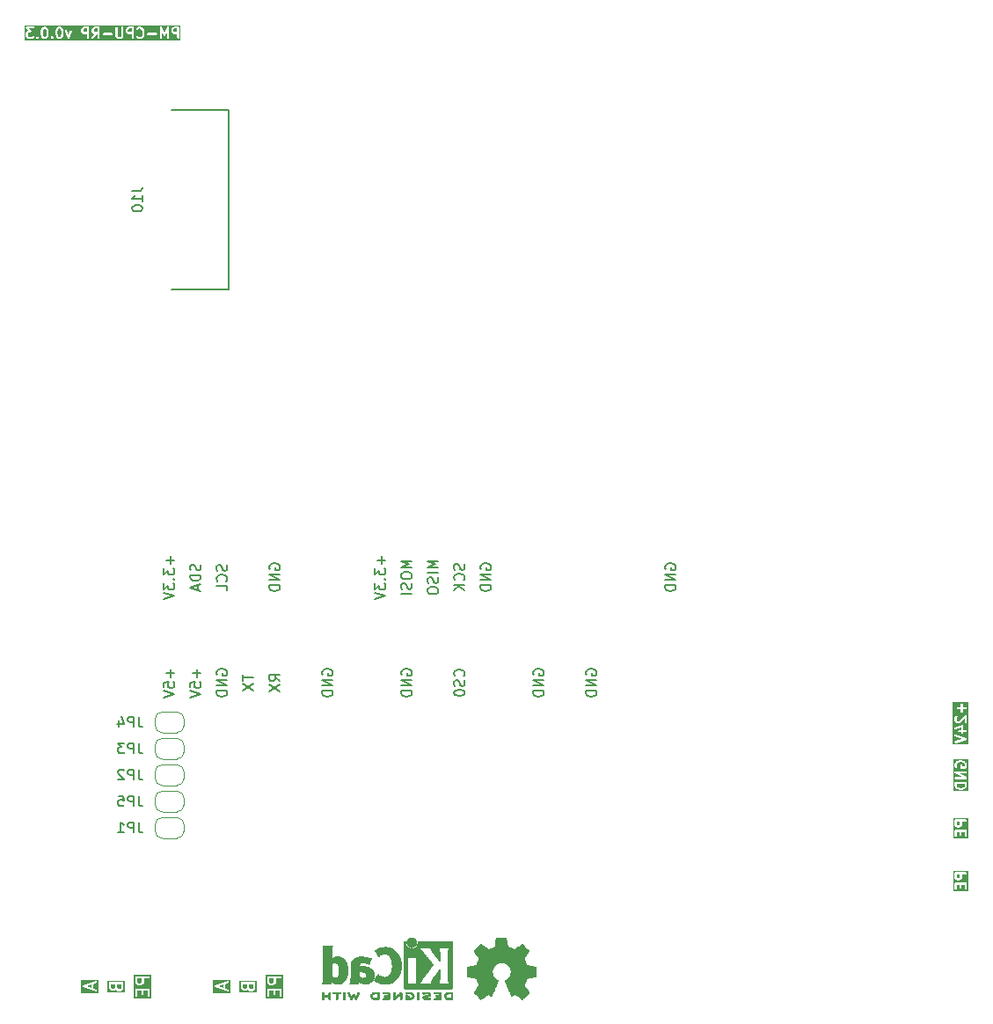
<source format=gbr>
%TF.GenerationSoftware,KiCad,Pcbnew,8.0.6-8.0.6-0~ubuntu24.04.1*%
%TF.CreationDate,2024-12-11T22:34:41+03:00*%
%TF.ProjectId,PM-CPU-RP,504d2d43-5055-42d5-9250-2e6b69636164,rev?*%
%TF.SameCoordinates,Original*%
%TF.FileFunction,Legend,Bot*%
%TF.FilePolarity,Positive*%
%FSLAX46Y46*%
G04 Gerber Fmt 4.6, Leading zero omitted, Abs format (unit mm)*
G04 Created by KiCad (PCBNEW 8.0.6-8.0.6-0~ubuntu24.04.1) date 2024-12-11 22:34:41*
%MOMM*%
%LPD*%
G01*
G04 APERTURE LIST*
G04 Aperture macros list*
%AMFreePoly0*
4,1,19,0.500000,-0.750000,0.000000,-0.750000,0.000000,-0.744911,-0.071157,-0.744911,-0.207708,-0.704816,-0.327430,-0.627875,-0.420627,-0.520320,-0.479746,-0.390866,-0.500000,-0.250000,-0.500000,0.250000,-0.479746,0.390866,-0.420627,0.520320,-0.327430,0.627875,-0.207708,0.704816,-0.071157,0.744911,0.000000,0.744911,0.000000,0.750000,0.500000,0.750000,0.500000,-0.750000,0.500000,-0.750000,
$1*%
%AMFreePoly1*
4,1,19,0.000000,0.744911,0.071157,0.744911,0.207708,0.704816,0.327430,0.627875,0.420627,0.520320,0.479746,0.390866,0.500000,0.250000,0.500000,-0.250000,0.479746,-0.390866,0.420627,-0.520320,0.327430,-0.627875,0.207708,-0.704816,0.071157,-0.744911,0.000000,-0.744911,0.000000,-0.750000,-0.500000,-0.750000,-0.500000,0.750000,0.000000,0.750000,0.000000,0.744911,0.000000,0.744911,
$1*%
G04 Aperture macros list end*
%ADD10C,0.200000*%
%ADD11C,0.150000*%
%ADD12C,0.152400*%
%ADD13C,0.120000*%
%ADD14C,0.010000*%
%ADD15R,1.803400X0.635000*%
%ADD16R,2.997200X2.590800*%
%ADD17O,6.350000X6.350000*%
%ADD18C,1.000000*%
%ADD19C,1.800000*%
%ADD20C,6.000000*%
%ADD21O,1.700000X1.700000*%
%ADD22R,1.700000X1.700000*%
%ADD23R,3.500000X3.500000*%
%ADD24C,3.500000*%
%ADD25C,1.950000*%
%ADD26C,2.650000*%
%ADD27C,2.350000*%
%ADD28FreePoly0,180.000000*%
%ADD29FreePoly1,180.000000*%
G04 APERTURE END LIST*
D10*
G36*
X48923330Y-22435087D02*
G01*
X47454274Y-22435087D01*
X47454274Y-21545588D01*
X47613004Y-21545588D01*
X47615770Y-21584508D01*
X47633220Y-21619407D01*
X47662696Y-21644972D01*
X47680596Y-21652963D01*
X48395991Y-21891428D01*
X47680596Y-22129893D01*
X47662696Y-22137884D01*
X47633220Y-22163449D01*
X47615770Y-22198348D01*
X47613004Y-22237268D01*
X47625342Y-22274284D01*
X47650907Y-22303760D01*
X47685806Y-22321210D01*
X47724726Y-22323976D01*
X47743842Y-22319629D01*
X48743841Y-21986296D01*
X48761742Y-21978305D01*
X48767143Y-21973620D01*
X48773530Y-21970427D01*
X48781742Y-21960958D01*
X48791218Y-21952740D01*
X48794413Y-21946348D01*
X48799095Y-21940951D01*
X48803061Y-21929053D01*
X48808667Y-21917841D01*
X48809173Y-21910716D01*
X48811434Y-21903935D01*
X48810544Y-21891428D01*
X48811434Y-21878921D01*
X48809173Y-21872139D01*
X48808667Y-21865015D01*
X48803061Y-21853802D01*
X48799095Y-21841905D01*
X48794413Y-21836507D01*
X48791218Y-21830116D01*
X48781742Y-21821897D01*
X48773530Y-21812429D01*
X48767143Y-21809235D01*
X48761742Y-21804551D01*
X48743841Y-21796560D01*
X47743842Y-21463227D01*
X47724726Y-21458880D01*
X47685806Y-21461646D01*
X47650907Y-21479096D01*
X47625342Y-21508572D01*
X47613004Y-21545588D01*
X47454274Y-21545588D01*
X47454274Y-20951554D01*
X47565385Y-20951554D01*
X47577723Y-20988570D01*
X47603288Y-21018046D01*
X47638187Y-21035496D01*
X47677107Y-21038262D01*
X47696223Y-21033915D01*
X48278885Y-20839694D01*
X48278885Y-21077142D01*
X48045552Y-21077142D01*
X48026043Y-21079063D01*
X47989995Y-21093995D01*
X47962405Y-21121585D01*
X47947473Y-21157633D01*
X47947473Y-21196651D01*
X47962405Y-21232699D01*
X47989995Y-21260289D01*
X48026043Y-21275221D01*
X48045552Y-21277142D01*
X48278885Y-21277142D01*
X48278885Y-21319999D01*
X48280806Y-21339508D01*
X48295738Y-21375556D01*
X48323328Y-21403146D01*
X48359376Y-21418078D01*
X48398394Y-21418078D01*
X48434442Y-21403146D01*
X48462032Y-21375556D01*
X48476964Y-21339508D01*
X48478885Y-21319999D01*
X48478885Y-21277142D01*
X48712219Y-21277142D01*
X48731728Y-21275221D01*
X48767776Y-21260289D01*
X48795366Y-21232699D01*
X48810298Y-21196651D01*
X48810298Y-21157633D01*
X48795366Y-21121585D01*
X48767776Y-21093995D01*
X48731728Y-21079063D01*
X48712219Y-21077142D01*
X48478885Y-21077142D01*
X48478885Y-20700952D01*
X48477912Y-20691078D01*
X48478100Y-20688445D01*
X48477466Y-20686543D01*
X48476964Y-20681443D01*
X48470828Y-20666630D01*
X48465761Y-20651429D01*
X48463407Y-20648715D01*
X48462032Y-20645395D01*
X48450693Y-20634056D01*
X48440196Y-20621953D01*
X48436983Y-20620346D01*
X48434442Y-20617805D01*
X48419627Y-20611668D01*
X48405297Y-20604503D01*
X48401714Y-20604248D01*
X48398394Y-20602873D01*
X48382361Y-20602873D01*
X48366377Y-20601737D01*
X48361382Y-20602873D01*
X48359376Y-20602873D01*
X48356934Y-20603884D01*
X48347262Y-20606084D01*
X47632977Y-20844179D01*
X47615077Y-20852170D01*
X47585601Y-20877735D01*
X47568151Y-20912634D01*
X47565385Y-20951554D01*
X47454274Y-20951554D01*
X47454274Y-19891428D01*
X47612219Y-19891428D01*
X47612219Y-20129523D01*
X47614140Y-20149032D01*
X47615515Y-20152352D01*
X47615770Y-20155936D01*
X47622776Y-20174244D01*
X47670395Y-20269482D01*
X47675680Y-20277878D01*
X47676691Y-20280318D01*
X47678944Y-20283064D01*
X47680838Y-20286072D01*
X47682832Y-20287801D01*
X47689127Y-20295472D01*
X47736746Y-20343090D01*
X47744412Y-20349382D01*
X47746145Y-20351380D01*
X47749153Y-20353273D01*
X47751899Y-20355527D01*
X47754339Y-20356537D01*
X47762736Y-20361823D01*
X47857973Y-20409442D01*
X47876282Y-20416448D01*
X47879865Y-20416702D01*
X47883186Y-20418078D01*
X47902695Y-20419999D01*
X47997933Y-20419999D01*
X48007806Y-20419026D01*
X48010440Y-20419214D01*
X48013903Y-20418426D01*
X48017442Y-20418078D01*
X48019884Y-20417066D01*
X48029556Y-20414867D01*
X48172412Y-20367248D01*
X48190313Y-20359257D01*
X48193028Y-20356901D01*
X48196347Y-20355527D01*
X48211501Y-20343091D01*
X48612219Y-19942373D01*
X48612219Y-20319999D01*
X48614140Y-20339508D01*
X48629072Y-20375556D01*
X48656662Y-20403146D01*
X48692710Y-20418078D01*
X48731728Y-20418078D01*
X48767776Y-20403146D01*
X48795366Y-20375556D01*
X48810298Y-20339508D01*
X48812219Y-20319999D01*
X48812219Y-19700952D01*
X48810298Y-19681443D01*
X48795366Y-19645395D01*
X48767776Y-19617805D01*
X48731728Y-19602873D01*
X48692710Y-19602873D01*
X48656662Y-19617805D01*
X48641508Y-19630241D01*
X48086770Y-20184977D01*
X47981706Y-20219999D01*
X47926302Y-20219999D01*
X47866692Y-20190194D01*
X47842024Y-20165525D01*
X47812219Y-20105915D01*
X47812219Y-19915035D01*
X47842024Y-19855425D01*
X47878167Y-19819282D01*
X47890604Y-19804129D01*
X47905535Y-19768080D01*
X47905535Y-19729062D01*
X47890604Y-19693014D01*
X47863014Y-19665424D01*
X47826966Y-19650493D01*
X47787948Y-19650493D01*
X47751899Y-19665424D01*
X47736746Y-19677861D01*
X47689127Y-19725479D01*
X47682832Y-19733149D01*
X47680838Y-19734879D01*
X47678944Y-19737886D01*
X47676691Y-19740633D01*
X47675680Y-19743072D01*
X47670395Y-19751469D01*
X47622776Y-19846707D01*
X47615770Y-19865015D01*
X47615515Y-19868598D01*
X47614140Y-19871919D01*
X47612219Y-19891428D01*
X47454274Y-19891428D01*
X47454274Y-18919538D01*
X47852235Y-18919538D01*
X47852235Y-18958556D01*
X47867167Y-18994604D01*
X47894757Y-19022194D01*
X47930805Y-19037126D01*
X47950314Y-19039047D01*
X48231266Y-19039047D01*
X48231266Y-19320000D01*
X48233187Y-19339509D01*
X48248119Y-19375557D01*
X48275709Y-19403147D01*
X48311757Y-19418079D01*
X48350775Y-19418079D01*
X48386823Y-19403147D01*
X48414413Y-19375557D01*
X48429345Y-19339509D01*
X48431266Y-19320000D01*
X48431266Y-19039047D01*
X48712219Y-19039047D01*
X48731728Y-19037126D01*
X48767776Y-19022194D01*
X48795366Y-18994604D01*
X48810298Y-18958556D01*
X48810298Y-18919538D01*
X48795366Y-18883490D01*
X48767776Y-18855900D01*
X48731728Y-18840968D01*
X48712219Y-18839047D01*
X48431266Y-18839047D01*
X48431266Y-18558095D01*
X48429345Y-18538586D01*
X48414413Y-18502538D01*
X48386823Y-18474948D01*
X48350775Y-18460016D01*
X48311757Y-18460016D01*
X48275709Y-18474948D01*
X48248119Y-18502538D01*
X48233187Y-18538586D01*
X48231266Y-18558095D01*
X48231266Y-18839047D01*
X47950314Y-18839047D01*
X47930805Y-18840968D01*
X47894757Y-18855900D01*
X47867167Y-18883490D01*
X47852235Y-18919538D01*
X47454274Y-18919538D01*
X47454274Y-18348905D01*
X48923330Y-18348905D01*
X48923330Y-22435087D01*
G37*
G36*
X-39880040Y46417976D02*
G01*
X-39855371Y46393308D01*
X-39819918Y46322401D01*
X-39777947Y46154520D01*
X-39777947Y45941044D01*
X-39819918Y45773163D01*
X-39855371Y45702257D01*
X-39880040Y45677587D01*
X-39939649Y45647781D01*
X-39987673Y45647781D01*
X-40047283Y45677586D01*
X-40071950Y45702254D01*
X-40107405Y45773163D01*
X-40149375Y45941044D01*
X-40149375Y46154519D01*
X-40107405Y46322401D01*
X-40071951Y46393308D01*
X-40047283Y46417977D01*
X-39987673Y46447781D01*
X-39939649Y46447781D01*
X-39880040Y46417976D01*
G37*
G36*
X-38451469Y46417976D02*
G01*
X-38426800Y46393308D01*
X-38391347Y46322401D01*
X-38349376Y46154520D01*
X-38349376Y45941044D01*
X-38391347Y45773163D01*
X-38426800Y45702257D01*
X-38451469Y45677587D01*
X-38511078Y45647781D01*
X-38559102Y45647781D01*
X-38618712Y45677586D01*
X-38643379Y45702254D01*
X-38678834Y45773163D01*
X-38720804Y45941044D01*
X-38720804Y46154519D01*
X-38678834Y46322401D01*
X-38643380Y46393308D01*
X-38618712Y46417977D01*
X-38559102Y46447781D01*
X-38511078Y46447781D01*
X-38451469Y46417976D01*
G37*
G36*
X-34873185Y46123972D02*
G01*
X-35130530Y46123972D01*
X-35190140Y46153777D01*
X-35214808Y46178446D01*
X-35244613Y46238056D01*
X-35244613Y46333698D01*
X-35214808Y46393308D01*
X-35190140Y46417977D01*
X-35130530Y46447781D01*
X-34873185Y46447781D01*
X-34873185Y46123972D01*
G37*
G36*
X-35873185Y46123972D02*
G01*
X-36130530Y46123972D01*
X-36190140Y46153777D01*
X-36214808Y46178446D01*
X-36244613Y46238056D01*
X-36244613Y46333698D01*
X-36214808Y46393308D01*
X-36190140Y46417977D01*
X-36130530Y46447781D01*
X-35873185Y46447781D01*
X-35873185Y46123972D01*
G37*
G36*
X-31587471Y46123972D02*
G01*
X-31844816Y46123972D01*
X-31904426Y46153777D01*
X-31929094Y46178446D01*
X-31958899Y46238056D01*
X-31958899Y46333698D01*
X-31929094Y46393308D01*
X-31904426Y46417977D01*
X-31844816Y46447781D01*
X-31587471Y46447781D01*
X-31587471Y46123972D01*
G37*
G36*
X-27206519Y46123972D02*
G01*
X-27463864Y46123972D01*
X-27523474Y46153777D01*
X-27548142Y46178446D01*
X-27577947Y46238056D01*
X-27577947Y46333698D01*
X-27548142Y46393308D01*
X-27523474Y46417977D01*
X-27463864Y46447781D01*
X-27206519Y46447781D01*
X-27206519Y46123972D01*
G37*
G36*
X-26895408Y45336670D02*
G01*
X-41889057Y45336670D01*
X-41889057Y45976353D01*
X-41777946Y45976353D01*
X-41777946Y45738258D01*
X-41776025Y45718749D01*
X-41774650Y45715429D01*
X-41774395Y45711845D01*
X-41767389Y45693537D01*
X-41719770Y45598299D01*
X-41714487Y45589907D01*
X-41713475Y45587463D01*
X-41711219Y45584714D01*
X-41709327Y45581709D01*
X-41707333Y45579980D01*
X-41701038Y45572310D01*
X-41653420Y45524690D01*
X-41645752Y45518397D01*
X-41644020Y45516400D01*
X-41641012Y45514507D01*
X-41638266Y45512253D01*
X-41635826Y45511243D01*
X-41627429Y45505957D01*
X-41532192Y45458338D01*
X-41513883Y45451332D01*
X-41510300Y45451078D01*
X-41506979Y45449702D01*
X-41487470Y45447781D01*
X-41201756Y45447781D01*
X-41182247Y45449702D01*
X-41178927Y45451078D01*
X-41175343Y45451332D01*
X-41157035Y45458338D01*
X-41061797Y45505957D01*
X-41053402Y45511242D01*
X-41050960Y45512253D01*
X-41048213Y45514509D01*
X-41045207Y45516400D01*
X-41043477Y45518395D01*
X-41035807Y45524690D01*
X-40988188Y45572310D01*
X-40975751Y45587463D01*
X-40964383Y45614909D01*
X-40823645Y45614909D01*
X-40823645Y45575891D01*
X-40818055Y45562396D01*
X-40808713Y45539842D01*
X-40808709Y45539838D01*
X-40796277Y45524689D01*
X-40748658Y45477071D01*
X-40733505Y45464634D01*
X-40727092Y45461978D01*
X-40697456Y45449702D01*
X-40658438Y45449702D01*
X-40622390Y45464634D01*
X-40607236Y45477070D01*
X-40559618Y45524689D01*
X-40547181Y45539842D01*
X-40540429Y45556144D01*
X-40532250Y45575890D01*
X-40532249Y45614908D01*
X-40547180Y45650957D01*
X-40559617Y45666110D01*
X-40607236Y45713730D01*
X-40622389Y45726167D01*
X-40642881Y45734655D01*
X-40647017Y45736368D01*
X-40658438Y45741099D01*
X-40697456Y45741099D01*
X-40708014Y45736726D01*
X-40733504Y45726168D01*
X-40733505Y45726167D01*
X-40748659Y45713730D01*
X-40796277Y45666110D01*
X-40808714Y45650957D01*
X-40817673Y45629327D01*
X-40823645Y45614909D01*
X-40964383Y45614909D01*
X-40960820Y45623512D01*
X-40960821Y45662530D01*
X-40975752Y45698578D01*
X-41003343Y45726168D01*
X-41039391Y45741099D01*
X-41078409Y45741098D01*
X-41114457Y45726167D01*
X-41129611Y45713730D01*
X-41165754Y45677587D01*
X-41225363Y45647781D01*
X-41463863Y45647781D01*
X-41523473Y45677586D01*
X-41548140Y45702254D01*
X-41577946Y45761866D01*
X-41577946Y45952746D01*
X-41548141Y46012356D01*
X-41523473Y46037025D01*
X-41463863Y46066829D01*
X-41344613Y46066829D01*
X-41334296Y46067845D01*
X-41331671Y46067670D01*
X-41329864Y46068282D01*
X-41325104Y46068750D01*
X-41310101Y46074965D01*
X-41294709Y46080170D01*
X-41292170Y46082393D01*
X-41289056Y46083682D01*
X-41277579Y46095160D01*
X-41265345Y46105864D01*
X-41263850Y46108889D01*
X-41261466Y46111272D01*
X-41255252Y46126274D01*
X-41248049Y46140839D01*
X-41247825Y46144205D01*
X-41246534Y46147320D01*
X-41246534Y46163569D01*
X-41246317Y46166829D01*
X-40349375Y46166829D01*
X-40349375Y45928734D01*
X-40349040Y45925332D01*
X-40349257Y45923873D01*
X-40348178Y45916576D01*
X-40347454Y45909225D01*
X-40346890Y45907862D01*
X-40346389Y45904480D01*
X-40298770Y45714005D01*
X-40298257Y45712568D01*
X-40298205Y45711845D01*
X-40295097Y45703721D01*
X-40292175Y45695544D01*
X-40291745Y45694964D01*
X-40291199Y45693537D01*
X-40243580Y45598299D01*
X-40238297Y45589907D01*
X-40237285Y45587463D01*
X-40235029Y45584714D01*
X-40233137Y45581709D01*
X-40231143Y45579980D01*
X-40224848Y45572310D01*
X-40177230Y45524690D01*
X-40169562Y45518397D01*
X-40167830Y45516400D01*
X-40164822Y45514507D01*
X-40162076Y45512253D01*
X-40159636Y45511243D01*
X-40151239Y45505957D01*
X-40056002Y45458338D01*
X-40037693Y45451332D01*
X-40034110Y45451078D01*
X-40030789Y45449702D01*
X-40011280Y45447781D01*
X-39916042Y45447781D01*
X-39896533Y45449702D01*
X-39893213Y45451078D01*
X-39889629Y45451332D01*
X-39871321Y45458338D01*
X-39776083Y45505957D01*
X-39767688Y45511242D01*
X-39765246Y45512253D01*
X-39762499Y45514509D01*
X-39759493Y45516400D01*
X-39757763Y45518395D01*
X-39750093Y45524690D01*
X-39702474Y45572310D01*
X-39696182Y45579977D01*
X-39694185Y45581708D01*
X-39692292Y45584716D01*
X-39690037Y45587463D01*
X-39689026Y45589905D01*
X-39683742Y45598299D01*
X-39675437Y45614909D01*
X-39395074Y45614909D01*
X-39395074Y45575891D01*
X-39389484Y45562396D01*
X-39380142Y45539842D01*
X-39380138Y45539838D01*
X-39367706Y45524689D01*
X-39320087Y45477071D01*
X-39304934Y45464634D01*
X-39298521Y45461978D01*
X-39268885Y45449702D01*
X-39229867Y45449702D01*
X-39193819Y45464634D01*
X-39178665Y45477070D01*
X-39131047Y45524689D01*
X-39118610Y45539842D01*
X-39111858Y45556144D01*
X-39103679Y45575890D01*
X-39103678Y45614908D01*
X-39118609Y45650957D01*
X-39131046Y45666110D01*
X-39178665Y45713730D01*
X-39193818Y45726167D01*
X-39214310Y45734655D01*
X-39218446Y45736368D01*
X-39229867Y45741099D01*
X-39268885Y45741099D01*
X-39279443Y45736726D01*
X-39304933Y45726168D01*
X-39304934Y45726167D01*
X-39320088Y45713730D01*
X-39367706Y45666110D01*
X-39380143Y45650957D01*
X-39389102Y45629327D01*
X-39395074Y45614909D01*
X-39675437Y45614909D01*
X-39636123Y45693536D01*
X-39635577Y45694965D01*
X-39635147Y45695544D01*
X-39632226Y45703721D01*
X-39629117Y45711845D01*
X-39629066Y45712566D01*
X-39628552Y45714004D01*
X-39580933Y45904480D01*
X-39580433Y45907862D01*
X-39579868Y45909225D01*
X-39579145Y45916576D01*
X-39578065Y45923873D01*
X-39578283Y45925332D01*
X-39577947Y45928734D01*
X-39577947Y46166829D01*
X-38920804Y46166829D01*
X-38920804Y45928734D01*
X-38920469Y45925332D01*
X-38920686Y45923873D01*
X-38919607Y45916576D01*
X-38918883Y45909225D01*
X-38918319Y45907862D01*
X-38917818Y45904480D01*
X-38870199Y45714005D01*
X-38869686Y45712568D01*
X-38869634Y45711845D01*
X-38866526Y45703721D01*
X-38863604Y45695544D01*
X-38863174Y45694964D01*
X-38862628Y45693537D01*
X-38815009Y45598299D01*
X-38809726Y45589907D01*
X-38808714Y45587463D01*
X-38806458Y45584714D01*
X-38804566Y45581709D01*
X-38802572Y45579980D01*
X-38796277Y45572310D01*
X-38748659Y45524690D01*
X-38740991Y45518397D01*
X-38739259Y45516400D01*
X-38736251Y45514507D01*
X-38733505Y45512253D01*
X-38731065Y45511243D01*
X-38722668Y45505957D01*
X-38627431Y45458338D01*
X-38609122Y45451332D01*
X-38605539Y45451078D01*
X-38602218Y45449702D01*
X-38582709Y45447781D01*
X-38487471Y45447781D01*
X-38467962Y45449702D01*
X-38464642Y45451078D01*
X-38461058Y45451332D01*
X-38442750Y45458338D01*
X-38347512Y45505957D01*
X-38339117Y45511242D01*
X-38336675Y45512253D01*
X-38333928Y45514509D01*
X-38330922Y45516400D01*
X-38329192Y45518395D01*
X-38321522Y45524690D01*
X-38273903Y45572310D01*
X-38267611Y45579977D01*
X-38265614Y45581708D01*
X-38263721Y45584716D01*
X-38261466Y45587463D01*
X-38260455Y45589905D01*
X-38255171Y45598299D01*
X-38207552Y45693536D01*
X-38207006Y45694965D01*
X-38206576Y45695544D01*
X-38203655Y45703721D01*
X-38200546Y45711845D01*
X-38200495Y45712566D01*
X-38199981Y45714004D01*
X-38152362Y45904480D01*
X-38151862Y45907862D01*
X-38151297Y45909225D01*
X-38150574Y45916576D01*
X-38149494Y45923873D01*
X-38149712Y45925332D01*
X-38149376Y45928734D01*
X-38149376Y46166829D01*
X-38149712Y46170232D01*
X-38149494Y46171690D01*
X-38150574Y46178988D01*
X-38151297Y46186338D01*
X-38151862Y46187702D01*
X-38152362Y46191083D01*
X-38154550Y46199833D01*
X-38014969Y46199833D01*
X-38010216Y46180814D01*
X-37772121Y45514148D01*
X-37763751Y45496421D01*
X-37760381Y45492699D01*
X-37758233Y45488164D01*
X-37747382Y45478341D01*
X-37737564Y45467496D01*
X-37733032Y45465349D01*
X-37729307Y45461977D01*
X-37715517Y45457053D01*
X-37702302Y45450792D01*
X-37697292Y45450543D01*
X-37692562Y45448854D01*
X-37677941Y45449582D01*
X-37663332Y45448855D01*
X-37658607Y45450543D01*
X-37653592Y45450792D01*
X-37640366Y45457058D01*
X-37626587Y45461978D01*
X-37622867Y45465347D01*
X-37618330Y45467495D01*
X-37608508Y45478346D01*
X-37597661Y45488164D01*
X-37595514Y45492699D01*
X-37592143Y45496421D01*
X-37583773Y45514147D01*
X-37345678Y46180814D01*
X-37340925Y46199833D01*
X-37342863Y46238803D01*
X-37359566Y46274065D01*
X-37388492Y46300251D01*
X-37425237Y46313374D01*
X-37464207Y46311437D01*
X-37499469Y46294733D01*
X-37525656Y46265808D01*
X-37534026Y46248081D01*
X-37677947Y45845103D01*
X-37821868Y46248082D01*
X-37830238Y46265808D01*
X-37856425Y46294734D01*
X-37891687Y46311437D01*
X-37930657Y46313375D01*
X-37967402Y46300252D01*
X-37996328Y46274065D01*
X-38013031Y46238803D01*
X-38014969Y46199833D01*
X-38154550Y46199833D01*
X-38193918Y46357305D01*
X-36444613Y46357305D01*
X-36444613Y46214448D01*
X-36442692Y46194939D01*
X-36441317Y46191619D01*
X-36441062Y46188035D01*
X-36434056Y46169727D01*
X-36386437Y46074489D01*
X-36381152Y46066093D01*
X-36380141Y46063653D01*
X-36377888Y46060907D01*
X-36375994Y46057899D01*
X-36374000Y46056170D01*
X-36367705Y46048499D01*
X-36320086Y46000881D01*
X-36312420Y45994589D01*
X-36310687Y45992591D01*
X-36307679Y45990698D01*
X-36304933Y45988444D01*
X-36302493Y45987434D01*
X-36294096Y45982148D01*
X-36198859Y45934529D01*
X-36180550Y45927523D01*
X-36176967Y45927269D01*
X-36173646Y45925893D01*
X-36154137Y45923972D01*
X-35873185Y45923972D01*
X-35873185Y45547781D01*
X-35871264Y45528272D01*
X-35856332Y45492224D01*
X-35828742Y45464634D01*
X-35792694Y45449702D01*
X-35753676Y45449702D01*
X-35717628Y45464634D01*
X-35690038Y45492224D01*
X-35675106Y45528272D01*
X-35673185Y45547781D01*
X-35673185Y46357305D01*
X-35444613Y46357305D01*
X-35444613Y46214448D01*
X-35442692Y46194939D01*
X-35441317Y46191619D01*
X-35441062Y46188035D01*
X-35434056Y46169727D01*
X-35386437Y46074489D01*
X-35381152Y46066093D01*
X-35380141Y46063653D01*
X-35377888Y46060907D01*
X-35375994Y46057899D01*
X-35374000Y46056170D01*
X-35367705Y46048499D01*
X-35320086Y46000881D01*
X-35312420Y45994589D01*
X-35310687Y45992591D01*
X-35307679Y45990698D01*
X-35304933Y45988444D01*
X-35302493Y45987434D01*
X-35294096Y45982148D01*
X-35198859Y45934529D01*
X-35196569Y45933653D01*
X-35426536Y45605127D01*
X-35436150Y45588043D01*
X-35444590Y45549949D01*
X-35437809Y45511524D01*
X-35416840Y45478619D01*
X-35384875Y45456244D01*
X-35346781Y45447804D01*
X-35308356Y45454585D01*
X-35275451Y45475554D01*
X-35262690Y45490435D01*
X-34959215Y45923972D01*
X-34873185Y45923972D01*
X-34873185Y45547781D01*
X-34871264Y45528272D01*
X-34856332Y45492224D01*
X-34828742Y45464634D01*
X-34792694Y45449702D01*
X-34753676Y45449702D01*
X-34717628Y45464634D01*
X-34690038Y45492224D01*
X-34675106Y45528272D01*
X-34673185Y45547781D01*
X-34673185Y45948243D01*
X-34395073Y45948243D01*
X-34395073Y45909225D01*
X-34380141Y45873177D01*
X-34352551Y45845587D01*
X-34316503Y45830655D01*
X-34296994Y45828734D01*
X-33535090Y45828734D01*
X-33515581Y45830655D01*
X-33479533Y45845587D01*
X-33451943Y45873177D01*
X-33437011Y45909225D01*
X-33437011Y45948243D01*
X-33451943Y45984291D01*
X-33479533Y46011881D01*
X-33515581Y46026813D01*
X-33535090Y46028734D01*
X-34296994Y46028734D01*
X-34316503Y46026813D01*
X-34352551Y46011881D01*
X-34380141Y45984291D01*
X-34395073Y45948243D01*
X-34673185Y45948243D01*
X-34673185Y46547781D01*
X-33158899Y46547781D01*
X-33158899Y45738258D01*
X-33156978Y45718749D01*
X-33155603Y45715429D01*
X-33155348Y45711845D01*
X-33148342Y45693537D01*
X-33100723Y45598299D01*
X-33095440Y45589907D01*
X-33094428Y45587463D01*
X-33092172Y45584714D01*
X-33090280Y45581709D01*
X-33088286Y45579980D01*
X-33081991Y45572310D01*
X-33034373Y45524690D01*
X-33026705Y45518397D01*
X-33024973Y45516400D01*
X-33021965Y45514507D01*
X-33019219Y45512253D01*
X-33016779Y45511243D01*
X-33008382Y45505957D01*
X-32913145Y45458338D01*
X-32894836Y45451332D01*
X-32891253Y45451078D01*
X-32887932Y45449702D01*
X-32868423Y45447781D01*
X-32677947Y45447781D01*
X-32658438Y45449702D01*
X-32655118Y45451078D01*
X-32651534Y45451332D01*
X-32633226Y45458338D01*
X-32537988Y45505957D01*
X-32529593Y45511242D01*
X-32527151Y45512253D01*
X-32524404Y45514509D01*
X-32521398Y45516400D01*
X-32519668Y45518395D01*
X-32511998Y45524690D01*
X-32464379Y45572310D01*
X-32458087Y45579977D01*
X-32456090Y45581708D01*
X-32454197Y45584716D01*
X-32451942Y45587463D01*
X-32450931Y45589905D01*
X-32445647Y45598299D01*
X-32398028Y45693536D01*
X-32391022Y45711845D01*
X-32390768Y45715429D01*
X-32389392Y45718749D01*
X-32387471Y45738258D01*
X-32387471Y46357305D01*
X-32158899Y46357305D01*
X-32158899Y46214448D01*
X-32156978Y46194939D01*
X-32155603Y46191619D01*
X-32155348Y46188035D01*
X-32148342Y46169727D01*
X-32100723Y46074489D01*
X-32095438Y46066093D01*
X-32094427Y46063653D01*
X-32092174Y46060907D01*
X-32090280Y46057899D01*
X-32088286Y46056170D01*
X-32081991Y46048499D01*
X-32034372Y46000881D01*
X-32026706Y45994589D01*
X-32024973Y45992591D01*
X-32021965Y45990698D01*
X-32019219Y45988444D01*
X-32016779Y45987434D01*
X-32008382Y45982148D01*
X-31913145Y45934529D01*
X-31894836Y45927523D01*
X-31891253Y45927269D01*
X-31887932Y45925893D01*
X-31868423Y45923972D01*
X-31587471Y45923972D01*
X-31587471Y45547781D01*
X-31585550Y45528272D01*
X-31570618Y45492224D01*
X-31543028Y45464634D01*
X-31506980Y45449702D01*
X-31467962Y45449702D01*
X-31431914Y45464634D01*
X-31404324Y45492224D01*
X-31389392Y45528272D01*
X-31387471Y45547781D01*
X-31387471Y46472052D01*
X-31156978Y46472052D01*
X-31156978Y46433034D01*
X-31142046Y46396986D01*
X-31114456Y46369396D01*
X-31078408Y46354464D01*
X-31039390Y46354464D01*
X-31003342Y46369396D01*
X-30988188Y46381832D01*
X-30957262Y46412760D01*
X-30852197Y46447781D01*
X-30789412Y46447781D01*
X-30684348Y46412760D01*
X-30617275Y46345687D01*
X-30581823Y46274782D01*
X-30539852Y46106901D01*
X-30539852Y45988663D01*
X-30581823Y45820782D01*
X-30617276Y45749876D01*
X-30684347Y45682803D01*
X-30789412Y45647781D01*
X-30852197Y45647781D01*
X-30957262Y45682803D01*
X-30988188Y45713730D01*
X-31003341Y45726167D01*
X-31039389Y45741098D01*
X-31078407Y45741099D01*
X-31114456Y45726168D01*
X-31142046Y45698578D01*
X-31156977Y45662530D01*
X-31156978Y45623512D01*
X-31142047Y45587463D01*
X-31129610Y45572310D01*
X-31081992Y45524690D01*
X-31066838Y45512253D01*
X-31063519Y45510878D01*
X-31060803Y45508523D01*
X-31042903Y45500532D01*
X-30900046Y45452913D01*
X-30890374Y45450714D01*
X-30887932Y45449702D01*
X-30884395Y45449354D01*
X-30880931Y45448566D01*
X-30878297Y45448754D01*
X-30868423Y45447781D01*
X-30773185Y45447781D01*
X-30763312Y45448754D01*
X-30760678Y45448566D01*
X-30757215Y45449354D01*
X-30753676Y45449702D01*
X-30751234Y45450714D01*
X-30741562Y45452913D01*
X-30598706Y45500532D01*
X-30580805Y45508523D01*
X-30578090Y45510878D01*
X-30574770Y45512253D01*
X-30559617Y45524690D01*
X-30464379Y45619929D01*
X-30458087Y45627596D01*
X-30456090Y45629327D01*
X-30454197Y45632335D01*
X-30451942Y45635082D01*
X-30450931Y45637524D01*
X-30445647Y45645918D01*
X-30398028Y45741155D01*
X-30397482Y45742584D01*
X-30397052Y45743163D01*
X-30394131Y45751340D01*
X-30391022Y45759464D01*
X-30390971Y45760185D01*
X-30390457Y45761623D01*
X-30343802Y45948243D01*
X-30109359Y45948243D01*
X-30109359Y45909225D01*
X-30094427Y45873177D01*
X-30066837Y45845587D01*
X-30030789Y45830655D01*
X-30011280Y45828734D01*
X-29249376Y45828734D01*
X-29229867Y45830655D01*
X-29193819Y45845587D01*
X-29166229Y45873177D01*
X-29151297Y45909225D01*
X-29151297Y45948243D01*
X-29166229Y45984291D01*
X-29193819Y46011881D01*
X-29229867Y46026813D01*
X-29249376Y46028734D01*
X-30011280Y46028734D01*
X-30030789Y46026813D01*
X-30066837Y46011881D01*
X-30094427Y45984291D01*
X-30109359Y45948243D01*
X-30343802Y45948243D01*
X-30342838Y45952099D01*
X-30342338Y45955481D01*
X-30341773Y45956844D01*
X-30341050Y45964195D01*
X-30339970Y45971492D01*
X-30340188Y45972951D01*
X-30339852Y45976353D01*
X-30339852Y46119210D01*
X-30340188Y46122613D01*
X-30339970Y46124071D01*
X-30341050Y46131369D01*
X-30341773Y46138719D01*
X-30342338Y46140083D01*
X-30342838Y46143464D01*
X-30390457Y46333940D01*
X-30390971Y46335379D01*
X-30391022Y46336099D01*
X-30394131Y46344224D01*
X-30397052Y46352400D01*
X-30397482Y46352980D01*
X-30398028Y46354408D01*
X-30445647Y46449645D01*
X-30450934Y46458044D01*
X-30451943Y46460481D01*
X-30454195Y46463225D01*
X-30456090Y46466236D01*
X-30458088Y46467969D01*
X-30464379Y46475635D01*
X-30536525Y46547781D01*
X-28873185Y46547781D01*
X-28873185Y45547781D01*
X-28871264Y45528272D01*
X-28856332Y45492224D01*
X-28828742Y45464634D01*
X-28792694Y45449702D01*
X-28753676Y45449702D01*
X-28717628Y45464634D01*
X-28690038Y45492224D01*
X-28675106Y45528272D01*
X-28673185Y45547781D01*
X-28673185Y46097025D01*
X-28530470Y45791207D01*
X-28526238Y45784062D01*
X-28525358Y45781644D01*
X-28523793Y45779935D01*
X-28520479Y45774341D01*
X-28509269Y45764075D01*
X-28499007Y45752869D01*
X-28494982Y45750991D01*
X-28491704Y45747989D01*
X-28477422Y45742796D01*
X-28463649Y45736368D01*
X-28459210Y45736173D01*
X-28455035Y45734655D01*
X-28439852Y45735323D01*
X-28424669Y45734655D01*
X-28420496Y45736173D01*
X-28416054Y45736368D01*
X-28402270Y45742801D01*
X-28388000Y45747990D01*
X-28384727Y45750988D01*
X-28380697Y45752868D01*
X-28370428Y45764083D01*
X-28359225Y45774341D01*
X-28355914Y45779932D01*
X-28354345Y45781644D01*
X-28353465Y45784066D01*
X-28349234Y45791207D01*
X-28206519Y46097026D01*
X-28206519Y45547781D01*
X-28204598Y45528272D01*
X-28189666Y45492224D01*
X-28162076Y45464634D01*
X-28126028Y45449702D01*
X-28087010Y45449702D01*
X-28050962Y45464634D01*
X-28023372Y45492224D01*
X-28008440Y45528272D01*
X-28006519Y45547781D01*
X-28006519Y46357305D01*
X-27777947Y46357305D01*
X-27777947Y46214448D01*
X-27776026Y46194939D01*
X-27774651Y46191619D01*
X-27774396Y46188035D01*
X-27767390Y46169727D01*
X-27719771Y46074489D01*
X-27714486Y46066093D01*
X-27713475Y46063653D01*
X-27711222Y46060907D01*
X-27709328Y46057899D01*
X-27707334Y46056170D01*
X-27701039Y46048499D01*
X-27653420Y46000881D01*
X-27645754Y45994589D01*
X-27644021Y45992591D01*
X-27641013Y45990698D01*
X-27638267Y45988444D01*
X-27635827Y45987434D01*
X-27627430Y45982148D01*
X-27532193Y45934529D01*
X-27513884Y45927523D01*
X-27510301Y45927269D01*
X-27506980Y45925893D01*
X-27487471Y45923972D01*
X-27206519Y45923972D01*
X-27206519Y45547781D01*
X-27204598Y45528272D01*
X-27189666Y45492224D01*
X-27162076Y45464634D01*
X-27126028Y45449702D01*
X-27087010Y45449702D01*
X-27050962Y45464634D01*
X-27023372Y45492224D01*
X-27008440Y45528272D01*
X-27006519Y45547781D01*
X-27006519Y46547781D01*
X-27008440Y46567290D01*
X-27023372Y46603338D01*
X-27050962Y46630928D01*
X-27087010Y46645860D01*
X-27106519Y46647781D01*
X-27487471Y46647781D01*
X-27506980Y46645860D01*
X-27510301Y46644485D01*
X-27513884Y46644230D01*
X-27532193Y46637224D01*
X-27627430Y46589605D01*
X-27635827Y46584320D01*
X-27638267Y46583309D01*
X-27641013Y46581056D01*
X-27644021Y46579162D01*
X-27645754Y46577165D01*
X-27653420Y46570872D01*
X-27701039Y46523254D01*
X-27707334Y46515584D01*
X-27709328Y46513854D01*
X-27711222Y46510847D01*
X-27713475Y46508100D01*
X-27714486Y46505661D01*
X-27719771Y46497264D01*
X-27767390Y46402026D01*
X-27774396Y46383718D01*
X-27774651Y46380135D01*
X-27776026Y46376814D01*
X-27777947Y46357305D01*
X-28006519Y46357305D01*
X-28006519Y46547781D01*
X-28007782Y46560605D01*
X-28007678Y46562964D01*
X-28008139Y46564232D01*
X-28008440Y46567290D01*
X-28015081Y46583321D01*
X-28021012Y46599633D01*
X-28022519Y46601279D01*
X-28023372Y46603338D01*
X-28035634Y46615600D01*
X-28047364Y46628409D01*
X-28049388Y46629354D01*
X-28050962Y46630928D01*
X-28066978Y46637563D01*
X-28082721Y46644909D01*
X-28084951Y46645007D01*
X-28087010Y46645860D01*
X-28104362Y46645860D01*
X-28121702Y46646622D01*
X-28123798Y46645860D01*
X-28126028Y46645860D01*
X-28142059Y46639220D01*
X-28158371Y46633288D01*
X-28160017Y46631782D01*
X-28162076Y46630928D01*
X-28174344Y46618661D01*
X-28187146Y46606936D01*
X-28188713Y46604292D01*
X-28189666Y46603338D01*
X-28190570Y46601157D01*
X-28197137Y46590070D01*
X-28439853Y46069967D01*
X-28682567Y46590070D01*
X-28689135Y46601157D01*
X-28690038Y46603338D01*
X-28690992Y46604292D01*
X-28692558Y46606936D01*
X-28705355Y46618655D01*
X-28717628Y46630928D01*
X-28719690Y46631782D01*
X-28721333Y46633287D01*
X-28737635Y46639216D01*
X-28753676Y46645860D01*
X-28755907Y46645860D01*
X-28758002Y46646622D01*
X-28775342Y46645860D01*
X-28792694Y46645860D01*
X-28794754Y46645007D01*
X-28796982Y46644909D01*
X-28812713Y46637568D01*
X-28828742Y46630928D01*
X-28830319Y46629352D01*
X-28832340Y46628408D01*
X-28844059Y46615612D01*
X-28856332Y46603338D01*
X-28857186Y46601277D01*
X-28858691Y46599633D01*
X-28864620Y46583332D01*
X-28871264Y46567290D01*
X-28871566Y46564232D01*
X-28872026Y46562964D01*
X-28871923Y46560605D01*
X-28873185Y46547781D01*
X-30536525Y46547781D01*
X-30559617Y46570873D01*
X-30574771Y46583309D01*
X-30578090Y46584684D01*
X-30580805Y46587039D01*
X-30598706Y46595030D01*
X-30741562Y46642649D01*
X-30751234Y46644849D01*
X-30753676Y46645860D01*
X-30757215Y46646209D01*
X-30760678Y46646996D01*
X-30763312Y46646809D01*
X-30773185Y46647781D01*
X-30868423Y46647781D01*
X-30878297Y46646809D01*
X-30880931Y46646996D01*
X-30884395Y46646209D01*
X-30887932Y46645860D01*
X-30890374Y46644849D01*
X-30900046Y46642649D01*
X-31042903Y46595030D01*
X-31060803Y46587039D01*
X-31063519Y46584684D01*
X-31066838Y46583309D01*
X-31081991Y46570872D01*
X-31129610Y46523254D01*
X-31142046Y46508100D01*
X-31156978Y46472052D01*
X-31387471Y46472052D01*
X-31387471Y46547781D01*
X-31389392Y46567290D01*
X-31404324Y46603338D01*
X-31431914Y46630928D01*
X-31467962Y46645860D01*
X-31487471Y46647781D01*
X-31868423Y46647781D01*
X-31887932Y46645860D01*
X-31891253Y46644485D01*
X-31894836Y46644230D01*
X-31913145Y46637224D01*
X-32008382Y46589605D01*
X-32016779Y46584320D01*
X-32019219Y46583309D01*
X-32021965Y46581056D01*
X-32024973Y46579162D01*
X-32026706Y46577165D01*
X-32034372Y46570872D01*
X-32081991Y46523254D01*
X-32088286Y46515584D01*
X-32090280Y46513854D01*
X-32092174Y46510847D01*
X-32094427Y46508100D01*
X-32095438Y46505661D01*
X-32100723Y46497264D01*
X-32148342Y46402026D01*
X-32155348Y46383718D01*
X-32155603Y46380135D01*
X-32156978Y46376814D01*
X-32158899Y46357305D01*
X-32387471Y46357305D01*
X-32387471Y46547781D01*
X-32389392Y46567290D01*
X-32404324Y46603338D01*
X-32431914Y46630928D01*
X-32467962Y46645860D01*
X-32506980Y46645860D01*
X-32543028Y46630928D01*
X-32570618Y46603338D01*
X-32585550Y46567290D01*
X-32587471Y46547781D01*
X-32587471Y45761865D01*
X-32617276Y45702257D01*
X-32641945Y45677587D01*
X-32701554Y45647781D01*
X-32844816Y45647781D01*
X-32904426Y45677586D01*
X-32929093Y45702254D01*
X-32958899Y45761866D01*
X-32958899Y46547781D01*
X-32960820Y46567290D01*
X-32975752Y46603338D01*
X-33003342Y46630928D01*
X-33039390Y46645860D01*
X-33078408Y46645860D01*
X-33114456Y46630928D01*
X-33142046Y46603338D01*
X-33156978Y46567290D01*
X-33158899Y46547781D01*
X-34673185Y46547781D01*
X-34675106Y46567290D01*
X-34690038Y46603338D01*
X-34717628Y46630928D01*
X-34753676Y46645860D01*
X-34773185Y46647781D01*
X-35154137Y46647781D01*
X-35173646Y46645860D01*
X-35176967Y46644485D01*
X-35180550Y46644230D01*
X-35198859Y46637224D01*
X-35294096Y46589605D01*
X-35302493Y46584320D01*
X-35304933Y46583309D01*
X-35307679Y46581056D01*
X-35310687Y46579162D01*
X-35312420Y46577165D01*
X-35320086Y46570872D01*
X-35367705Y46523254D01*
X-35374000Y46515584D01*
X-35375994Y46513854D01*
X-35377888Y46510847D01*
X-35380141Y46508100D01*
X-35381152Y46505661D01*
X-35386437Y46497264D01*
X-35434056Y46402026D01*
X-35441062Y46383718D01*
X-35441317Y46380135D01*
X-35442692Y46376814D01*
X-35444613Y46357305D01*
X-35673185Y46357305D01*
X-35673185Y46547781D01*
X-35675106Y46567290D01*
X-35690038Y46603338D01*
X-35717628Y46630928D01*
X-35753676Y46645860D01*
X-35773185Y46647781D01*
X-36154137Y46647781D01*
X-36173646Y46645860D01*
X-36176967Y46644485D01*
X-36180550Y46644230D01*
X-36198859Y46637224D01*
X-36294096Y46589605D01*
X-36302493Y46584320D01*
X-36304933Y46583309D01*
X-36307679Y46581056D01*
X-36310687Y46579162D01*
X-36312420Y46577165D01*
X-36320086Y46570872D01*
X-36367705Y46523254D01*
X-36374000Y46515584D01*
X-36375994Y46513854D01*
X-36377888Y46510847D01*
X-36380141Y46508100D01*
X-36381152Y46505661D01*
X-36386437Y46497264D01*
X-36434056Y46402026D01*
X-36441062Y46383718D01*
X-36441317Y46380135D01*
X-36442692Y46376814D01*
X-36444613Y46357305D01*
X-38193918Y46357305D01*
X-38199981Y46381559D01*
X-38200495Y46382998D01*
X-38200546Y46383718D01*
X-38203655Y46391843D01*
X-38206576Y46400019D01*
X-38207006Y46400599D01*
X-38207552Y46402027D01*
X-38255171Y46497264D01*
X-38260457Y46505661D01*
X-38261467Y46508101D01*
X-38263721Y46510847D01*
X-38265614Y46513855D01*
X-38267612Y46515588D01*
X-38273904Y46523254D01*
X-38321522Y46570873D01*
X-38329193Y46577168D01*
X-38330922Y46579162D01*
X-38333930Y46581056D01*
X-38336676Y46583309D01*
X-38339116Y46584320D01*
X-38347512Y46589605D01*
X-38442750Y46637224D01*
X-38461058Y46644230D01*
X-38464642Y46644485D01*
X-38467962Y46645860D01*
X-38487471Y46647781D01*
X-38582709Y46647781D01*
X-38602218Y46645860D01*
X-38605539Y46644485D01*
X-38609122Y46644230D01*
X-38627431Y46637224D01*
X-38722668Y46589605D01*
X-38731065Y46584320D01*
X-38733505Y46583309D01*
X-38736251Y46581056D01*
X-38739259Y46579162D01*
X-38740992Y46577165D01*
X-38748658Y46570872D01*
X-38796277Y46523254D01*
X-38802572Y46515584D01*
X-38804566Y46513854D01*
X-38806460Y46510847D01*
X-38808713Y46508100D01*
X-38809724Y46505661D01*
X-38815009Y46497264D01*
X-38862628Y46402026D01*
X-38863174Y46400600D01*
X-38863604Y46400019D01*
X-38866526Y46391843D01*
X-38869634Y46383718D01*
X-38869686Y46382996D01*
X-38870199Y46381558D01*
X-38917818Y46191083D01*
X-38918319Y46187702D01*
X-38918883Y46186338D01*
X-38919607Y46178988D01*
X-38920686Y46171690D01*
X-38920469Y46170232D01*
X-38920804Y46166829D01*
X-39577947Y46166829D01*
X-39578283Y46170232D01*
X-39578065Y46171690D01*
X-39579145Y46178988D01*
X-39579868Y46186338D01*
X-39580433Y46187702D01*
X-39580933Y46191083D01*
X-39628552Y46381559D01*
X-39629066Y46382998D01*
X-39629117Y46383718D01*
X-39632226Y46391843D01*
X-39635147Y46400019D01*
X-39635577Y46400599D01*
X-39636123Y46402027D01*
X-39683742Y46497264D01*
X-39689028Y46505661D01*
X-39690038Y46508101D01*
X-39692292Y46510847D01*
X-39694185Y46513855D01*
X-39696183Y46515588D01*
X-39702475Y46523254D01*
X-39750093Y46570873D01*
X-39757764Y46577168D01*
X-39759493Y46579162D01*
X-39762501Y46581056D01*
X-39765247Y46583309D01*
X-39767687Y46584320D01*
X-39776083Y46589605D01*
X-39871321Y46637224D01*
X-39889629Y46644230D01*
X-39893213Y46644485D01*
X-39896533Y46645860D01*
X-39916042Y46647781D01*
X-40011280Y46647781D01*
X-40030789Y46645860D01*
X-40034110Y46644485D01*
X-40037693Y46644230D01*
X-40056002Y46637224D01*
X-40151239Y46589605D01*
X-40159636Y46584320D01*
X-40162076Y46583309D01*
X-40164822Y46581056D01*
X-40167830Y46579162D01*
X-40169563Y46577165D01*
X-40177229Y46570872D01*
X-40224848Y46523254D01*
X-40231143Y46515584D01*
X-40233137Y46513854D01*
X-40235031Y46510847D01*
X-40237284Y46508100D01*
X-40238295Y46505661D01*
X-40243580Y46497264D01*
X-40291199Y46402026D01*
X-40291745Y46400600D01*
X-40292175Y46400019D01*
X-40295097Y46391843D01*
X-40298205Y46383718D01*
X-40298257Y46382996D01*
X-40298770Y46381558D01*
X-40346389Y46191083D01*
X-40346890Y46187702D01*
X-40347454Y46186338D01*
X-40348178Y46178988D01*
X-40349257Y46171690D01*
X-40349040Y46170232D01*
X-40349375Y46166829D01*
X-41246317Y46166829D01*
X-41245454Y46179771D01*
X-41246534Y46182965D01*
X-41246534Y46186338D01*
X-41252750Y46201344D01*
X-41257954Y46216732D01*
X-41260736Y46220623D01*
X-41261466Y46222386D01*
X-41263326Y46224246D01*
X-41269355Y46232679D01*
X-41457569Y46447781D01*
X-41058899Y46447781D01*
X-41039390Y46449702D01*
X-41003342Y46464634D01*
X-40975752Y46492224D01*
X-40960820Y46528272D01*
X-40960820Y46567290D01*
X-40975752Y46603338D01*
X-41003342Y46630928D01*
X-41039390Y46645860D01*
X-41058899Y46647781D01*
X-41677946Y46647781D01*
X-41688264Y46646766D01*
X-41690888Y46646940D01*
X-41692696Y46646329D01*
X-41697455Y46645860D01*
X-41712461Y46639645D01*
X-41727849Y46634440D01*
X-41730389Y46632219D01*
X-41733503Y46630928D01*
X-41744988Y46619444D01*
X-41757213Y46608746D01*
X-41758709Y46605723D01*
X-41761093Y46603338D01*
X-41767310Y46588332D01*
X-41774510Y46573771D01*
X-41774735Y46570406D01*
X-41776025Y46567290D01*
X-41776025Y46551042D01*
X-41777105Y46534839D01*
X-41776025Y46531646D01*
X-41776025Y46528272D01*
X-41769810Y46513267D01*
X-41764605Y46497878D01*
X-41761824Y46493988D01*
X-41761093Y46492224D01*
X-41759234Y46490365D01*
X-41753204Y46481931D01*
X-41548583Y46248077D01*
X-41627429Y46208653D01*
X-41635826Y46203368D01*
X-41638266Y46202357D01*
X-41641012Y46200104D01*
X-41644020Y46198210D01*
X-41645753Y46196213D01*
X-41653419Y46189920D01*
X-41701038Y46142302D01*
X-41707333Y46134632D01*
X-41709327Y46132902D01*
X-41711221Y46129895D01*
X-41713474Y46127148D01*
X-41714485Y46124709D01*
X-41719770Y46116312D01*
X-41767389Y46021074D01*
X-41774395Y46002766D01*
X-41774650Y45999183D01*
X-41776025Y45995862D01*
X-41777946Y45976353D01*
X-41889057Y45976353D01*
X-41889057Y46758892D01*
X-26895408Y46758892D01*
X-26895408Y45336670D01*
G37*
G36*
X48136028Y-30123059D02*
G01*
X48106223Y-30182668D01*
X48081554Y-30207336D01*
X48021945Y-30237142D01*
X47926302Y-30237142D01*
X47866692Y-30207337D01*
X47842024Y-30182668D01*
X47812219Y-30123058D01*
X47812219Y-29865714D01*
X48136028Y-29865714D01*
X48136028Y-30123059D01*
G37*
G36*
X48923330Y-31451094D02*
G01*
X47501108Y-31451094D01*
X47501108Y-30765714D01*
X47612219Y-30765714D01*
X47612219Y-31241904D01*
X47614140Y-31261413D01*
X47629072Y-31297461D01*
X47656662Y-31325051D01*
X47692710Y-31339983D01*
X47731728Y-31339983D01*
X47767776Y-31325051D01*
X47795366Y-31297461D01*
X47810298Y-31261413D01*
X47812219Y-31241904D01*
X47812219Y-30865714D01*
X48088409Y-30865714D01*
X48088409Y-31099047D01*
X48090330Y-31118556D01*
X48105262Y-31154604D01*
X48132852Y-31182194D01*
X48168900Y-31197126D01*
X48207918Y-31197126D01*
X48243966Y-31182194D01*
X48271556Y-31154604D01*
X48286488Y-31118556D01*
X48288409Y-31099047D01*
X48288409Y-30865714D01*
X48612219Y-30865714D01*
X48612219Y-31241904D01*
X48614140Y-31261413D01*
X48629072Y-31297461D01*
X48656662Y-31325051D01*
X48692710Y-31339983D01*
X48731728Y-31339983D01*
X48767776Y-31325051D01*
X48795366Y-31297461D01*
X48810298Y-31261413D01*
X48812219Y-31241904D01*
X48812219Y-30765714D01*
X48810298Y-30746205D01*
X48795366Y-30710157D01*
X48767776Y-30682567D01*
X48731728Y-30667635D01*
X48712219Y-30665714D01*
X47712219Y-30665714D01*
X47692710Y-30667635D01*
X47656662Y-30682567D01*
X47629072Y-30710157D01*
X47614140Y-30746205D01*
X47612219Y-30765714D01*
X47501108Y-30765714D01*
X47501108Y-29765714D01*
X47612219Y-29765714D01*
X47612219Y-30146666D01*
X47614140Y-30166175D01*
X47615515Y-30169495D01*
X47615770Y-30173079D01*
X47622776Y-30191387D01*
X47670395Y-30286625D01*
X47675680Y-30295021D01*
X47676691Y-30297461D01*
X47678944Y-30300207D01*
X47680838Y-30303215D01*
X47682832Y-30304944D01*
X47689127Y-30312615D01*
X47736746Y-30360233D01*
X47744412Y-30366525D01*
X47746145Y-30368523D01*
X47749153Y-30370416D01*
X47751899Y-30372670D01*
X47754339Y-30373680D01*
X47762736Y-30378966D01*
X47857973Y-30426585D01*
X47876282Y-30433591D01*
X47879865Y-30433845D01*
X47883186Y-30435221D01*
X47902695Y-30437142D01*
X48045552Y-30437142D01*
X48065061Y-30435221D01*
X48068381Y-30433845D01*
X48071965Y-30433591D01*
X48090273Y-30426585D01*
X48185511Y-30378966D01*
X48193907Y-30373680D01*
X48196347Y-30372670D01*
X48199093Y-30370416D01*
X48202101Y-30368523D01*
X48203830Y-30366528D01*
X48211501Y-30360234D01*
X48259119Y-30312615D01*
X48265411Y-30304948D01*
X48267409Y-30303216D01*
X48269302Y-30300207D01*
X48271556Y-30297462D01*
X48272566Y-30295021D01*
X48277852Y-30286625D01*
X48325471Y-30191388D01*
X48332477Y-30173079D01*
X48332731Y-30169495D01*
X48334107Y-30166175D01*
X48336028Y-30146666D01*
X48336028Y-29865714D01*
X48712219Y-29865714D01*
X48731728Y-29863793D01*
X48767776Y-29848861D01*
X48795366Y-29821271D01*
X48810298Y-29785223D01*
X48810298Y-29746205D01*
X48795366Y-29710157D01*
X48767776Y-29682567D01*
X48731728Y-29667635D01*
X48712219Y-29665714D01*
X47712219Y-29665714D01*
X47692710Y-29667635D01*
X47656662Y-29682567D01*
X47629072Y-29710157D01*
X47614140Y-29746205D01*
X47612219Y-29765714D01*
X47501108Y-29765714D01*
X47501108Y-29554603D01*
X48923330Y-29554603D01*
X48923330Y-31451094D01*
G37*
G36*
X-32575258Y-45839250D02*
G01*
X-32614586Y-45917906D01*
X-32648780Y-45952099D01*
X-32727436Y-45991428D01*
X-32851651Y-45991428D01*
X-32930309Y-45952098D01*
X-32959284Y-45923122D01*
X-33003829Y-45789486D01*
X-33003829Y-45505714D01*
X-32575258Y-45505714D01*
X-32575258Y-45839250D01*
G37*
G36*
X-33203829Y-45782106D02*
G01*
X-33243158Y-45860763D01*
X-33277350Y-45894956D01*
X-33356008Y-45934285D01*
X-33423078Y-45934285D01*
X-33501738Y-45894955D01*
X-33535930Y-45860764D01*
X-33575258Y-45782107D01*
X-33575258Y-45505714D01*
X-33203829Y-45505714D01*
X-33203829Y-45782106D01*
G37*
G36*
X-32241925Y-46324761D02*
G01*
X-33908591Y-46324761D01*
X-33908591Y-45405714D01*
X-33775258Y-45405714D01*
X-33775258Y-45805714D01*
X-33773337Y-45825223D01*
X-33771962Y-45828543D01*
X-33771707Y-45832127D01*
X-33764701Y-45850435D01*
X-33707558Y-45964722D01*
X-33702273Y-45973119D01*
X-33701262Y-45975558D01*
X-33699010Y-45978302D01*
X-33697115Y-45981312D01*
X-33695118Y-45983044D01*
X-33688825Y-45990711D01*
X-33631682Y-46047854D01*
X-33624016Y-46054145D01*
X-33622284Y-46056142D01*
X-33619274Y-46058036D01*
X-33616528Y-46060290D01*
X-33614090Y-46061300D01*
X-33605693Y-46066585D01*
X-33491407Y-46123728D01*
X-33473099Y-46130734D01*
X-33469516Y-46130988D01*
X-33466195Y-46132364D01*
X-33446686Y-46134285D01*
X-33332400Y-46134285D01*
X-33312891Y-46132364D01*
X-33309571Y-46130988D01*
X-33305987Y-46130734D01*
X-33287678Y-46123728D01*
X-33173393Y-46066584D01*
X-33165001Y-46061301D01*
X-33162558Y-46060290D01*
X-33159811Y-46058034D01*
X-33156803Y-46056142D01*
X-33155071Y-46054144D01*
X-33147405Y-46047853D01*
X-33130542Y-46030989D01*
X-33129833Y-46032699D01*
X-33117397Y-46047853D01*
X-33060254Y-46104995D01*
X-33052588Y-46111287D01*
X-33050855Y-46113285D01*
X-33047846Y-46115179D01*
X-33045101Y-46117432D01*
X-33042663Y-46118442D01*
X-33034265Y-46123728D01*
X-32919979Y-46180871D01*
X-32901671Y-46187877D01*
X-32898088Y-46188131D01*
X-32894767Y-46189507D01*
X-32875258Y-46191428D01*
X-32703829Y-46191428D01*
X-32684320Y-46189507D01*
X-32681000Y-46188131D01*
X-32677416Y-46187877D01*
X-32659108Y-46180871D01*
X-32544821Y-46123728D01*
X-32536423Y-46118441D01*
X-32533986Y-46117432D01*
X-32531243Y-46115180D01*
X-32528231Y-46113285D01*
X-32526499Y-46111287D01*
X-32518832Y-46104996D01*
X-32461690Y-46047853D01*
X-32455395Y-46040183D01*
X-32453400Y-46038453D01*
X-32451509Y-46035447D01*
X-32449253Y-46032700D01*
X-32448242Y-46030258D01*
X-32442957Y-46021863D01*
X-32385815Y-45907578D01*
X-32378809Y-45889270D01*
X-32378555Y-45885686D01*
X-32377179Y-45882366D01*
X-32375258Y-45862857D01*
X-32375258Y-45405714D01*
X-32377179Y-45386205D01*
X-32392111Y-45350157D01*
X-32419701Y-45322567D01*
X-32455749Y-45307635D01*
X-32475258Y-45305714D01*
X-33675258Y-45305714D01*
X-33694767Y-45307635D01*
X-33730815Y-45322567D01*
X-33758405Y-45350157D01*
X-33773337Y-45386205D01*
X-33775258Y-45405714D01*
X-33908591Y-45405714D01*
X-33908591Y-45172381D01*
X-32241925Y-45172381D01*
X-32241925Y-46324761D01*
G37*
G36*
X48136028Y-35203059D02*
G01*
X48106223Y-35262668D01*
X48081554Y-35287336D01*
X48021945Y-35317142D01*
X47926302Y-35317142D01*
X47866692Y-35287337D01*
X47842024Y-35262668D01*
X47812219Y-35203058D01*
X47812219Y-34945714D01*
X48136028Y-34945714D01*
X48136028Y-35203059D01*
G37*
G36*
X48923330Y-36531094D02*
G01*
X47501108Y-36531094D01*
X47501108Y-35845714D01*
X47612219Y-35845714D01*
X47612219Y-36321904D01*
X47614140Y-36341413D01*
X47629072Y-36377461D01*
X47656662Y-36405051D01*
X47692710Y-36419983D01*
X47731728Y-36419983D01*
X47767776Y-36405051D01*
X47795366Y-36377461D01*
X47810298Y-36341413D01*
X47812219Y-36321904D01*
X47812219Y-35945714D01*
X48088409Y-35945714D01*
X48088409Y-36179047D01*
X48090330Y-36198556D01*
X48105262Y-36234604D01*
X48132852Y-36262194D01*
X48168900Y-36277126D01*
X48207918Y-36277126D01*
X48243966Y-36262194D01*
X48271556Y-36234604D01*
X48286488Y-36198556D01*
X48288409Y-36179047D01*
X48288409Y-35945714D01*
X48612219Y-35945714D01*
X48612219Y-36321904D01*
X48614140Y-36341413D01*
X48629072Y-36377461D01*
X48656662Y-36405051D01*
X48692710Y-36419983D01*
X48731728Y-36419983D01*
X48767776Y-36405051D01*
X48795366Y-36377461D01*
X48810298Y-36341413D01*
X48812219Y-36321904D01*
X48812219Y-35845714D01*
X48810298Y-35826205D01*
X48795366Y-35790157D01*
X48767776Y-35762567D01*
X48731728Y-35747635D01*
X48712219Y-35745714D01*
X47712219Y-35745714D01*
X47692710Y-35747635D01*
X47656662Y-35762567D01*
X47629072Y-35790157D01*
X47614140Y-35826205D01*
X47612219Y-35845714D01*
X47501108Y-35845714D01*
X47501108Y-34845714D01*
X47612219Y-34845714D01*
X47612219Y-35226666D01*
X47614140Y-35246175D01*
X47615515Y-35249495D01*
X47615770Y-35253079D01*
X47622776Y-35271387D01*
X47670395Y-35366625D01*
X47675680Y-35375021D01*
X47676691Y-35377461D01*
X47678944Y-35380207D01*
X47680838Y-35383215D01*
X47682832Y-35384944D01*
X47689127Y-35392615D01*
X47736746Y-35440233D01*
X47744412Y-35446525D01*
X47746145Y-35448523D01*
X47749153Y-35450416D01*
X47751899Y-35452670D01*
X47754339Y-35453680D01*
X47762736Y-35458966D01*
X47857973Y-35506585D01*
X47876282Y-35513591D01*
X47879865Y-35513845D01*
X47883186Y-35515221D01*
X47902695Y-35517142D01*
X48045552Y-35517142D01*
X48065061Y-35515221D01*
X48068381Y-35513845D01*
X48071965Y-35513591D01*
X48090273Y-35506585D01*
X48185511Y-35458966D01*
X48193907Y-35453680D01*
X48196347Y-35452670D01*
X48199093Y-35450416D01*
X48202101Y-35448523D01*
X48203830Y-35446528D01*
X48211501Y-35440234D01*
X48259119Y-35392615D01*
X48265411Y-35384948D01*
X48267409Y-35383216D01*
X48269302Y-35380207D01*
X48271556Y-35377462D01*
X48272566Y-35375021D01*
X48277852Y-35366625D01*
X48325471Y-35271388D01*
X48332477Y-35253079D01*
X48332731Y-35249495D01*
X48334107Y-35246175D01*
X48336028Y-35226666D01*
X48336028Y-34945714D01*
X48712219Y-34945714D01*
X48731728Y-34943793D01*
X48767776Y-34928861D01*
X48795366Y-34901271D01*
X48810298Y-34865223D01*
X48810298Y-34826205D01*
X48795366Y-34790157D01*
X48767776Y-34762567D01*
X48731728Y-34747635D01*
X48712219Y-34745714D01*
X47712219Y-34745714D01*
X47692710Y-34747635D01*
X47656662Y-34762567D01*
X47629072Y-34790157D01*
X47614140Y-34826205D01*
X47612219Y-34845714D01*
X47501108Y-34845714D01*
X47501108Y-34634603D01*
X48923330Y-34634603D01*
X48923330Y-36531094D01*
G37*
G36*
X-22758115Y-45866972D02*
G01*
X-23199031Y-45720000D01*
X-22758115Y-45573028D01*
X-22758115Y-45866972D01*
G37*
G36*
X-22082710Y-46352548D02*
G01*
X-23747806Y-46352548D01*
X-23747806Y-45707493D01*
X-23614473Y-45707493D01*
X-23613585Y-45720000D01*
X-23614473Y-45732507D01*
X-23612214Y-45739285D01*
X-23611707Y-45746413D01*
X-23606101Y-45757625D01*
X-23602135Y-45769523D01*
X-23597452Y-45774922D01*
X-23594257Y-45781312D01*
X-23584786Y-45789527D01*
X-23576570Y-45798999D01*
X-23570181Y-45802193D01*
X-23564781Y-45806877D01*
X-23546881Y-45814868D01*
X-22346881Y-46214868D01*
X-22327766Y-46219215D01*
X-22288845Y-46216449D01*
X-22253947Y-46198999D01*
X-22228381Y-46169523D01*
X-22216043Y-46132507D01*
X-22218809Y-46093587D01*
X-22236259Y-46058688D01*
X-22265735Y-46033123D01*
X-22283635Y-46025132D01*
X-22558115Y-45933638D01*
X-22558115Y-45506361D01*
X-22283635Y-45414868D01*
X-22265735Y-45406877D01*
X-22236259Y-45381312D01*
X-22218809Y-45346413D01*
X-22216043Y-45307493D01*
X-22228381Y-45270477D01*
X-22253947Y-45241001D01*
X-22288845Y-45223551D01*
X-22327766Y-45220785D01*
X-22346881Y-45225132D01*
X-23546881Y-45625132D01*
X-23564781Y-45633123D01*
X-23570181Y-45637806D01*
X-23576570Y-45641001D01*
X-23584786Y-45650472D01*
X-23594257Y-45658688D01*
X-23597452Y-45665077D01*
X-23602135Y-45670477D01*
X-23606101Y-45682374D01*
X-23611707Y-45693587D01*
X-23612214Y-45700714D01*
X-23614473Y-45707493D01*
X-23747806Y-45707493D01*
X-23747806Y-45087452D01*
X-22082710Y-45087452D01*
X-22082710Y-46352548D01*
G37*
G36*
X-30606686Y-45296393D02*
G01*
X-30646016Y-45375050D01*
X-30680209Y-45409242D01*
X-30758865Y-45448571D01*
X-30883078Y-45448571D01*
X-30961737Y-45409242D01*
X-30995930Y-45375048D01*
X-31035258Y-45296392D01*
X-31035258Y-44962857D01*
X-30606686Y-44962857D01*
X-30606686Y-45296393D01*
G37*
G36*
X-29701925Y-46865697D02*
G01*
X-31368591Y-46865697D01*
X-31368591Y-46062857D01*
X-31235258Y-46062857D01*
X-31235258Y-46634285D01*
X-31233337Y-46653794D01*
X-31218405Y-46689842D01*
X-31190815Y-46717432D01*
X-31154767Y-46732364D01*
X-31115749Y-46732364D01*
X-31079701Y-46717432D01*
X-31052111Y-46689842D01*
X-31037179Y-46653794D01*
X-31035258Y-46634285D01*
X-31035258Y-46162857D01*
X-30663829Y-46162857D01*
X-30663829Y-46462857D01*
X-30661908Y-46482366D01*
X-30646976Y-46518414D01*
X-30619386Y-46546004D01*
X-30583338Y-46560936D01*
X-30544320Y-46560936D01*
X-30508272Y-46546004D01*
X-30480682Y-46518414D01*
X-30465750Y-46482366D01*
X-30463829Y-46462857D01*
X-30463829Y-46162857D01*
X-30035258Y-46162857D01*
X-30035258Y-46634285D01*
X-30033337Y-46653794D01*
X-30018405Y-46689842D01*
X-29990815Y-46717432D01*
X-29954767Y-46732364D01*
X-29915749Y-46732364D01*
X-29879701Y-46717432D01*
X-29852111Y-46689842D01*
X-29837179Y-46653794D01*
X-29835258Y-46634285D01*
X-29835258Y-46062857D01*
X-29837179Y-46043348D01*
X-29852111Y-46007300D01*
X-29879701Y-45979710D01*
X-29915749Y-45964778D01*
X-29935258Y-45962857D01*
X-31135258Y-45962857D01*
X-31154767Y-45964778D01*
X-31190815Y-45979710D01*
X-31218405Y-46007300D01*
X-31233337Y-46043348D01*
X-31235258Y-46062857D01*
X-31368591Y-46062857D01*
X-31368591Y-44862857D01*
X-31235258Y-44862857D01*
X-31235258Y-45320000D01*
X-31233337Y-45339509D01*
X-31231962Y-45342829D01*
X-31231707Y-45346413D01*
X-31224701Y-45364722D01*
X-31167557Y-45479007D01*
X-31162273Y-45487403D01*
X-31161262Y-45489842D01*
X-31159011Y-45492585D01*
X-31157115Y-45495597D01*
X-31155118Y-45497329D01*
X-31148826Y-45504996D01*
X-31091683Y-45562138D01*
X-31084017Y-45568430D01*
X-31082284Y-45570428D01*
X-31079276Y-45572321D01*
X-31076530Y-45574575D01*
X-31074090Y-45575585D01*
X-31065693Y-45580871D01*
X-30951407Y-45638014D01*
X-30933099Y-45645020D01*
X-30929516Y-45645274D01*
X-30926195Y-45646650D01*
X-30906686Y-45648571D01*
X-30735258Y-45648571D01*
X-30715749Y-45646650D01*
X-30712429Y-45645274D01*
X-30708845Y-45645020D01*
X-30690537Y-45638014D01*
X-30576250Y-45580871D01*
X-30567852Y-45575584D01*
X-30565415Y-45574575D01*
X-30562672Y-45572323D01*
X-30559660Y-45570428D01*
X-30557928Y-45568430D01*
X-30550261Y-45562139D01*
X-30493119Y-45504996D01*
X-30486827Y-45497329D01*
X-30484829Y-45495597D01*
X-30482935Y-45492587D01*
X-30480682Y-45489843D01*
X-30479672Y-45487404D01*
X-30474386Y-45479007D01*
X-30417243Y-45364721D01*
X-30410237Y-45346413D01*
X-30409983Y-45342829D01*
X-30408607Y-45339509D01*
X-30406686Y-45320000D01*
X-30406686Y-44962857D01*
X-29935258Y-44962857D01*
X-29915749Y-44960936D01*
X-29879701Y-44946004D01*
X-29852111Y-44918414D01*
X-29837179Y-44882366D01*
X-29837179Y-44843348D01*
X-29852111Y-44807300D01*
X-29879701Y-44779710D01*
X-29915749Y-44764778D01*
X-29935258Y-44762857D01*
X-31135258Y-44762857D01*
X-31154767Y-44764778D01*
X-31190815Y-44779710D01*
X-31218405Y-44807300D01*
X-31233337Y-44843348D01*
X-31235258Y-44862857D01*
X-31368591Y-44862857D01*
X-31368591Y-44629524D01*
X-29701925Y-44629524D01*
X-29701925Y-46865697D01*
G37*
G36*
X-17906686Y-45296393D02*
G01*
X-17946016Y-45375050D01*
X-17980209Y-45409242D01*
X-18058865Y-45448571D01*
X-18183078Y-45448571D01*
X-18261737Y-45409242D01*
X-18295930Y-45375048D01*
X-18335258Y-45296392D01*
X-18335258Y-44962857D01*
X-17906686Y-44962857D01*
X-17906686Y-45296393D01*
G37*
G36*
X-17001925Y-46865697D02*
G01*
X-18668591Y-46865697D01*
X-18668591Y-46062857D01*
X-18535258Y-46062857D01*
X-18535258Y-46634285D01*
X-18533337Y-46653794D01*
X-18518405Y-46689842D01*
X-18490815Y-46717432D01*
X-18454767Y-46732364D01*
X-18415749Y-46732364D01*
X-18379701Y-46717432D01*
X-18352111Y-46689842D01*
X-18337179Y-46653794D01*
X-18335258Y-46634285D01*
X-18335258Y-46162857D01*
X-17963829Y-46162857D01*
X-17963829Y-46462857D01*
X-17961908Y-46482366D01*
X-17946976Y-46518414D01*
X-17919386Y-46546004D01*
X-17883338Y-46560936D01*
X-17844320Y-46560936D01*
X-17808272Y-46546004D01*
X-17780682Y-46518414D01*
X-17765750Y-46482366D01*
X-17763829Y-46462857D01*
X-17763829Y-46162857D01*
X-17335258Y-46162857D01*
X-17335258Y-46634285D01*
X-17333337Y-46653794D01*
X-17318405Y-46689842D01*
X-17290815Y-46717432D01*
X-17254767Y-46732364D01*
X-17215749Y-46732364D01*
X-17179701Y-46717432D01*
X-17152111Y-46689842D01*
X-17137179Y-46653794D01*
X-17135258Y-46634285D01*
X-17135258Y-46062857D01*
X-17137179Y-46043348D01*
X-17152111Y-46007300D01*
X-17179701Y-45979710D01*
X-17215749Y-45964778D01*
X-17235258Y-45962857D01*
X-18435258Y-45962857D01*
X-18454767Y-45964778D01*
X-18490815Y-45979710D01*
X-18518405Y-46007300D01*
X-18533337Y-46043348D01*
X-18535258Y-46062857D01*
X-18668591Y-46062857D01*
X-18668591Y-44862857D01*
X-18535258Y-44862857D01*
X-18535258Y-45320000D01*
X-18533337Y-45339509D01*
X-18531962Y-45342829D01*
X-18531707Y-45346413D01*
X-18524701Y-45364722D01*
X-18467557Y-45479007D01*
X-18462273Y-45487403D01*
X-18461262Y-45489842D01*
X-18459011Y-45492585D01*
X-18457115Y-45495597D01*
X-18455118Y-45497329D01*
X-18448826Y-45504996D01*
X-18391683Y-45562138D01*
X-18384017Y-45568430D01*
X-18382284Y-45570428D01*
X-18379276Y-45572321D01*
X-18376530Y-45574575D01*
X-18374090Y-45575585D01*
X-18365693Y-45580871D01*
X-18251407Y-45638014D01*
X-18233099Y-45645020D01*
X-18229516Y-45645274D01*
X-18226195Y-45646650D01*
X-18206686Y-45648571D01*
X-18035258Y-45648571D01*
X-18015749Y-45646650D01*
X-18012429Y-45645274D01*
X-18008845Y-45645020D01*
X-17990537Y-45638014D01*
X-17876250Y-45580871D01*
X-17867852Y-45575584D01*
X-17865415Y-45574575D01*
X-17862672Y-45572323D01*
X-17859660Y-45570428D01*
X-17857928Y-45568430D01*
X-17850261Y-45562139D01*
X-17793119Y-45504996D01*
X-17786827Y-45497329D01*
X-17784829Y-45495597D01*
X-17782935Y-45492587D01*
X-17780682Y-45489843D01*
X-17779672Y-45487404D01*
X-17774386Y-45479007D01*
X-17717243Y-45364721D01*
X-17710237Y-45346413D01*
X-17709983Y-45342829D01*
X-17708607Y-45339509D01*
X-17706686Y-45320000D01*
X-17706686Y-44962857D01*
X-17235258Y-44962857D01*
X-17215749Y-44960936D01*
X-17179701Y-44946004D01*
X-17152111Y-44918414D01*
X-17137179Y-44882366D01*
X-17137179Y-44843348D01*
X-17152111Y-44807300D01*
X-17179701Y-44779710D01*
X-17215749Y-44764778D01*
X-17235258Y-44762857D01*
X-18435258Y-44762857D01*
X-18454767Y-44764778D01*
X-18490815Y-44779710D01*
X-18518405Y-44807300D01*
X-18533337Y-44843348D01*
X-18535258Y-44862857D01*
X-18668591Y-44862857D01*
X-18668591Y-44629524D01*
X-17001925Y-44629524D01*
X-17001925Y-46865697D01*
G37*
G36*
X-19875258Y-45839250D02*
G01*
X-19914586Y-45917906D01*
X-19948780Y-45952099D01*
X-20027436Y-45991428D01*
X-20151651Y-45991428D01*
X-20230309Y-45952098D01*
X-20259284Y-45923122D01*
X-20303829Y-45789486D01*
X-20303829Y-45505714D01*
X-19875258Y-45505714D01*
X-19875258Y-45839250D01*
G37*
G36*
X-20503829Y-45782106D02*
G01*
X-20543158Y-45860763D01*
X-20577350Y-45894956D01*
X-20656008Y-45934285D01*
X-20723078Y-45934285D01*
X-20801738Y-45894955D01*
X-20835930Y-45860764D01*
X-20875258Y-45782107D01*
X-20875258Y-45505714D01*
X-20503829Y-45505714D01*
X-20503829Y-45782106D01*
G37*
G36*
X-19541925Y-46324761D02*
G01*
X-21208591Y-46324761D01*
X-21208591Y-45405714D01*
X-21075258Y-45405714D01*
X-21075258Y-45805714D01*
X-21073337Y-45825223D01*
X-21071962Y-45828543D01*
X-21071707Y-45832127D01*
X-21064701Y-45850435D01*
X-21007558Y-45964722D01*
X-21002273Y-45973119D01*
X-21001262Y-45975558D01*
X-20999010Y-45978302D01*
X-20997115Y-45981312D01*
X-20995118Y-45983044D01*
X-20988825Y-45990711D01*
X-20931682Y-46047854D01*
X-20924016Y-46054145D01*
X-20922284Y-46056142D01*
X-20919274Y-46058036D01*
X-20916528Y-46060290D01*
X-20914090Y-46061300D01*
X-20905693Y-46066585D01*
X-20791407Y-46123728D01*
X-20773099Y-46130734D01*
X-20769516Y-46130988D01*
X-20766195Y-46132364D01*
X-20746686Y-46134285D01*
X-20632400Y-46134285D01*
X-20612891Y-46132364D01*
X-20609571Y-46130988D01*
X-20605987Y-46130734D01*
X-20587678Y-46123728D01*
X-20473393Y-46066584D01*
X-20465001Y-46061301D01*
X-20462558Y-46060290D01*
X-20459811Y-46058034D01*
X-20456803Y-46056142D01*
X-20455071Y-46054144D01*
X-20447405Y-46047853D01*
X-20430542Y-46030989D01*
X-20429833Y-46032699D01*
X-20417397Y-46047853D01*
X-20360254Y-46104995D01*
X-20352588Y-46111287D01*
X-20350855Y-46113285D01*
X-20347846Y-46115179D01*
X-20345101Y-46117432D01*
X-20342663Y-46118442D01*
X-20334265Y-46123728D01*
X-20219979Y-46180871D01*
X-20201671Y-46187877D01*
X-20198088Y-46188131D01*
X-20194767Y-46189507D01*
X-20175258Y-46191428D01*
X-20003829Y-46191428D01*
X-19984320Y-46189507D01*
X-19981000Y-46188131D01*
X-19977416Y-46187877D01*
X-19959108Y-46180871D01*
X-19844821Y-46123728D01*
X-19836423Y-46118441D01*
X-19833986Y-46117432D01*
X-19831243Y-46115180D01*
X-19828231Y-46113285D01*
X-19826499Y-46111287D01*
X-19818832Y-46104996D01*
X-19761690Y-46047853D01*
X-19755395Y-46040183D01*
X-19753400Y-46038453D01*
X-19751509Y-46035447D01*
X-19749253Y-46032700D01*
X-19748242Y-46030258D01*
X-19742957Y-46021863D01*
X-19685815Y-45907578D01*
X-19678809Y-45889270D01*
X-19678555Y-45885686D01*
X-19677179Y-45882366D01*
X-19675258Y-45862857D01*
X-19675258Y-45405714D01*
X-19677179Y-45386205D01*
X-19692111Y-45350157D01*
X-19719701Y-45322567D01*
X-19755749Y-45307635D01*
X-19775258Y-45305714D01*
X-20975258Y-45305714D01*
X-20994767Y-45307635D01*
X-21030815Y-45322567D01*
X-21058405Y-45350157D01*
X-21073337Y-45386205D01*
X-21075258Y-45405714D01*
X-21208591Y-45405714D01*
X-21208591Y-45172381D01*
X-19541925Y-45172381D01*
X-19541925Y-46324761D01*
G37*
G36*
X48612219Y-26383773D02*
G01*
X48577197Y-26488838D01*
X48510127Y-26555908D01*
X48439218Y-26591362D01*
X48271337Y-26633333D01*
X48153099Y-26633333D01*
X47985218Y-26591362D01*
X47914313Y-26555910D01*
X47847240Y-26488837D01*
X47812219Y-26383773D01*
X47812219Y-26261905D01*
X48612219Y-26261905D01*
X48612219Y-26383773D01*
G37*
G36*
X48923330Y-26944444D02*
G01*
X47501108Y-26944444D01*
X47501108Y-26161905D01*
X47612219Y-26161905D01*
X47612219Y-26400000D01*
X47613191Y-26409873D01*
X47613004Y-26412507D01*
X47613791Y-26415970D01*
X47614140Y-26419509D01*
X47615151Y-26421951D01*
X47617351Y-26431623D01*
X47664970Y-26574479D01*
X47672961Y-26592380D01*
X47675316Y-26595095D01*
X47676691Y-26598414D01*
X47689127Y-26613568D01*
X47784365Y-26708806D01*
X47792031Y-26715097D01*
X47793764Y-26717095D01*
X47796775Y-26718990D01*
X47799519Y-26721242D01*
X47801956Y-26722251D01*
X47810355Y-26727538D01*
X47905592Y-26775157D01*
X47907020Y-26775703D01*
X47907600Y-26776133D01*
X47915776Y-26779054D01*
X47923901Y-26782163D01*
X47924621Y-26782214D01*
X47926060Y-26782728D01*
X48116536Y-26830347D01*
X48119917Y-26830847D01*
X48121281Y-26831412D01*
X48128631Y-26832135D01*
X48135929Y-26833215D01*
X48137387Y-26832997D01*
X48140790Y-26833333D01*
X48283647Y-26833333D01*
X48287049Y-26832997D01*
X48288508Y-26833215D01*
X48295805Y-26832135D01*
X48303156Y-26831412D01*
X48304519Y-26830847D01*
X48307901Y-26830347D01*
X48498376Y-26782728D01*
X48499813Y-26782214D01*
X48500536Y-26782163D01*
X48508660Y-26779054D01*
X48516837Y-26776133D01*
X48517417Y-26775702D01*
X48518844Y-26775157D01*
X48614082Y-26727538D01*
X48622474Y-26722255D01*
X48624918Y-26721243D01*
X48627667Y-26718986D01*
X48630672Y-26717095D01*
X48632401Y-26715100D01*
X48640071Y-26708806D01*
X48735311Y-26613568D01*
X48747747Y-26598415D01*
X48749122Y-26595095D01*
X48751477Y-26592380D01*
X48759468Y-26574480D01*
X48807087Y-26431623D01*
X48809286Y-26421950D01*
X48810298Y-26419509D01*
X48810646Y-26415971D01*
X48811434Y-26412508D01*
X48811246Y-26409873D01*
X48812219Y-26400000D01*
X48812219Y-26161905D01*
X48810298Y-26142396D01*
X48795366Y-26106348D01*
X48767776Y-26078758D01*
X48731728Y-26063826D01*
X48712219Y-26061905D01*
X47712219Y-26061905D01*
X47692710Y-26063826D01*
X47656662Y-26078758D01*
X47629072Y-26106348D01*
X47614140Y-26142396D01*
X47612219Y-26161905D01*
X47501108Y-26161905D01*
X47501108Y-25121271D01*
X47612463Y-25121271D01*
X47614140Y-25127419D01*
X47614140Y-25133795D01*
X47619231Y-25146085D01*
X47622730Y-25158914D01*
X47626632Y-25163952D01*
X47629072Y-25169843D01*
X47638477Y-25179248D01*
X47646620Y-25189763D01*
X47654795Y-25195566D01*
X47656662Y-25197433D01*
X47658494Y-25198191D01*
X47662605Y-25201110D01*
X48335663Y-25585714D01*
X47712219Y-25585714D01*
X47692710Y-25587635D01*
X47656662Y-25602567D01*
X47629072Y-25630157D01*
X47614140Y-25666205D01*
X47614140Y-25705223D01*
X47629072Y-25741271D01*
X47656662Y-25768861D01*
X47692710Y-25783793D01*
X47712219Y-25785714D01*
X48712219Y-25785714D01*
X48717236Y-25785219D01*
X48719204Y-25785470D01*
X48721750Y-25784775D01*
X48731728Y-25783793D01*
X48744014Y-25778703D01*
X48756847Y-25775204D01*
X48761888Y-25771299D01*
X48767776Y-25768861D01*
X48777179Y-25759457D01*
X48787696Y-25751313D01*
X48790858Y-25745778D01*
X48795366Y-25741271D01*
X48800454Y-25728985D01*
X48807055Y-25717436D01*
X48807858Y-25711111D01*
X48810298Y-25705223D01*
X48810298Y-25691923D01*
X48811975Y-25678730D01*
X48810298Y-25672580D01*
X48810298Y-25666205D01*
X48805208Y-25653918D01*
X48801709Y-25641086D01*
X48797804Y-25636044D01*
X48795366Y-25630157D01*
X48785962Y-25620753D01*
X48777818Y-25610237D01*
X48769642Y-25604433D01*
X48767776Y-25602567D01*
X48765943Y-25601808D01*
X48761833Y-25598890D01*
X48088775Y-25214286D01*
X48712219Y-25214286D01*
X48731728Y-25212365D01*
X48767776Y-25197433D01*
X48795366Y-25169843D01*
X48810298Y-25133795D01*
X48810298Y-25094777D01*
X48795366Y-25058729D01*
X48767776Y-25031139D01*
X48731728Y-25016207D01*
X48712219Y-25014286D01*
X47712219Y-25014286D01*
X47707201Y-25014780D01*
X47705234Y-25014530D01*
X47702687Y-25015224D01*
X47692710Y-25016207D01*
X47680419Y-25021298D01*
X47667591Y-25024797D01*
X47662552Y-25028699D01*
X47656662Y-25031139D01*
X47647256Y-25040544D01*
X47636742Y-25048687D01*
X47633579Y-25054221D01*
X47629072Y-25058729D01*
X47623983Y-25071014D01*
X47617383Y-25082564D01*
X47616579Y-25088888D01*
X47614140Y-25094777D01*
X47614140Y-25108077D01*
X47612463Y-25121271D01*
X47501108Y-25121271D01*
X47501108Y-24400000D01*
X47612219Y-24400000D01*
X47612219Y-24542857D01*
X47614140Y-24562366D01*
X47615515Y-24565686D01*
X47615770Y-24569270D01*
X47622776Y-24587578D01*
X47670395Y-24682816D01*
X47680838Y-24699406D01*
X47710315Y-24724971D01*
X47747331Y-24737309D01*
X47786251Y-24734544D01*
X47821149Y-24717095D01*
X47846714Y-24687618D01*
X47859053Y-24650602D01*
X47856287Y-24611682D01*
X47849281Y-24593373D01*
X47812219Y-24519249D01*
X47812219Y-24416227D01*
X47847240Y-24311162D01*
X47914313Y-24244090D01*
X47985218Y-24208637D01*
X48153099Y-24166667D01*
X48271337Y-24166667D01*
X48439218Y-24208637D01*
X48510127Y-24244091D01*
X48577197Y-24311161D01*
X48612219Y-24416226D01*
X48612219Y-24479011D01*
X48577197Y-24584076D01*
X48575560Y-24585714D01*
X48383647Y-24585714D01*
X48383647Y-24495238D01*
X48381726Y-24475729D01*
X48366794Y-24439681D01*
X48339204Y-24412091D01*
X48303156Y-24397159D01*
X48264138Y-24397159D01*
X48228090Y-24412091D01*
X48200500Y-24439681D01*
X48185568Y-24475729D01*
X48183647Y-24495238D01*
X48183647Y-24685714D01*
X48185568Y-24705222D01*
X48185568Y-24705223D01*
X48200500Y-24741271D01*
X48228090Y-24768861D01*
X48264138Y-24783793D01*
X48283647Y-24785714D01*
X48616980Y-24785714D01*
X48636489Y-24783793D01*
X48647046Y-24779419D01*
X48672537Y-24768862D01*
X48687690Y-24756425D01*
X48735310Y-24708807D01*
X48747747Y-24693653D01*
X48749122Y-24690333D01*
X48751477Y-24687618D01*
X48759468Y-24669718D01*
X48807087Y-24526861D01*
X48809286Y-24517188D01*
X48810298Y-24514747D01*
X48810646Y-24511209D01*
X48811434Y-24507746D01*
X48811246Y-24505111D01*
X48812219Y-24495238D01*
X48812219Y-24400000D01*
X48811246Y-24390126D01*
X48811434Y-24387492D01*
X48810646Y-24384028D01*
X48810298Y-24380491D01*
X48809286Y-24378049D01*
X48807087Y-24368377D01*
X48759468Y-24225520D01*
X48751477Y-24207620D01*
X48749122Y-24204904D01*
X48747747Y-24201585D01*
X48735311Y-24186432D01*
X48640071Y-24091194D01*
X48632401Y-24084899D01*
X48630672Y-24082905D01*
X48627667Y-24081013D01*
X48624918Y-24078757D01*
X48622474Y-24077744D01*
X48614082Y-24072462D01*
X48518844Y-24024843D01*
X48517417Y-24024297D01*
X48516837Y-24023867D01*
X48508660Y-24020945D01*
X48500536Y-24017837D01*
X48499813Y-24017785D01*
X48498376Y-24017272D01*
X48307901Y-23969653D01*
X48304519Y-23969152D01*
X48303156Y-23968588D01*
X48295805Y-23967864D01*
X48288508Y-23966785D01*
X48287049Y-23967002D01*
X48283647Y-23966667D01*
X48140790Y-23966667D01*
X48137387Y-23967002D01*
X48135929Y-23966785D01*
X48128631Y-23967864D01*
X48121281Y-23968588D01*
X48119917Y-23969152D01*
X48116536Y-23969653D01*
X47926060Y-24017272D01*
X47924621Y-24017785D01*
X47923901Y-24017837D01*
X47915776Y-24020945D01*
X47907600Y-24023867D01*
X47907020Y-24024296D01*
X47905592Y-24024843D01*
X47810355Y-24072462D01*
X47801956Y-24077748D01*
X47799519Y-24078758D01*
X47796775Y-24081009D01*
X47793764Y-24082905D01*
X47792031Y-24084902D01*
X47784365Y-24091194D01*
X47689127Y-24186432D01*
X47676691Y-24201586D01*
X47675316Y-24204904D01*
X47672961Y-24207620D01*
X47664970Y-24225521D01*
X47617351Y-24368377D01*
X47615151Y-24378048D01*
X47614140Y-24380491D01*
X47613791Y-24384029D01*
X47613004Y-24387493D01*
X47613191Y-24390126D01*
X47612219Y-24400000D01*
X47501108Y-24400000D01*
X47501108Y-23855556D01*
X48923330Y-23855556D01*
X48923330Y-26944444D01*
G37*
G36*
X-35458115Y-45866972D02*
G01*
X-35899031Y-45720000D01*
X-35458115Y-45573028D01*
X-35458115Y-45866972D01*
G37*
G36*
X-34782710Y-46352548D02*
G01*
X-36447806Y-46352548D01*
X-36447806Y-45707493D01*
X-36314473Y-45707493D01*
X-36313585Y-45720000D01*
X-36314473Y-45732507D01*
X-36312214Y-45739285D01*
X-36311707Y-45746413D01*
X-36306101Y-45757625D01*
X-36302135Y-45769523D01*
X-36297452Y-45774922D01*
X-36294257Y-45781312D01*
X-36284786Y-45789527D01*
X-36276570Y-45798999D01*
X-36270181Y-45802193D01*
X-36264781Y-45806877D01*
X-36246881Y-45814868D01*
X-35046881Y-46214868D01*
X-35027766Y-46219215D01*
X-34988845Y-46216449D01*
X-34953947Y-46198999D01*
X-34928381Y-46169523D01*
X-34916043Y-46132507D01*
X-34918809Y-46093587D01*
X-34936259Y-46058688D01*
X-34965735Y-46033123D01*
X-34983635Y-46025132D01*
X-35258115Y-45933638D01*
X-35258115Y-45506361D01*
X-34983635Y-45414868D01*
X-34965735Y-45406877D01*
X-34936259Y-45381312D01*
X-34918809Y-45346413D01*
X-34916043Y-45307493D01*
X-34928381Y-45270477D01*
X-34953947Y-45241001D01*
X-34988845Y-45223551D01*
X-35027766Y-45220785D01*
X-35046881Y-45225132D01*
X-36246881Y-45625132D01*
X-36264781Y-45633123D01*
X-36270181Y-45637806D01*
X-36276570Y-45641001D01*
X-36284786Y-45650472D01*
X-36294257Y-45658688D01*
X-36297452Y-45665077D01*
X-36302135Y-45670477D01*
X-36306101Y-45682374D01*
X-36311707Y-45693587D01*
X-36312214Y-45700714D01*
X-36314473Y-45707493D01*
X-36447806Y-45707493D01*
X-36447806Y-45087452D01*
X-34782710Y-45087452D01*
X-34782710Y-46352548D01*
G37*
D11*
X-31545181Y30809524D02*
X-30830896Y30809524D01*
X-30830896Y30809524D02*
X-30688039Y30857143D01*
X-30688039Y30857143D02*
X-30592800Y30952381D01*
X-30592800Y30952381D02*
X-30545181Y31095238D01*
X-30545181Y31095238D02*
X-30545181Y31190476D01*
X-30545181Y29809524D02*
X-30545181Y30380952D01*
X-30545181Y30095238D02*
X-31545181Y30095238D01*
X-31545181Y30095238D02*
X-31402324Y30190476D01*
X-31402324Y30190476D02*
X-31307086Y30285714D01*
X-31307086Y30285714D02*
X-31259467Y30380952D01*
X-31545181Y29190476D02*
X-31545181Y29095238D01*
X-31545181Y29095238D02*
X-31497562Y29000000D01*
X-31497562Y29000000D02*
X-31449943Y28952381D01*
X-31449943Y28952381D02*
X-31354705Y28904762D01*
X-31354705Y28904762D02*
X-31164229Y28857143D01*
X-31164229Y28857143D02*
X-30926134Y28857143D01*
X-30926134Y28857143D02*
X-30735658Y28904762D01*
X-30735658Y28904762D02*
X-30640420Y28952381D01*
X-30640420Y28952381D02*
X-30592800Y29000000D01*
X-30592800Y29000000D02*
X-30545181Y29095238D01*
X-30545181Y29095238D02*
X-30545181Y29190476D01*
X-30545181Y29190476D02*
X-30592800Y29285714D01*
X-30592800Y29285714D02*
X-30640420Y29333333D01*
X-30640420Y29333333D02*
X-30735658Y29380952D01*
X-30735658Y29380952D02*
X-30926134Y29428571D01*
X-30926134Y29428571D02*
X-31164229Y29428571D01*
X-31164229Y29428571D02*
X-31354705Y29380952D01*
X-31354705Y29380952D02*
X-31449943Y29333333D01*
X-31449943Y29333333D02*
X-31497562Y29285714D01*
X-31497562Y29285714D02*
X-31545181Y29190476D01*
D10*
X-22455400Y-5159524D02*
X-22407781Y-5302381D01*
X-22407781Y-5302381D02*
X-22407781Y-5540476D01*
X-22407781Y-5540476D02*
X-22455400Y-5635714D01*
X-22455400Y-5635714D02*
X-22503020Y-5683333D01*
X-22503020Y-5683333D02*
X-22598258Y-5730952D01*
X-22598258Y-5730952D02*
X-22693496Y-5730952D01*
X-22693496Y-5730952D02*
X-22788734Y-5683333D01*
X-22788734Y-5683333D02*
X-22836353Y-5635714D01*
X-22836353Y-5635714D02*
X-22883972Y-5540476D01*
X-22883972Y-5540476D02*
X-22931591Y-5350000D01*
X-22931591Y-5350000D02*
X-22979210Y-5254762D01*
X-22979210Y-5254762D02*
X-23026829Y-5207143D01*
X-23026829Y-5207143D02*
X-23122067Y-5159524D01*
X-23122067Y-5159524D02*
X-23217305Y-5159524D01*
X-23217305Y-5159524D02*
X-23312543Y-5207143D01*
X-23312543Y-5207143D02*
X-23360162Y-5254762D01*
X-23360162Y-5254762D02*
X-23407781Y-5350000D01*
X-23407781Y-5350000D02*
X-23407781Y-5588095D01*
X-23407781Y-5588095D02*
X-23360162Y-5730952D01*
X-22503020Y-6730952D02*
X-22455400Y-6683333D01*
X-22455400Y-6683333D02*
X-22407781Y-6540476D01*
X-22407781Y-6540476D02*
X-22407781Y-6445238D01*
X-22407781Y-6445238D02*
X-22455400Y-6302381D01*
X-22455400Y-6302381D02*
X-22550639Y-6207143D01*
X-22550639Y-6207143D02*
X-22645877Y-6159524D01*
X-22645877Y-6159524D02*
X-22836353Y-6111905D01*
X-22836353Y-6111905D02*
X-22979210Y-6111905D01*
X-22979210Y-6111905D02*
X-23169686Y-6159524D01*
X-23169686Y-6159524D02*
X-23264924Y-6207143D01*
X-23264924Y-6207143D02*
X-23360162Y-6302381D01*
X-23360162Y-6302381D02*
X-23407781Y-6445238D01*
X-23407781Y-6445238D02*
X-23407781Y-6540476D01*
X-23407781Y-6540476D02*
X-23360162Y-6683333D01*
X-23360162Y-6683333D02*
X-23312543Y-6730952D01*
X-22407781Y-7635714D02*
X-22407781Y-7159524D01*
X-22407781Y-7159524D02*
X-23407781Y-7159524D01*
X-27868734Y-4350000D02*
X-27868734Y-5111905D01*
X-27487781Y-4730952D02*
X-28249686Y-4730952D01*
X-28487781Y-5492857D02*
X-28487781Y-6111904D01*
X-28487781Y-6111904D02*
X-28106829Y-5778571D01*
X-28106829Y-5778571D02*
X-28106829Y-5921428D01*
X-28106829Y-5921428D02*
X-28059210Y-6016666D01*
X-28059210Y-6016666D02*
X-28011591Y-6064285D01*
X-28011591Y-6064285D02*
X-27916353Y-6111904D01*
X-27916353Y-6111904D02*
X-27678258Y-6111904D01*
X-27678258Y-6111904D02*
X-27583020Y-6064285D01*
X-27583020Y-6064285D02*
X-27535400Y-6016666D01*
X-27535400Y-6016666D02*
X-27487781Y-5921428D01*
X-27487781Y-5921428D02*
X-27487781Y-5635714D01*
X-27487781Y-5635714D02*
X-27535400Y-5540476D01*
X-27535400Y-5540476D02*
X-27583020Y-5492857D01*
X-27583020Y-6540476D02*
X-27535400Y-6588095D01*
X-27535400Y-6588095D02*
X-27487781Y-6540476D01*
X-27487781Y-6540476D02*
X-27535400Y-6492857D01*
X-27535400Y-6492857D02*
X-27583020Y-6540476D01*
X-27583020Y-6540476D02*
X-27487781Y-6540476D01*
X-28487781Y-6921428D02*
X-28487781Y-7540475D01*
X-28487781Y-7540475D02*
X-28106829Y-7207142D01*
X-28106829Y-7207142D02*
X-28106829Y-7349999D01*
X-28106829Y-7349999D02*
X-28059210Y-7445237D01*
X-28059210Y-7445237D02*
X-28011591Y-7492856D01*
X-28011591Y-7492856D02*
X-27916353Y-7540475D01*
X-27916353Y-7540475D02*
X-27678258Y-7540475D01*
X-27678258Y-7540475D02*
X-27583020Y-7492856D01*
X-27583020Y-7492856D02*
X-27535400Y-7445237D01*
X-27535400Y-7445237D02*
X-27487781Y-7349999D01*
X-27487781Y-7349999D02*
X-27487781Y-7064285D01*
X-27487781Y-7064285D02*
X-27535400Y-6969047D01*
X-27535400Y-6969047D02*
X-27583020Y-6921428D01*
X-28487781Y-7826190D02*
X-27487781Y-8159523D01*
X-27487781Y-8159523D02*
X-28487781Y-8492856D01*
X404600Y-5064286D02*
X452219Y-5207143D01*
X452219Y-5207143D02*
X452219Y-5445238D01*
X452219Y-5445238D02*
X404600Y-5540476D01*
X404600Y-5540476D02*
X356980Y-5588095D01*
X356980Y-5588095D02*
X261742Y-5635714D01*
X261742Y-5635714D02*
X166504Y-5635714D01*
X166504Y-5635714D02*
X71266Y-5588095D01*
X71266Y-5588095D02*
X23647Y-5540476D01*
X23647Y-5540476D02*
X-23972Y-5445238D01*
X-23972Y-5445238D02*
X-71591Y-5254762D01*
X-71591Y-5254762D02*
X-119210Y-5159524D01*
X-119210Y-5159524D02*
X-166829Y-5111905D01*
X-166829Y-5111905D02*
X-262067Y-5064286D01*
X-262067Y-5064286D02*
X-357305Y-5064286D01*
X-357305Y-5064286D02*
X-452543Y-5111905D01*
X-452543Y-5111905D02*
X-500162Y-5159524D01*
X-500162Y-5159524D02*
X-547781Y-5254762D01*
X-547781Y-5254762D02*
X-547781Y-5492857D01*
X-547781Y-5492857D02*
X-500162Y-5635714D01*
X356980Y-6635714D02*
X404600Y-6588095D01*
X404600Y-6588095D02*
X452219Y-6445238D01*
X452219Y-6445238D02*
X452219Y-6350000D01*
X452219Y-6350000D02*
X404600Y-6207143D01*
X404600Y-6207143D02*
X309361Y-6111905D01*
X309361Y-6111905D02*
X214123Y-6064286D01*
X214123Y-6064286D02*
X23647Y-6016667D01*
X23647Y-6016667D02*
X-119210Y-6016667D01*
X-119210Y-6016667D02*
X-309686Y-6064286D01*
X-309686Y-6064286D02*
X-404924Y-6111905D01*
X-404924Y-6111905D02*
X-500162Y-6207143D01*
X-500162Y-6207143D02*
X-547781Y-6350000D01*
X-547781Y-6350000D02*
X-547781Y-6445238D01*
X-547781Y-6445238D02*
X-500162Y-6588095D01*
X-500162Y-6588095D02*
X-452543Y-6635714D01*
X452219Y-7064286D02*
X-547781Y-7064286D01*
X452219Y-7635714D02*
X-119210Y-7207143D01*
X-547781Y-7635714D02*
X23647Y-7064286D01*
X7119838Y-15748095D02*
X7072219Y-15652857D01*
X7072219Y-15652857D02*
X7072219Y-15510000D01*
X7072219Y-15510000D02*
X7119838Y-15367143D01*
X7119838Y-15367143D02*
X7215076Y-15271905D01*
X7215076Y-15271905D02*
X7310314Y-15224286D01*
X7310314Y-15224286D02*
X7500790Y-15176667D01*
X7500790Y-15176667D02*
X7643647Y-15176667D01*
X7643647Y-15176667D02*
X7834123Y-15224286D01*
X7834123Y-15224286D02*
X7929361Y-15271905D01*
X7929361Y-15271905D02*
X8024600Y-15367143D01*
X8024600Y-15367143D02*
X8072219Y-15510000D01*
X8072219Y-15510000D02*
X8072219Y-15605238D01*
X8072219Y-15605238D02*
X8024600Y-15748095D01*
X8024600Y-15748095D02*
X7976980Y-15795714D01*
X7976980Y-15795714D02*
X7643647Y-15795714D01*
X7643647Y-15795714D02*
X7643647Y-15605238D01*
X8072219Y-16224286D02*
X7072219Y-16224286D01*
X7072219Y-16224286D02*
X8072219Y-16795714D01*
X8072219Y-16795714D02*
X7072219Y-16795714D01*
X8072219Y-17271905D02*
X7072219Y-17271905D01*
X7072219Y-17271905D02*
X7072219Y-17510000D01*
X7072219Y-17510000D02*
X7119838Y-17652857D01*
X7119838Y-17652857D02*
X7215076Y-17748095D01*
X7215076Y-17748095D02*
X7310314Y-17795714D01*
X7310314Y-17795714D02*
X7500790Y-17843333D01*
X7500790Y-17843333D02*
X7643647Y-17843333D01*
X7643647Y-17843333D02*
X7834123Y-17795714D01*
X7834123Y-17795714D02*
X7929361Y-17748095D01*
X7929361Y-17748095D02*
X8024600Y-17652857D01*
X8024600Y-17652857D02*
X8072219Y-17510000D01*
X8072219Y-17510000D02*
X8072219Y-17271905D01*
X-5580162Y-15748095D02*
X-5627781Y-15652857D01*
X-5627781Y-15652857D02*
X-5627781Y-15510000D01*
X-5627781Y-15510000D02*
X-5580162Y-15367143D01*
X-5580162Y-15367143D02*
X-5484924Y-15271905D01*
X-5484924Y-15271905D02*
X-5389686Y-15224286D01*
X-5389686Y-15224286D02*
X-5199210Y-15176667D01*
X-5199210Y-15176667D02*
X-5056353Y-15176667D01*
X-5056353Y-15176667D02*
X-4865877Y-15224286D01*
X-4865877Y-15224286D02*
X-4770639Y-15271905D01*
X-4770639Y-15271905D02*
X-4675400Y-15367143D01*
X-4675400Y-15367143D02*
X-4627781Y-15510000D01*
X-4627781Y-15510000D02*
X-4627781Y-15605238D01*
X-4627781Y-15605238D02*
X-4675400Y-15748095D01*
X-4675400Y-15748095D02*
X-4723020Y-15795714D01*
X-4723020Y-15795714D02*
X-5056353Y-15795714D01*
X-5056353Y-15795714D02*
X-5056353Y-15605238D01*
X-4627781Y-16224286D02*
X-5627781Y-16224286D01*
X-5627781Y-16224286D02*
X-4627781Y-16795714D01*
X-4627781Y-16795714D02*
X-5627781Y-16795714D01*
X-4627781Y-17271905D02*
X-5627781Y-17271905D01*
X-5627781Y-17271905D02*
X-5627781Y-17510000D01*
X-5627781Y-17510000D02*
X-5580162Y-17652857D01*
X-5580162Y-17652857D02*
X-5484924Y-17748095D01*
X-5484924Y-17748095D02*
X-5389686Y-17795714D01*
X-5389686Y-17795714D02*
X-5199210Y-17843333D01*
X-5199210Y-17843333D02*
X-5056353Y-17843333D01*
X-5056353Y-17843333D02*
X-4865877Y-17795714D01*
X-4865877Y-17795714D02*
X-4770639Y-17748095D01*
X-4770639Y-17748095D02*
X-4675400Y-17652857D01*
X-4675400Y-17652857D02*
X-4627781Y-17510000D01*
X-4627781Y-17510000D02*
X-4627781Y-17271905D01*
X-4627781Y-4778572D02*
X-5627781Y-4778572D01*
X-5627781Y-4778572D02*
X-4913496Y-5111905D01*
X-4913496Y-5111905D02*
X-5627781Y-5445238D01*
X-5627781Y-5445238D02*
X-4627781Y-5445238D01*
X-5627781Y-6111905D02*
X-5627781Y-6302381D01*
X-5627781Y-6302381D02*
X-5580162Y-6397619D01*
X-5580162Y-6397619D02*
X-5484924Y-6492857D01*
X-5484924Y-6492857D02*
X-5294448Y-6540476D01*
X-5294448Y-6540476D02*
X-4961115Y-6540476D01*
X-4961115Y-6540476D02*
X-4770639Y-6492857D01*
X-4770639Y-6492857D02*
X-4675400Y-6397619D01*
X-4675400Y-6397619D02*
X-4627781Y-6302381D01*
X-4627781Y-6302381D02*
X-4627781Y-6111905D01*
X-4627781Y-6111905D02*
X-4675400Y-6016667D01*
X-4675400Y-6016667D02*
X-4770639Y-5921429D01*
X-4770639Y-5921429D02*
X-4961115Y-5873810D01*
X-4961115Y-5873810D02*
X-5294448Y-5873810D01*
X-5294448Y-5873810D02*
X-5484924Y-5921429D01*
X-5484924Y-5921429D02*
X-5580162Y-6016667D01*
X-5580162Y-6016667D02*
X-5627781Y-6111905D01*
X-4675400Y-6921429D02*
X-4627781Y-7064286D01*
X-4627781Y-7064286D02*
X-4627781Y-7302381D01*
X-4627781Y-7302381D02*
X-4675400Y-7397619D01*
X-4675400Y-7397619D02*
X-4723020Y-7445238D01*
X-4723020Y-7445238D02*
X-4818258Y-7492857D01*
X-4818258Y-7492857D02*
X-4913496Y-7492857D01*
X-4913496Y-7492857D02*
X-5008734Y-7445238D01*
X-5008734Y-7445238D02*
X-5056353Y-7397619D01*
X-5056353Y-7397619D02*
X-5103972Y-7302381D01*
X-5103972Y-7302381D02*
X-5151591Y-7111905D01*
X-5151591Y-7111905D02*
X-5199210Y-7016667D01*
X-5199210Y-7016667D02*
X-5246829Y-6969048D01*
X-5246829Y-6969048D02*
X-5342067Y-6921429D01*
X-5342067Y-6921429D02*
X-5437305Y-6921429D01*
X-5437305Y-6921429D02*
X-5532543Y-6969048D01*
X-5532543Y-6969048D02*
X-5580162Y-7016667D01*
X-5580162Y-7016667D02*
X-5627781Y-7111905D01*
X-5627781Y-7111905D02*
X-5627781Y-7350000D01*
X-5627781Y-7350000D02*
X-5580162Y-7492857D01*
X-4627781Y-7921429D02*
X-5627781Y-7921429D01*
X-20867781Y-15748095D02*
X-20867781Y-16319523D01*
X-19867781Y-16033809D02*
X-20867781Y-16033809D01*
X-20867781Y-16557619D02*
X-19867781Y-17224285D01*
X-20867781Y-17224285D02*
X-19867781Y-16557619D01*
X-24995400Y-5135714D02*
X-24947781Y-5278571D01*
X-24947781Y-5278571D02*
X-24947781Y-5516666D01*
X-24947781Y-5516666D02*
X-24995400Y-5611904D01*
X-24995400Y-5611904D02*
X-25043020Y-5659523D01*
X-25043020Y-5659523D02*
X-25138258Y-5707142D01*
X-25138258Y-5707142D02*
X-25233496Y-5707142D01*
X-25233496Y-5707142D02*
X-25328734Y-5659523D01*
X-25328734Y-5659523D02*
X-25376353Y-5611904D01*
X-25376353Y-5611904D02*
X-25423972Y-5516666D01*
X-25423972Y-5516666D02*
X-25471591Y-5326190D01*
X-25471591Y-5326190D02*
X-25519210Y-5230952D01*
X-25519210Y-5230952D02*
X-25566829Y-5183333D01*
X-25566829Y-5183333D02*
X-25662067Y-5135714D01*
X-25662067Y-5135714D02*
X-25757305Y-5135714D01*
X-25757305Y-5135714D02*
X-25852543Y-5183333D01*
X-25852543Y-5183333D02*
X-25900162Y-5230952D01*
X-25900162Y-5230952D02*
X-25947781Y-5326190D01*
X-25947781Y-5326190D02*
X-25947781Y-5564285D01*
X-25947781Y-5564285D02*
X-25900162Y-5707142D01*
X-24947781Y-6135714D02*
X-25947781Y-6135714D01*
X-25947781Y-6135714D02*
X-25947781Y-6373809D01*
X-25947781Y-6373809D02*
X-25900162Y-6516666D01*
X-25900162Y-6516666D02*
X-25804924Y-6611904D01*
X-25804924Y-6611904D02*
X-25709686Y-6659523D01*
X-25709686Y-6659523D02*
X-25519210Y-6707142D01*
X-25519210Y-6707142D02*
X-25376353Y-6707142D01*
X-25376353Y-6707142D02*
X-25185877Y-6659523D01*
X-25185877Y-6659523D02*
X-25090639Y-6611904D01*
X-25090639Y-6611904D02*
X-24995400Y-6516666D01*
X-24995400Y-6516666D02*
X-24947781Y-6373809D01*
X-24947781Y-6373809D02*
X-24947781Y-6135714D01*
X-25233496Y-7088095D02*
X-25233496Y-7564285D01*
X-24947781Y-6992857D02*
X-25947781Y-7326190D01*
X-25947781Y-7326190D02*
X-24947781Y-7659523D01*
X-2087781Y-4778572D02*
X-3087781Y-4778572D01*
X-3087781Y-4778572D02*
X-2373496Y-5111905D01*
X-2373496Y-5111905D02*
X-3087781Y-5445238D01*
X-3087781Y-5445238D02*
X-2087781Y-5445238D01*
X-2087781Y-5921429D02*
X-3087781Y-5921429D01*
X-2135400Y-6350000D02*
X-2087781Y-6492857D01*
X-2087781Y-6492857D02*
X-2087781Y-6730952D01*
X-2087781Y-6730952D02*
X-2135400Y-6826190D01*
X-2135400Y-6826190D02*
X-2183020Y-6873809D01*
X-2183020Y-6873809D02*
X-2278258Y-6921428D01*
X-2278258Y-6921428D02*
X-2373496Y-6921428D01*
X-2373496Y-6921428D02*
X-2468734Y-6873809D01*
X-2468734Y-6873809D02*
X-2516353Y-6826190D01*
X-2516353Y-6826190D02*
X-2563972Y-6730952D01*
X-2563972Y-6730952D02*
X-2611591Y-6540476D01*
X-2611591Y-6540476D02*
X-2659210Y-6445238D01*
X-2659210Y-6445238D02*
X-2706829Y-6397619D01*
X-2706829Y-6397619D02*
X-2802067Y-6350000D01*
X-2802067Y-6350000D02*
X-2897305Y-6350000D01*
X-2897305Y-6350000D02*
X-2992543Y-6397619D01*
X-2992543Y-6397619D02*
X-3040162Y-6445238D01*
X-3040162Y-6445238D02*
X-3087781Y-6540476D01*
X-3087781Y-6540476D02*
X-3087781Y-6778571D01*
X-3087781Y-6778571D02*
X-3040162Y-6921428D01*
X-3087781Y-7540476D02*
X-3087781Y-7730952D01*
X-3087781Y-7730952D02*
X-3040162Y-7826190D01*
X-3040162Y-7826190D02*
X-2944924Y-7921428D01*
X-2944924Y-7921428D02*
X-2754448Y-7969047D01*
X-2754448Y-7969047D02*
X-2421115Y-7969047D01*
X-2421115Y-7969047D02*
X-2230639Y-7921428D01*
X-2230639Y-7921428D02*
X-2135400Y-7826190D01*
X-2135400Y-7826190D02*
X-2087781Y-7730952D01*
X-2087781Y-7730952D02*
X-2087781Y-7540476D01*
X-2087781Y-7540476D02*
X-2135400Y-7445238D01*
X-2135400Y-7445238D02*
X-2230639Y-7350000D01*
X-2230639Y-7350000D02*
X-2421115Y-7302381D01*
X-2421115Y-7302381D02*
X-2754448Y-7302381D01*
X-2754448Y-7302381D02*
X-2944924Y-7350000D01*
X-2944924Y-7350000D02*
X-3040162Y-7445238D01*
X-3040162Y-7445238D02*
X-3087781Y-7540476D01*
X-18280162Y-5588095D02*
X-18327781Y-5492857D01*
X-18327781Y-5492857D02*
X-18327781Y-5350000D01*
X-18327781Y-5350000D02*
X-18280162Y-5207143D01*
X-18280162Y-5207143D02*
X-18184924Y-5111905D01*
X-18184924Y-5111905D02*
X-18089686Y-5064286D01*
X-18089686Y-5064286D02*
X-17899210Y-5016667D01*
X-17899210Y-5016667D02*
X-17756353Y-5016667D01*
X-17756353Y-5016667D02*
X-17565877Y-5064286D01*
X-17565877Y-5064286D02*
X-17470639Y-5111905D01*
X-17470639Y-5111905D02*
X-17375400Y-5207143D01*
X-17375400Y-5207143D02*
X-17327781Y-5350000D01*
X-17327781Y-5350000D02*
X-17327781Y-5445238D01*
X-17327781Y-5445238D02*
X-17375400Y-5588095D01*
X-17375400Y-5588095D02*
X-17423020Y-5635714D01*
X-17423020Y-5635714D02*
X-17756353Y-5635714D01*
X-17756353Y-5635714D02*
X-17756353Y-5445238D01*
X-17327781Y-6064286D02*
X-18327781Y-6064286D01*
X-18327781Y-6064286D02*
X-17327781Y-6635714D01*
X-17327781Y-6635714D02*
X-18327781Y-6635714D01*
X-17327781Y-7111905D02*
X-18327781Y-7111905D01*
X-18327781Y-7111905D02*
X-18327781Y-7350000D01*
X-18327781Y-7350000D02*
X-18280162Y-7492857D01*
X-18280162Y-7492857D02*
X-18184924Y-7588095D01*
X-18184924Y-7588095D02*
X-18089686Y-7635714D01*
X-18089686Y-7635714D02*
X-17899210Y-7683333D01*
X-17899210Y-7683333D02*
X-17756353Y-7683333D01*
X-17756353Y-7683333D02*
X-17565877Y-7635714D01*
X-17565877Y-7635714D02*
X-17470639Y-7588095D01*
X-17470639Y-7588095D02*
X-17375400Y-7492857D01*
X-17375400Y-7492857D02*
X-17327781Y-7350000D01*
X-17327781Y-7350000D02*
X-17327781Y-7111905D01*
X-17327781Y-16343333D02*
X-17803972Y-16010000D01*
X-17327781Y-15771905D02*
X-18327781Y-15771905D01*
X-18327781Y-15771905D02*
X-18327781Y-16152857D01*
X-18327781Y-16152857D02*
X-18280162Y-16248095D01*
X-18280162Y-16248095D02*
X-18232543Y-16295714D01*
X-18232543Y-16295714D02*
X-18137305Y-16343333D01*
X-18137305Y-16343333D02*
X-17994448Y-16343333D01*
X-17994448Y-16343333D02*
X-17899210Y-16295714D01*
X-17899210Y-16295714D02*
X-17851591Y-16248095D01*
X-17851591Y-16248095D02*
X-17803972Y-16152857D01*
X-17803972Y-16152857D02*
X-17803972Y-15771905D01*
X-18327781Y-16676667D02*
X-17327781Y-17343333D01*
X-18327781Y-17343333D02*
X-17327781Y-16676667D01*
X19819838Y-5588095D02*
X19772219Y-5492857D01*
X19772219Y-5492857D02*
X19772219Y-5350000D01*
X19772219Y-5350000D02*
X19819838Y-5207143D01*
X19819838Y-5207143D02*
X19915076Y-5111905D01*
X19915076Y-5111905D02*
X20010314Y-5064286D01*
X20010314Y-5064286D02*
X20200790Y-5016667D01*
X20200790Y-5016667D02*
X20343647Y-5016667D01*
X20343647Y-5016667D02*
X20534123Y-5064286D01*
X20534123Y-5064286D02*
X20629361Y-5111905D01*
X20629361Y-5111905D02*
X20724600Y-5207143D01*
X20724600Y-5207143D02*
X20772219Y-5350000D01*
X20772219Y-5350000D02*
X20772219Y-5445238D01*
X20772219Y-5445238D02*
X20724600Y-5588095D01*
X20724600Y-5588095D02*
X20676980Y-5635714D01*
X20676980Y-5635714D02*
X20343647Y-5635714D01*
X20343647Y-5635714D02*
X20343647Y-5445238D01*
X20772219Y-6064286D02*
X19772219Y-6064286D01*
X19772219Y-6064286D02*
X20772219Y-6635714D01*
X20772219Y-6635714D02*
X19772219Y-6635714D01*
X20772219Y-7111905D02*
X19772219Y-7111905D01*
X19772219Y-7111905D02*
X19772219Y-7350000D01*
X19772219Y-7350000D02*
X19819838Y-7492857D01*
X19819838Y-7492857D02*
X19915076Y-7588095D01*
X19915076Y-7588095D02*
X20010314Y-7635714D01*
X20010314Y-7635714D02*
X20200790Y-7683333D01*
X20200790Y-7683333D02*
X20343647Y-7683333D01*
X20343647Y-7683333D02*
X20534123Y-7635714D01*
X20534123Y-7635714D02*
X20629361Y-7588095D01*
X20629361Y-7588095D02*
X20724600Y-7492857D01*
X20724600Y-7492857D02*
X20772219Y-7350000D01*
X20772219Y-7350000D02*
X20772219Y-7111905D01*
X-25328734Y-15224286D02*
X-25328734Y-15986191D01*
X-24947781Y-15605238D02*
X-25709686Y-15605238D01*
X-25947781Y-16938571D02*
X-25947781Y-16462381D01*
X-25947781Y-16462381D02*
X-25471591Y-16414762D01*
X-25471591Y-16414762D02*
X-25519210Y-16462381D01*
X-25519210Y-16462381D02*
X-25566829Y-16557619D01*
X-25566829Y-16557619D02*
X-25566829Y-16795714D01*
X-25566829Y-16795714D02*
X-25519210Y-16890952D01*
X-25519210Y-16890952D02*
X-25471591Y-16938571D01*
X-25471591Y-16938571D02*
X-25376353Y-16986190D01*
X-25376353Y-16986190D02*
X-25138258Y-16986190D01*
X-25138258Y-16986190D02*
X-25043020Y-16938571D01*
X-25043020Y-16938571D02*
X-24995400Y-16890952D01*
X-24995400Y-16890952D02*
X-24947781Y-16795714D01*
X-24947781Y-16795714D02*
X-24947781Y-16557619D01*
X-24947781Y-16557619D02*
X-24995400Y-16462381D01*
X-24995400Y-16462381D02*
X-25043020Y-16414762D01*
X-25947781Y-17271905D02*
X-24947781Y-17605238D01*
X-24947781Y-17605238D02*
X-25947781Y-17938571D01*
X-7548734Y-4350000D02*
X-7548734Y-5111905D01*
X-7167781Y-4730952D02*
X-7929686Y-4730952D01*
X-8167781Y-5492857D02*
X-8167781Y-6111904D01*
X-8167781Y-6111904D02*
X-7786829Y-5778571D01*
X-7786829Y-5778571D02*
X-7786829Y-5921428D01*
X-7786829Y-5921428D02*
X-7739210Y-6016666D01*
X-7739210Y-6016666D02*
X-7691591Y-6064285D01*
X-7691591Y-6064285D02*
X-7596353Y-6111904D01*
X-7596353Y-6111904D02*
X-7358258Y-6111904D01*
X-7358258Y-6111904D02*
X-7263020Y-6064285D01*
X-7263020Y-6064285D02*
X-7215400Y-6016666D01*
X-7215400Y-6016666D02*
X-7167781Y-5921428D01*
X-7167781Y-5921428D02*
X-7167781Y-5635714D01*
X-7167781Y-5635714D02*
X-7215400Y-5540476D01*
X-7215400Y-5540476D02*
X-7263020Y-5492857D01*
X-7263020Y-6540476D02*
X-7215400Y-6588095D01*
X-7215400Y-6588095D02*
X-7167781Y-6540476D01*
X-7167781Y-6540476D02*
X-7215400Y-6492857D01*
X-7215400Y-6492857D02*
X-7263020Y-6540476D01*
X-7263020Y-6540476D02*
X-7167781Y-6540476D01*
X-8167781Y-6921428D02*
X-8167781Y-7540475D01*
X-8167781Y-7540475D02*
X-7786829Y-7207142D01*
X-7786829Y-7207142D02*
X-7786829Y-7349999D01*
X-7786829Y-7349999D02*
X-7739210Y-7445237D01*
X-7739210Y-7445237D02*
X-7691591Y-7492856D01*
X-7691591Y-7492856D02*
X-7596353Y-7540475D01*
X-7596353Y-7540475D02*
X-7358258Y-7540475D01*
X-7358258Y-7540475D02*
X-7263020Y-7492856D01*
X-7263020Y-7492856D02*
X-7215400Y-7445237D01*
X-7215400Y-7445237D02*
X-7167781Y-7349999D01*
X-7167781Y-7349999D02*
X-7167781Y-7064285D01*
X-7167781Y-7064285D02*
X-7215400Y-6969047D01*
X-7215400Y-6969047D02*
X-7263020Y-6921428D01*
X-8167781Y-7826190D02*
X-7167781Y-8159523D01*
X-7167781Y-8159523D02*
X-8167781Y-8492856D01*
X-13200162Y-15748095D02*
X-13247781Y-15652857D01*
X-13247781Y-15652857D02*
X-13247781Y-15510000D01*
X-13247781Y-15510000D02*
X-13200162Y-15367143D01*
X-13200162Y-15367143D02*
X-13104924Y-15271905D01*
X-13104924Y-15271905D02*
X-13009686Y-15224286D01*
X-13009686Y-15224286D02*
X-12819210Y-15176667D01*
X-12819210Y-15176667D02*
X-12676353Y-15176667D01*
X-12676353Y-15176667D02*
X-12485877Y-15224286D01*
X-12485877Y-15224286D02*
X-12390639Y-15271905D01*
X-12390639Y-15271905D02*
X-12295400Y-15367143D01*
X-12295400Y-15367143D02*
X-12247781Y-15510000D01*
X-12247781Y-15510000D02*
X-12247781Y-15605238D01*
X-12247781Y-15605238D02*
X-12295400Y-15748095D01*
X-12295400Y-15748095D02*
X-12343020Y-15795714D01*
X-12343020Y-15795714D02*
X-12676353Y-15795714D01*
X-12676353Y-15795714D02*
X-12676353Y-15605238D01*
X-12247781Y-16224286D02*
X-13247781Y-16224286D01*
X-13247781Y-16224286D02*
X-12247781Y-16795714D01*
X-12247781Y-16795714D02*
X-13247781Y-16795714D01*
X-12247781Y-17271905D02*
X-13247781Y-17271905D01*
X-13247781Y-17271905D02*
X-13247781Y-17510000D01*
X-13247781Y-17510000D02*
X-13200162Y-17652857D01*
X-13200162Y-17652857D02*
X-13104924Y-17748095D01*
X-13104924Y-17748095D02*
X-13009686Y-17795714D01*
X-13009686Y-17795714D02*
X-12819210Y-17843333D01*
X-12819210Y-17843333D02*
X-12676353Y-17843333D01*
X-12676353Y-17843333D02*
X-12485877Y-17795714D01*
X-12485877Y-17795714D02*
X-12390639Y-17748095D01*
X-12390639Y-17748095D02*
X-12295400Y-17652857D01*
X-12295400Y-17652857D02*
X-12247781Y-17510000D01*
X-12247781Y-17510000D02*
X-12247781Y-17271905D01*
X-23360162Y-15748095D02*
X-23407781Y-15652857D01*
X-23407781Y-15652857D02*
X-23407781Y-15510000D01*
X-23407781Y-15510000D02*
X-23360162Y-15367143D01*
X-23360162Y-15367143D02*
X-23264924Y-15271905D01*
X-23264924Y-15271905D02*
X-23169686Y-15224286D01*
X-23169686Y-15224286D02*
X-22979210Y-15176667D01*
X-22979210Y-15176667D02*
X-22836353Y-15176667D01*
X-22836353Y-15176667D02*
X-22645877Y-15224286D01*
X-22645877Y-15224286D02*
X-22550639Y-15271905D01*
X-22550639Y-15271905D02*
X-22455400Y-15367143D01*
X-22455400Y-15367143D02*
X-22407781Y-15510000D01*
X-22407781Y-15510000D02*
X-22407781Y-15605238D01*
X-22407781Y-15605238D02*
X-22455400Y-15748095D01*
X-22455400Y-15748095D02*
X-22503020Y-15795714D01*
X-22503020Y-15795714D02*
X-22836353Y-15795714D01*
X-22836353Y-15795714D02*
X-22836353Y-15605238D01*
X-22407781Y-16224286D02*
X-23407781Y-16224286D01*
X-23407781Y-16224286D02*
X-22407781Y-16795714D01*
X-22407781Y-16795714D02*
X-23407781Y-16795714D01*
X-22407781Y-17271905D02*
X-23407781Y-17271905D01*
X-23407781Y-17271905D02*
X-23407781Y-17510000D01*
X-23407781Y-17510000D02*
X-23360162Y-17652857D01*
X-23360162Y-17652857D02*
X-23264924Y-17748095D01*
X-23264924Y-17748095D02*
X-23169686Y-17795714D01*
X-23169686Y-17795714D02*
X-22979210Y-17843333D01*
X-22979210Y-17843333D02*
X-22836353Y-17843333D01*
X-22836353Y-17843333D02*
X-22645877Y-17795714D01*
X-22645877Y-17795714D02*
X-22550639Y-17748095D01*
X-22550639Y-17748095D02*
X-22455400Y-17652857D01*
X-22455400Y-17652857D02*
X-22407781Y-17510000D01*
X-22407781Y-17510000D02*
X-22407781Y-17271905D01*
X-27868734Y-15224286D02*
X-27868734Y-15986191D01*
X-27487781Y-15605238D02*
X-28249686Y-15605238D01*
X-28487781Y-16938571D02*
X-28487781Y-16462381D01*
X-28487781Y-16462381D02*
X-28011591Y-16414762D01*
X-28011591Y-16414762D02*
X-28059210Y-16462381D01*
X-28059210Y-16462381D02*
X-28106829Y-16557619D01*
X-28106829Y-16557619D02*
X-28106829Y-16795714D01*
X-28106829Y-16795714D02*
X-28059210Y-16890952D01*
X-28059210Y-16890952D02*
X-28011591Y-16938571D01*
X-28011591Y-16938571D02*
X-27916353Y-16986190D01*
X-27916353Y-16986190D02*
X-27678258Y-16986190D01*
X-27678258Y-16986190D02*
X-27583020Y-16938571D01*
X-27583020Y-16938571D02*
X-27535400Y-16890952D01*
X-27535400Y-16890952D02*
X-27487781Y-16795714D01*
X-27487781Y-16795714D02*
X-27487781Y-16557619D01*
X-27487781Y-16557619D02*
X-27535400Y-16462381D01*
X-27535400Y-16462381D02*
X-27583020Y-16414762D01*
X-28487781Y-17271905D02*
X-27487781Y-17605238D01*
X-27487781Y-17605238D02*
X-28487781Y-17938571D01*
X2039838Y-5588095D02*
X1992219Y-5492857D01*
X1992219Y-5492857D02*
X1992219Y-5350000D01*
X1992219Y-5350000D02*
X2039838Y-5207143D01*
X2039838Y-5207143D02*
X2135076Y-5111905D01*
X2135076Y-5111905D02*
X2230314Y-5064286D01*
X2230314Y-5064286D02*
X2420790Y-5016667D01*
X2420790Y-5016667D02*
X2563647Y-5016667D01*
X2563647Y-5016667D02*
X2754123Y-5064286D01*
X2754123Y-5064286D02*
X2849361Y-5111905D01*
X2849361Y-5111905D02*
X2944600Y-5207143D01*
X2944600Y-5207143D02*
X2992219Y-5350000D01*
X2992219Y-5350000D02*
X2992219Y-5445238D01*
X2992219Y-5445238D02*
X2944600Y-5588095D01*
X2944600Y-5588095D02*
X2896980Y-5635714D01*
X2896980Y-5635714D02*
X2563647Y-5635714D01*
X2563647Y-5635714D02*
X2563647Y-5445238D01*
X2992219Y-6064286D02*
X1992219Y-6064286D01*
X1992219Y-6064286D02*
X2992219Y-6635714D01*
X2992219Y-6635714D02*
X1992219Y-6635714D01*
X2992219Y-7111905D02*
X1992219Y-7111905D01*
X1992219Y-7111905D02*
X1992219Y-7350000D01*
X1992219Y-7350000D02*
X2039838Y-7492857D01*
X2039838Y-7492857D02*
X2135076Y-7588095D01*
X2135076Y-7588095D02*
X2230314Y-7635714D01*
X2230314Y-7635714D02*
X2420790Y-7683333D01*
X2420790Y-7683333D02*
X2563647Y-7683333D01*
X2563647Y-7683333D02*
X2754123Y-7635714D01*
X2754123Y-7635714D02*
X2849361Y-7588095D01*
X2849361Y-7588095D02*
X2944600Y-7492857D01*
X2944600Y-7492857D02*
X2992219Y-7350000D01*
X2992219Y-7350000D02*
X2992219Y-7111905D01*
X356980Y-15867142D02*
X404600Y-15819523D01*
X404600Y-15819523D02*
X452219Y-15676666D01*
X452219Y-15676666D02*
X452219Y-15581428D01*
X452219Y-15581428D02*
X404600Y-15438571D01*
X404600Y-15438571D02*
X309361Y-15343333D01*
X309361Y-15343333D02*
X214123Y-15295714D01*
X214123Y-15295714D02*
X23647Y-15248095D01*
X23647Y-15248095D02*
X-119210Y-15248095D01*
X-119210Y-15248095D02*
X-309686Y-15295714D01*
X-309686Y-15295714D02*
X-404924Y-15343333D01*
X-404924Y-15343333D02*
X-500162Y-15438571D01*
X-500162Y-15438571D02*
X-547781Y-15581428D01*
X-547781Y-15581428D02*
X-547781Y-15676666D01*
X-547781Y-15676666D02*
X-500162Y-15819523D01*
X-500162Y-15819523D02*
X-452543Y-15867142D01*
X404600Y-16248095D02*
X452219Y-16390952D01*
X452219Y-16390952D02*
X452219Y-16629047D01*
X452219Y-16629047D02*
X404600Y-16724285D01*
X404600Y-16724285D02*
X356980Y-16771904D01*
X356980Y-16771904D02*
X261742Y-16819523D01*
X261742Y-16819523D02*
X166504Y-16819523D01*
X166504Y-16819523D02*
X71266Y-16771904D01*
X71266Y-16771904D02*
X23647Y-16724285D01*
X23647Y-16724285D02*
X-23972Y-16629047D01*
X-23972Y-16629047D02*
X-71591Y-16438571D01*
X-71591Y-16438571D02*
X-119210Y-16343333D01*
X-119210Y-16343333D02*
X-166829Y-16295714D01*
X-166829Y-16295714D02*
X-262067Y-16248095D01*
X-262067Y-16248095D02*
X-357305Y-16248095D01*
X-357305Y-16248095D02*
X-452543Y-16295714D01*
X-452543Y-16295714D02*
X-500162Y-16343333D01*
X-500162Y-16343333D02*
X-547781Y-16438571D01*
X-547781Y-16438571D02*
X-547781Y-16676666D01*
X-547781Y-16676666D02*
X-500162Y-16819523D01*
X-547781Y-17438571D02*
X-547781Y-17533809D01*
X-547781Y-17533809D02*
X-500162Y-17629047D01*
X-500162Y-17629047D02*
X-452543Y-17676666D01*
X-452543Y-17676666D02*
X-357305Y-17724285D01*
X-357305Y-17724285D02*
X-166829Y-17771904D01*
X-166829Y-17771904D02*
X71266Y-17771904D01*
X71266Y-17771904D02*
X261742Y-17724285D01*
X261742Y-17724285D02*
X356980Y-17676666D01*
X356980Y-17676666D02*
X404600Y-17629047D01*
X404600Y-17629047D02*
X452219Y-17533809D01*
X452219Y-17533809D02*
X452219Y-17438571D01*
X452219Y-17438571D02*
X404600Y-17343333D01*
X404600Y-17343333D02*
X356980Y-17295714D01*
X356980Y-17295714D02*
X261742Y-17248095D01*
X261742Y-17248095D02*
X71266Y-17200476D01*
X71266Y-17200476D02*
X-166829Y-17200476D01*
X-166829Y-17200476D02*
X-357305Y-17248095D01*
X-357305Y-17248095D02*
X-452543Y-17295714D01*
X-452543Y-17295714D02*
X-500162Y-17343333D01*
X-500162Y-17343333D02*
X-547781Y-17438571D01*
X12199838Y-15748095D02*
X12152219Y-15652857D01*
X12152219Y-15652857D02*
X12152219Y-15510000D01*
X12152219Y-15510000D02*
X12199838Y-15367143D01*
X12199838Y-15367143D02*
X12295076Y-15271905D01*
X12295076Y-15271905D02*
X12390314Y-15224286D01*
X12390314Y-15224286D02*
X12580790Y-15176667D01*
X12580790Y-15176667D02*
X12723647Y-15176667D01*
X12723647Y-15176667D02*
X12914123Y-15224286D01*
X12914123Y-15224286D02*
X13009361Y-15271905D01*
X13009361Y-15271905D02*
X13104600Y-15367143D01*
X13104600Y-15367143D02*
X13152219Y-15510000D01*
X13152219Y-15510000D02*
X13152219Y-15605238D01*
X13152219Y-15605238D02*
X13104600Y-15748095D01*
X13104600Y-15748095D02*
X13056980Y-15795714D01*
X13056980Y-15795714D02*
X12723647Y-15795714D01*
X12723647Y-15795714D02*
X12723647Y-15605238D01*
X13152219Y-16224286D02*
X12152219Y-16224286D01*
X12152219Y-16224286D02*
X13152219Y-16795714D01*
X13152219Y-16795714D02*
X12152219Y-16795714D01*
X13152219Y-17271905D02*
X12152219Y-17271905D01*
X12152219Y-17271905D02*
X12152219Y-17510000D01*
X12152219Y-17510000D02*
X12199838Y-17652857D01*
X12199838Y-17652857D02*
X12295076Y-17748095D01*
X12295076Y-17748095D02*
X12390314Y-17795714D01*
X12390314Y-17795714D02*
X12580790Y-17843333D01*
X12580790Y-17843333D02*
X12723647Y-17843333D01*
X12723647Y-17843333D02*
X12914123Y-17795714D01*
X12914123Y-17795714D02*
X13009361Y-17748095D01*
X13009361Y-17748095D02*
X13104600Y-17652857D01*
X13104600Y-17652857D02*
X13152219Y-17510000D01*
X13152219Y-17510000D02*
X13152219Y-17271905D01*
D11*
X-30916667Y-19774819D02*
X-30916667Y-20489104D01*
X-30916667Y-20489104D02*
X-30869048Y-20631961D01*
X-30869048Y-20631961D02*
X-30773810Y-20727200D01*
X-30773810Y-20727200D02*
X-30630953Y-20774819D01*
X-30630953Y-20774819D02*
X-30535715Y-20774819D01*
X-31392858Y-20774819D02*
X-31392858Y-19774819D01*
X-31392858Y-19774819D02*
X-31773810Y-19774819D01*
X-31773810Y-19774819D02*
X-31869048Y-19822438D01*
X-31869048Y-19822438D02*
X-31916667Y-19870057D01*
X-31916667Y-19870057D02*
X-31964286Y-19965295D01*
X-31964286Y-19965295D02*
X-31964286Y-20108152D01*
X-31964286Y-20108152D02*
X-31916667Y-20203390D01*
X-31916667Y-20203390D02*
X-31869048Y-20251009D01*
X-31869048Y-20251009D02*
X-31773810Y-20298628D01*
X-31773810Y-20298628D02*
X-31392858Y-20298628D01*
X-32821429Y-20108152D02*
X-32821429Y-20774819D01*
X-32583334Y-19727200D02*
X-32345239Y-20441485D01*
X-32345239Y-20441485D02*
X-32964286Y-20441485D01*
X-30916667Y-24854819D02*
X-30916667Y-25569104D01*
X-30916667Y-25569104D02*
X-30869048Y-25711961D01*
X-30869048Y-25711961D02*
X-30773810Y-25807200D01*
X-30773810Y-25807200D02*
X-30630953Y-25854819D01*
X-30630953Y-25854819D02*
X-30535715Y-25854819D01*
X-31392858Y-25854819D02*
X-31392858Y-24854819D01*
X-31392858Y-24854819D02*
X-31773810Y-24854819D01*
X-31773810Y-24854819D02*
X-31869048Y-24902438D01*
X-31869048Y-24902438D02*
X-31916667Y-24950057D01*
X-31916667Y-24950057D02*
X-31964286Y-25045295D01*
X-31964286Y-25045295D02*
X-31964286Y-25188152D01*
X-31964286Y-25188152D02*
X-31916667Y-25283390D01*
X-31916667Y-25283390D02*
X-31869048Y-25331009D01*
X-31869048Y-25331009D02*
X-31773810Y-25378628D01*
X-31773810Y-25378628D02*
X-31392858Y-25378628D01*
X-32345239Y-24950057D02*
X-32392858Y-24902438D01*
X-32392858Y-24902438D02*
X-32488096Y-24854819D01*
X-32488096Y-24854819D02*
X-32726191Y-24854819D01*
X-32726191Y-24854819D02*
X-32821429Y-24902438D01*
X-32821429Y-24902438D02*
X-32869048Y-24950057D01*
X-32869048Y-24950057D02*
X-32916667Y-25045295D01*
X-32916667Y-25045295D02*
X-32916667Y-25140533D01*
X-32916667Y-25140533D02*
X-32869048Y-25283390D01*
X-32869048Y-25283390D02*
X-32297620Y-25854819D01*
X-32297620Y-25854819D02*
X-32916667Y-25854819D01*
X-30916667Y-27394819D02*
X-30916667Y-28109104D01*
X-30916667Y-28109104D02*
X-30869048Y-28251961D01*
X-30869048Y-28251961D02*
X-30773810Y-28347200D01*
X-30773810Y-28347200D02*
X-30630953Y-28394819D01*
X-30630953Y-28394819D02*
X-30535715Y-28394819D01*
X-31392858Y-28394819D02*
X-31392858Y-27394819D01*
X-31392858Y-27394819D02*
X-31773810Y-27394819D01*
X-31773810Y-27394819D02*
X-31869048Y-27442438D01*
X-31869048Y-27442438D02*
X-31916667Y-27490057D01*
X-31916667Y-27490057D02*
X-31964286Y-27585295D01*
X-31964286Y-27585295D02*
X-31964286Y-27728152D01*
X-31964286Y-27728152D02*
X-31916667Y-27823390D01*
X-31916667Y-27823390D02*
X-31869048Y-27871009D01*
X-31869048Y-27871009D02*
X-31773810Y-27918628D01*
X-31773810Y-27918628D02*
X-31392858Y-27918628D01*
X-32869048Y-27394819D02*
X-32392858Y-27394819D01*
X-32392858Y-27394819D02*
X-32345239Y-27871009D01*
X-32345239Y-27871009D02*
X-32392858Y-27823390D01*
X-32392858Y-27823390D02*
X-32488096Y-27775771D01*
X-32488096Y-27775771D02*
X-32726191Y-27775771D01*
X-32726191Y-27775771D02*
X-32821429Y-27823390D01*
X-32821429Y-27823390D02*
X-32869048Y-27871009D01*
X-32869048Y-27871009D02*
X-32916667Y-27966247D01*
X-32916667Y-27966247D02*
X-32916667Y-28204342D01*
X-32916667Y-28204342D02*
X-32869048Y-28299580D01*
X-32869048Y-28299580D02*
X-32821429Y-28347200D01*
X-32821429Y-28347200D02*
X-32726191Y-28394819D01*
X-32726191Y-28394819D02*
X-32488096Y-28394819D01*
X-32488096Y-28394819D02*
X-32392858Y-28347200D01*
X-32392858Y-28347200D02*
X-32345239Y-28299580D01*
X-30916667Y-29934819D02*
X-30916667Y-30649104D01*
X-30916667Y-30649104D02*
X-30869048Y-30791961D01*
X-30869048Y-30791961D02*
X-30773810Y-30887200D01*
X-30773810Y-30887200D02*
X-30630953Y-30934819D01*
X-30630953Y-30934819D02*
X-30535715Y-30934819D01*
X-31392858Y-30934819D02*
X-31392858Y-29934819D01*
X-31392858Y-29934819D02*
X-31773810Y-29934819D01*
X-31773810Y-29934819D02*
X-31869048Y-29982438D01*
X-31869048Y-29982438D02*
X-31916667Y-30030057D01*
X-31916667Y-30030057D02*
X-31964286Y-30125295D01*
X-31964286Y-30125295D02*
X-31964286Y-30268152D01*
X-31964286Y-30268152D02*
X-31916667Y-30363390D01*
X-31916667Y-30363390D02*
X-31869048Y-30411009D01*
X-31869048Y-30411009D02*
X-31773810Y-30458628D01*
X-31773810Y-30458628D02*
X-31392858Y-30458628D01*
X-32916667Y-30934819D02*
X-32345239Y-30934819D01*
X-32630953Y-30934819D02*
X-32630953Y-29934819D01*
X-32630953Y-29934819D02*
X-32535715Y-30077676D01*
X-32535715Y-30077676D02*
X-32440477Y-30172914D01*
X-32440477Y-30172914D02*
X-32345239Y-30220533D01*
X-30916667Y-22314819D02*
X-30916667Y-23029104D01*
X-30916667Y-23029104D02*
X-30869048Y-23171961D01*
X-30869048Y-23171961D02*
X-30773810Y-23267200D01*
X-30773810Y-23267200D02*
X-30630953Y-23314819D01*
X-30630953Y-23314819D02*
X-30535715Y-23314819D01*
X-31392858Y-23314819D02*
X-31392858Y-22314819D01*
X-31392858Y-22314819D02*
X-31773810Y-22314819D01*
X-31773810Y-22314819D02*
X-31869048Y-22362438D01*
X-31869048Y-22362438D02*
X-31916667Y-22410057D01*
X-31916667Y-22410057D02*
X-31964286Y-22505295D01*
X-31964286Y-22505295D02*
X-31964286Y-22648152D01*
X-31964286Y-22648152D02*
X-31916667Y-22743390D01*
X-31916667Y-22743390D02*
X-31869048Y-22791009D01*
X-31869048Y-22791009D02*
X-31773810Y-22838628D01*
X-31773810Y-22838628D02*
X-31392858Y-22838628D01*
X-32297620Y-22314819D02*
X-32916667Y-22314819D01*
X-32916667Y-22314819D02*
X-32583334Y-22695771D01*
X-32583334Y-22695771D02*
X-32726191Y-22695771D01*
X-32726191Y-22695771D02*
X-32821429Y-22743390D01*
X-32821429Y-22743390D02*
X-32869048Y-22791009D01*
X-32869048Y-22791009D02*
X-32916667Y-22886247D01*
X-32916667Y-22886247D02*
X-32916667Y-23124342D01*
X-32916667Y-23124342D02*
X-32869048Y-23219580D01*
X-32869048Y-23219580D02*
X-32821429Y-23267200D01*
X-32821429Y-23267200D02*
X-32726191Y-23314819D01*
X-32726191Y-23314819D02*
X-32440477Y-23314819D01*
X-32440477Y-23314819D02*
X-32345239Y-23267200D01*
X-32345239Y-23267200D02*
X-32297620Y-23219580D01*
D12*
%TO.C,J10*%
X-22218700Y38623300D02*
X-27781300Y38623300D01*
X-22218700Y21376700D02*
X-22218700Y38623300D01*
X-27781300Y21376700D02*
X-22218700Y21376700D01*
D13*
%TO.C,JP4*%
X-29340000Y-20620000D02*
X-29340000Y-20020000D01*
X-28640000Y-19320000D02*
X-27240000Y-19320000D01*
X-27240000Y-21320000D02*
X-28640000Y-21320000D01*
X-26540000Y-20020000D02*
X-26540000Y-20620000D01*
X-29340000Y-20020000D02*
G75*
G02*
X-28640000Y-19320000I700000J0D01*
G01*
X-28640000Y-21320000D02*
G75*
G02*
X-29340000Y-20620000I0J700000D01*
G01*
X-27240000Y-19320000D02*
G75*
G02*
X-26540000Y-20020000I1J-699999D01*
G01*
X-26540000Y-20620000D02*
G75*
G02*
X-27240000Y-21320000I-699999J-1D01*
G01*
D14*
%TO.C,kicad_logo*%
X-11144594Y-46274949D02*
X-11118873Y-46290647D01*
X-11092222Y-46312227D01*
X-11092222Y-46959684D01*
X-11118873Y-46981264D01*
X-11150233Y-46998739D01*
X-11186034Y-46999575D01*
X-11217472Y-46979082D01*
X-11221348Y-46974416D01*
X-11226814Y-46964949D01*
X-11231021Y-46951267D01*
X-11234133Y-46930748D01*
X-11236313Y-46900768D01*
X-11237724Y-46858704D01*
X-11238529Y-46801932D01*
X-11238893Y-46727830D01*
X-11238978Y-46633773D01*
X-11238978Y-46312227D01*
X-11212327Y-46290647D01*
X-11188614Y-46275877D01*
X-11165600Y-46269067D01*
X-11144594Y-46274949D01*
G36*
X-11144594Y-46274949D02*
G01*
X-11118873Y-46290647D01*
X-11092222Y-46312227D01*
X-11092222Y-46959684D01*
X-11118873Y-46981264D01*
X-11150233Y-46998739D01*
X-11186034Y-46999575D01*
X-11217472Y-46979082D01*
X-11221348Y-46974416D01*
X-11226814Y-46964949D01*
X-11231021Y-46951267D01*
X-11234133Y-46930748D01*
X-11236313Y-46900768D01*
X-11237724Y-46858704D01*
X-11238529Y-46801932D01*
X-11238893Y-46727830D01*
X-11238978Y-46633773D01*
X-11238978Y-46312227D01*
X-11212327Y-46290647D01*
X-11188614Y-46275877D01*
X-11165600Y-46269067D01*
X-11144594Y-46274949D01*
G37*
X-4013863Y-46273463D02*
X-3979709Y-46296776D01*
X-3952000Y-46324485D01*
X-3952000Y-46637537D01*
X-3952041Y-46721567D01*
X-3952299Y-46795789D01*
X-3952970Y-46852541D01*
X-3954248Y-46894512D01*
X-3956327Y-46924389D01*
X-3959401Y-46944861D01*
X-3963666Y-46958614D01*
X-3969316Y-46968337D01*
X-3976545Y-46976717D01*
X-4008009Y-46998181D01*
X-4043174Y-46999947D01*
X-4076178Y-46980267D01*
X-4081484Y-46974398D01*
X-4086934Y-46965314D01*
X-4091100Y-46951973D01*
X-4094154Y-46931757D01*
X-4096268Y-46902049D01*
X-4097614Y-46860232D01*
X-4098362Y-46803689D01*
X-4098686Y-46729802D01*
X-4098755Y-46635956D01*
X-4098716Y-46560294D01*
X-4098461Y-46482385D01*
X-4097817Y-46422375D01*
X-4096613Y-46377648D01*
X-4094676Y-46345585D01*
X-4091836Y-46323571D01*
X-4087921Y-46308987D01*
X-4082758Y-46299218D01*
X-4076178Y-46291645D01*
X-4046994Y-46272623D01*
X-4013863Y-46273463D01*
G36*
X-4013863Y-46273463D02*
G01*
X-3979709Y-46296776D01*
X-3952000Y-46324485D01*
X-3952000Y-46637537D01*
X-3952041Y-46721567D01*
X-3952299Y-46795789D01*
X-3952970Y-46852541D01*
X-3954248Y-46894512D01*
X-3956327Y-46924389D01*
X-3959401Y-46944861D01*
X-3963666Y-46958614D01*
X-3969316Y-46968337D01*
X-3976545Y-46976717D01*
X-4008009Y-46998181D01*
X-4043174Y-46999947D01*
X-4076178Y-46980267D01*
X-4081484Y-46974398D01*
X-4086934Y-46965314D01*
X-4091100Y-46951973D01*
X-4094154Y-46931757D01*
X-4096268Y-46902049D01*
X-4097614Y-46860232D01*
X-4098362Y-46803689D01*
X-4098686Y-46729802D01*
X-4098755Y-46635956D01*
X-4098716Y-46560294D01*
X-4098461Y-46482385D01*
X-4097817Y-46422375D01*
X-4096613Y-46377648D01*
X-4094676Y-46345585D01*
X-4091836Y-46323571D01*
X-4087921Y-46308987D01*
X-4082758Y-46299218D01*
X-4076178Y-46291645D01*
X-4046994Y-46272623D01*
X-4013863Y-46273463D01*
G37*
X-4545438Y-41032850D02*
X-4462687Y-41060053D01*
X-4387594Y-41105484D01*
X-4315702Y-41171302D01*
X-4277154Y-41215567D01*
X-4237744Y-41273961D01*
X-4212554Y-41334586D01*
X-4199139Y-41403865D01*
X-4195052Y-41488222D01*
X-4195331Y-41534307D01*
X-4197540Y-41575450D01*
X-4203106Y-41607582D01*
X-4213414Y-41638122D01*
X-4229852Y-41674489D01*
X-4243800Y-41701728D01*
X-4302335Y-41787429D01*
X-4374381Y-41856617D01*
X-4458053Y-41907741D01*
X-4551469Y-41939250D01*
X-4584566Y-41946225D01*
X-4625040Y-41953094D01*
X-4658001Y-41954919D01*
X-4692302Y-41951947D01*
X-4736800Y-41944426D01*
X-4788066Y-41932002D01*
X-4878566Y-41894112D01*
X-4957655Y-41839836D01*
X-5023472Y-41771770D01*
X-5074160Y-41692511D01*
X-5107860Y-41604654D01*
X-5122714Y-41510795D01*
X-5116864Y-41413530D01*
X-5090601Y-41317220D01*
X-5045582Y-41228494D01*
X-4984627Y-41153419D01*
X-4909816Y-41093641D01*
X-4823232Y-41050809D01*
X-4726957Y-41026571D01*
X-4623072Y-41022576D01*
X-4545438Y-41032850D01*
G36*
X-4545438Y-41032850D02*
G01*
X-4462687Y-41060053D01*
X-4387594Y-41105484D01*
X-4315702Y-41171302D01*
X-4277154Y-41215567D01*
X-4237744Y-41273961D01*
X-4212554Y-41334586D01*
X-4199139Y-41403865D01*
X-4195052Y-41488222D01*
X-4195331Y-41534307D01*
X-4197540Y-41575450D01*
X-4203106Y-41607582D01*
X-4213414Y-41638122D01*
X-4229852Y-41674489D01*
X-4243800Y-41701728D01*
X-4302335Y-41787429D01*
X-4374381Y-41856617D01*
X-4458053Y-41907741D01*
X-4551469Y-41939250D01*
X-4584566Y-41946225D01*
X-4625040Y-41953094D01*
X-4658001Y-41954919D01*
X-4692302Y-41951947D01*
X-4736800Y-41944426D01*
X-4788066Y-41932002D01*
X-4878566Y-41894112D01*
X-4957655Y-41839836D01*
X-5023472Y-41771770D01*
X-5074160Y-41692511D01*
X-5107860Y-41604654D01*
X-5122714Y-41510795D01*
X-5116864Y-41413530D01*
X-5090601Y-41317220D01*
X-5045582Y-41228494D01*
X-4984627Y-41153419D01*
X-4909816Y-41093641D01*
X-4823232Y-41050809D01*
X-4726957Y-41026571D01*
X-4623072Y-41022576D01*
X-4545438Y-41032850D01*
G37*
X-11844233Y-46269068D02*
X-11750110Y-46269158D01*
X-11675595Y-46269498D01*
X-11618189Y-46270239D01*
X-11575389Y-46271535D01*
X-11544696Y-46273537D01*
X-11523609Y-46276396D01*
X-11509627Y-46280266D01*
X-11500250Y-46285298D01*
X-11492978Y-46291645D01*
X-11474172Y-46324362D01*
X-11472725Y-46361939D01*
X-11489083Y-46395178D01*
X-11490443Y-46396631D01*
X-11501646Y-46404992D01*
X-11518748Y-46410547D01*
X-11545918Y-46413840D01*
X-11587322Y-46415418D01*
X-11647127Y-46415822D01*
X-11786489Y-46415822D01*
X-11786489Y-46679589D01*
X-11786564Y-46755417D01*
X-11786972Y-46822083D01*
X-11787954Y-46871867D01*
X-11789750Y-46907784D01*
X-11792601Y-46932850D01*
X-11796747Y-46950081D01*
X-11802429Y-46962492D01*
X-11809886Y-46973100D01*
X-11812176Y-46975906D01*
X-11843354Y-46998548D01*
X-11877734Y-47000112D01*
X-11910666Y-46980267D01*
X-11917645Y-46972191D01*
X-11923117Y-46961593D01*
X-11927137Y-46945749D01*
X-11929928Y-46921773D01*
X-11931712Y-46886774D01*
X-11932711Y-46837864D01*
X-11933148Y-46772154D01*
X-11933244Y-46686756D01*
X-11933244Y-46415822D01*
X-12079180Y-46415822D01*
X-12090280Y-46415821D01*
X-12146798Y-46415596D01*
X-12185642Y-46414457D01*
X-12211035Y-46411657D01*
X-12227196Y-46406450D01*
X-12238348Y-46398089D01*
X-12248711Y-46385826D01*
X-12264559Y-46355138D01*
X-12261457Y-46321358D01*
X-12235813Y-46288822D01*
X-12230871Y-46285105D01*
X-12220662Y-46280269D01*
X-12205236Y-46276506D01*
X-12182114Y-46273683D01*
X-12148817Y-46271670D01*
X-12102863Y-46270333D01*
X-12041772Y-46269542D01*
X-11963065Y-46269163D01*
X-11864260Y-46269067D01*
X-11844233Y-46269068D01*
G36*
X-11844233Y-46269068D02*
G01*
X-11750110Y-46269158D01*
X-11675595Y-46269498D01*
X-11618189Y-46270239D01*
X-11575389Y-46271535D01*
X-11544696Y-46273537D01*
X-11523609Y-46276396D01*
X-11509627Y-46280266D01*
X-11500250Y-46285298D01*
X-11492978Y-46291645D01*
X-11474172Y-46324362D01*
X-11472725Y-46361939D01*
X-11489083Y-46395178D01*
X-11490443Y-46396631D01*
X-11501646Y-46404992D01*
X-11518748Y-46410547D01*
X-11545918Y-46413840D01*
X-11587322Y-46415418D01*
X-11647127Y-46415822D01*
X-11786489Y-46415822D01*
X-11786489Y-46679589D01*
X-11786564Y-46755417D01*
X-11786972Y-46822083D01*
X-11787954Y-46871867D01*
X-11789750Y-46907784D01*
X-11792601Y-46932850D01*
X-11796747Y-46950081D01*
X-11802429Y-46962492D01*
X-11809886Y-46973100D01*
X-11812176Y-46975906D01*
X-11843354Y-46998548D01*
X-11877734Y-47000112D01*
X-11910666Y-46980267D01*
X-11917645Y-46972191D01*
X-11923117Y-46961593D01*
X-11927137Y-46945749D01*
X-11929928Y-46921773D01*
X-11931712Y-46886774D01*
X-11932711Y-46837864D01*
X-11933148Y-46772154D01*
X-11933244Y-46686756D01*
X-11933244Y-46415822D01*
X-12079180Y-46415822D01*
X-12090280Y-46415821D01*
X-12146798Y-46415596D01*
X-12185642Y-46414457D01*
X-12211035Y-46411657D01*
X-12227196Y-46406450D01*
X-12238348Y-46398089D01*
X-12248711Y-46385826D01*
X-12264559Y-46355138D01*
X-12261457Y-46321358D01*
X-12235813Y-46288822D01*
X-12230871Y-46285105D01*
X-12220662Y-46280269D01*
X-12205236Y-46276506D01*
X-12182114Y-46273683D01*
X-12148817Y-46271670D01*
X-12102863Y-46270333D01*
X-12041772Y-46269542D01*
X-11963065Y-46269163D01*
X-11864260Y-46269067D01*
X-11844233Y-46269068D01*
G37*
X-12520266Y-46291645D02*
X-12514634Y-46297835D01*
X-12509544Y-46306041D01*
X-12505457Y-46317817D01*
X-12502279Y-46335276D01*
X-12499913Y-46360530D01*
X-12498262Y-46395690D01*
X-12497231Y-46442869D01*
X-12496723Y-46504177D01*
X-12496641Y-46581727D01*
X-12496891Y-46677631D01*
X-12497375Y-46794000D01*
X-12497443Y-46808175D01*
X-12498029Y-46869937D01*
X-12499352Y-46913620D01*
X-12501897Y-46943001D01*
X-12506152Y-46961855D01*
X-12512604Y-46973959D01*
X-12521738Y-46983089D01*
X-12555196Y-47000506D01*
X-12590144Y-46997604D01*
X-12621047Y-46973100D01*
X-12630056Y-46959897D01*
X-12637508Y-46941361D01*
X-12641876Y-46915333D01*
X-12643931Y-46876787D01*
X-12644444Y-46820700D01*
X-12644444Y-46698045D01*
X-13141155Y-46698045D01*
X-13141155Y-46832871D01*
X-13141228Y-46868662D01*
X-13141991Y-46914992D01*
X-13144167Y-46945526D01*
X-13148464Y-46964557D01*
X-13155588Y-46976374D01*
X-13166245Y-46985271D01*
X-13198496Y-47000341D01*
X-13233783Y-46997673D01*
X-13264514Y-46973100D01*
X-13269169Y-46966845D01*
X-13275105Y-46956321D01*
X-13279636Y-46942391D01*
X-13282952Y-46922317D01*
X-13285241Y-46893360D01*
X-13286692Y-46852780D01*
X-13287495Y-46797840D01*
X-13287838Y-46725799D01*
X-13287911Y-46633920D01*
X-13287911Y-46324485D01*
X-13260202Y-46296776D01*
X-13228823Y-46274533D01*
X-13195594Y-46271844D01*
X-13163733Y-46291645D01*
X-13155447Y-46301415D01*
X-13148035Y-46317307D01*
X-13143698Y-46341275D01*
X-13141662Y-46378148D01*
X-13141155Y-46432756D01*
X-13141155Y-46551289D01*
X-12644444Y-46551289D01*
X-12644444Y-46435776D01*
X-12644006Y-46384078D01*
X-12642042Y-46349554D01*
X-12637526Y-46326978D01*
X-12629433Y-46311126D01*
X-12616735Y-46296776D01*
X-12585357Y-46274533D01*
X-12552128Y-46271844D01*
X-12520266Y-46291645D01*
G36*
X-12520266Y-46291645D02*
G01*
X-12514634Y-46297835D01*
X-12509544Y-46306041D01*
X-12505457Y-46317817D01*
X-12502279Y-46335276D01*
X-12499913Y-46360530D01*
X-12498262Y-46395690D01*
X-12497231Y-46442869D01*
X-12496723Y-46504177D01*
X-12496641Y-46581727D01*
X-12496891Y-46677631D01*
X-12497375Y-46794000D01*
X-12497443Y-46808175D01*
X-12498029Y-46869937D01*
X-12499352Y-46913620D01*
X-12501897Y-46943001D01*
X-12506152Y-46961855D01*
X-12512604Y-46973959D01*
X-12521738Y-46983089D01*
X-12555196Y-47000506D01*
X-12590144Y-46997604D01*
X-12621047Y-46973100D01*
X-12630056Y-46959897D01*
X-12637508Y-46941361D01*
X-12641876Y-46915333D01*
X-12643931Y-46876787D01*
X-12644444Y-46820700D01*
X-12644444Y-46698045D01*
X-13141155Y-46698045D01*
X-13141155Y-46832871D01*
X-13141228Y-46868662D01*
X-13141991Y-46914992D01*
X-13144167Y-46945526D01*
X-13148464Y-46964557D01*
X-13155588Y-46976374D01*
X-13166245Y-46985271D01*
X-13198496Y-47000341D01*
X-13233783Y-46997673D01*
X-13264514Y-46973100D01*
X-13269169Y-46966845D01*
X-13275105Y-46956321D01*
X-13279636Y-46942391D01*
X-13282952Y-46922317D01*
X-13285241Y-46893360D01*
X-13286692Y-46852780D01*
X-13287495Y-46797840D01*
X-13287838Y-46725799D01*
X-13287911Y-46633920D01*
X-13287911Y-46324485D01*
X-13260202Y-46296776D01*
X-13228823Y-46274533D01*
X-13195594Y-46271844D01*
X-13163733Y-46291645D01*
X-13155447Y-46301415D01*
X-13148035Y-46317307D01*
X-13143698Y-46341275D01*
X-13141662Y-46378148D01*
X-13141155Y-46432756D01*
X-13141155Y-46551289D01*
X-12644444Y-46551289D01*
X-12644444Y-46435776D01*
X-12644006Y-46384078D01*
X-12642042Y-46349554D01*
X-12637526Y-46326978D01*
X-12629433Y-46311126D01*
X-12616735Y-46296776D01*
X-12585357Y-46274533D01*
X-12552128Y-46271844D01*
X-12520266Y-46291645D01*
G37*
X-7814867Y-46880396D02*
X-7816837Y-46913175D01*
X-7819765Y-46936095D01*
X-7823842Y-46951897D01*
X-7829257Y-46963319D01*
X-7836197Y-46973100D01*
X-7859594Y-47002845D01*
X-8025286Y-47002251D01*
X-8060082Y-47001953D01*
X-8158565Y-46998522D01*
X-8239527Y-46990839D01*
X-8306621Y-46978282D01*
X-8363504Y-46960227D01*
X-8413831Y-46936052D01*
X-8417190Y-46934135D01*
X-8475002Y-46897417D01*
X-8517356Y-46860451D01*
X-8550172Y-46816966D01*
X-8579372Y-46760689D01*
X-8583654Y-46751073D01*
X-8606231Y-46687887D01*
X-8611966Y-46642333D01*
X-8462721Y-46642333D01*
X-8457108Y-46667061D01*
X-8451382Y-46682939D01*
X-8418452Y-46742847D01*
X-8371114Y-46788600D01*
X-8307348Y-46821736D01*
X-8225139Y-46843790D01*
X-8222345Y-46844292D01*
X-8176060Y-46850255D01*
X-8119664Y-46854483D01*
X-8064726Y-46856089D01*
X-7970844Y-46856089D01*
X-7970844Y-46415822D01*
X-8058333Y-46416270D01*
X-8125253Y-46418746D01*
X-8217651Y-46429998D01*
X-8296966Y-46449537D01*
X-8358940Y-46476511D01*
X-8389880Y-46497240D01*
X-8418000Y-46527006D01*
X-8441340Y-46569434D01*
X-8448467Y-46585400D01*
X-8460291Y-46617902D01*
X-8462721Y-46642333D01*
X-8611966Y-46642333D01*
X-8613203Y-46632509D01*
X-8604601Y-46577483D01*
X-8580459Y-46515351D01*
X-8579663Y-46513658D01*
X-8539212Y-46444236D01*
X-8488527Y-46387638D01*
X-8425802Y-46343070D01*
X-8349226Y-46309741D01*
X-8256991Y-46286861D01*
X-8147288Y-46273636D01*
X-8018309Y-46269275D01*
X-8014737Y-46269270D01*
X-7954717Y-46269410D01*
X-7912786Y-46270446D01*
X-7884672Y-46273040D01*
X-7866103Y-46277853D01*
X-7852806Y-46285544D01*
X-7840509Y-46296776D01*
X-7812800Y-46324485D01*
X-7812800Y-46633920D01*
X-7812825Y-46695526D01*
X-7813050Y-46774311D01*
X-7813668Y-46835021D01*
X-7814225Y-46856089D01*
X-7814867Y-46880396D01*
G36*
X-7814867Y-46880396D02*
G01*
X-7816837Y-46913175D01*
X-7819765Y-46936095D01*
X-7823842Y-46951897D01*
X-7829257Y-46963319D01*
X-7836197Y-46973100D01*
X-7859594Y-47002845D01*
X-8025286Y-47002251D01*
X-8060082Y-47001953D01*
X-8158565Y-46998522D01*
X-8239527Y-46990839D01*
X-8306621Y-46978282D01*
X-8363504Y-46960227D01*
X-8413831Y-46936052D01*
X-8417190Y-46934135D01*
X-8475002Y-46897417D01*
X-8517356Y-46860451D01*
X-8550172Y-46816966D01*
X-8579372Y-46760689D01*
X-8583654Y-46751073D01*
X-8606231Y-46687887D01*
X-8611966Y-46642333D01*
X-8462721Y-46642333D01*
X-8457108Y-46667061D01*
X-8451382Y-46682939D01*
X-8418452Y-46742847D01*
X-8371114Y-46788600D01*
X-8307348Y-46821736D01*
X-8225139Y-46843790D01*
X-8222345Y-46844292D01*
X-8176060Y-46850255D01*
X-8119664Y-46854483D01*
X-8064726Y-46856089D01*
X-7970844Y-46856089D01*
X-7970844Y-46415822D01*
X-8058333Y-46416270D01*
X-8125253Y-46418746D01*
X-8217651Y-46429998D01*
X-8296966Y-46449537D01*
X-8358940Y-46476511D01*
X-8389880Y-46497240D01*
X-8418000Y-46527006D01*
X-8441340Y-46569434D01*
X-8448467Y-46585400D01*
X-8460291Y-46617902D01*
X-8462721Y-46642333D01*
X-8611966Y-46642333D01*
X-8613203Y-46632509D01*
X-8604601Y-46577483D01*
X-8580459Y-46515351D01*
X-8579663Y-46513658D01*
X-8539212Y-46444236D01*
X-8488527Y-46387638D01*
X-8425802Y-46343070D01*
X-8349226Y-46309741D01*
X-8256991Y-46286861D01*
X-8147288Y-46273636D01*
X-8018309Y-46269275D01*
X-8014737Y-46269270D01*
X-7954717Y-46269410D01*
X-7912786Y-46270446D01*
X-7884672Y-46273040D01*
X-7866103Y-46277853D01*
X-7852806Y-46285544D01*
X-7840509Y-46296776D01*
X-7812800Y-46324485D01*
X-7812800Y-46633920D01*
X-7812825Y-46695526D01*
X-7813050Y-46774311D01*
X-7813668Y-46835021D01*
X-7814225Y-46856089D01*
X-7814867Y-46880396D01*
G37*
X-723183Y-46454427D02*
X-723130Y-46535041D01*
X-723378Y-46635956D01*
X-723417Y-46711617D01*
X-723672Y-46789526D01*
X-724316Y-46849536D01*
X-725520Y-46894264D01*
X-727457Y-46926326D01*
X-730297Y-46948340D01*
X-734212Y-46962924D01*
X-739374Y-46972694D01*
X-745955Y-46980267D01*
X-752923Y-46986501D01*
X-765921Y-46993801D01*
X-785069Y-46998554D01*
X-814472Y-47001292D01*
X-858238Y-47002545D01*
X-920472Y-47002845D01*
X-969418Y-47002469D01*
X-1076278Y-46998041D01*
X-1165506Y-46987953D01*
X-1240304Y-46971365D01*
X-1303875Y-46947435D01*
X-1359421Y-46915321D01*
X-1410146Y-46874182D01*
X-1416134Y-46868330D01*
X-1453001Y-46819821D01*
X-1484101Y-46759013D01*
X-1505583Y-46694769D01*
X-1510864Y-46656026D01*
X-1363647Y-46656026D01*
X-1345365Y-46706961D01*
X-1315695Y-46752878D01*
X-1268998Y-46795287D01*
X-1207608Y-46825090D01*
X-1128462Y-46844226D01*
X-1126972Y-46844464D01*
X-1078001Y-46850256D01*
X-1019307Y-46854396D01*
X-963266Y-46856004D01*
X-870133Y-46856089D01*
X-870133Y-46415822D01*
X-946333Y-46415808D01*
X-949361Y-46415817D01*
X-1000481Y-46417782D01*
X-1060584Y-46422507D01*
X-1117292Y-46429035D01*
X-1167250Y-46438331D01*
X-1242002Y-46464600D01*
X-1299511Y-46503899D01*
X-1341012Y-46556933D01*
X-1362229Y-46608200D01*
X-1363647Y-46656026D01*
X-1510864Y-46656026D01*
X-1513600Y-46635956D01*
X-1512321Y-46614739D01*
X-1500009Y-46557323D01*
X-1477480Y-46497413D01*
X-1448250Y-46443363D01*
X-1415833Y-46403532D01*
X-1396292Y-46386510D01*
X-1341580Y-46347322D01*
X-1281277Y-46317193D01*
X-1212081Y-46295232D01*
X-1130689Y-46280550D01*
X-1033800Y-46272259D01*
X-918111Y-46269467D01*
X-878629Y-46269066D01*
X-832918Y-46268653D01*
X-797117Y-46270457D01*
X-770026Y-46276739D01*
X-750444Y-46289759D01*
X-737170Y-46311778D01*
X-729002Y-46345055D01*
X-724740Y-46391851D01*
X-724143Y-46415822D01*
X-723183Y-46454427D01*
G36*
X-723183Y-46454427D02*
G01*
X-723130Y-46535041D01*
X-723378Y-46635956D01*
X-723417Y-46711617D01*
X-723672Y-46789526D01*
X-724316Y-46849536D01*
X-725520Y-46894264D01*
X-727457Y-46926326D01*
X-730297Y-46948340D01*
X-734212Y-46962924D01*
X-739374Y-46972694D01*
X-745955Y-46980267D01*
X-752923Y-46986501D01*
X-765921Y-46993801D01*
X-785069Y-46998554D01*
X-814472Y-47001292D01*
X-858238Y-47002545D01*
X-920472Y-47002845D01*
X-969418Y-47002469D01*
X-1076278Y-46998041D01*
X-1165506Y-46987953D01*
X-1240304Y-46971365D01*
X-1303875Y-46947435D01*
X-1359421Y-46915321D01*
X-1410146Y-46874182D01*
X-1416134Y-46868330D01*
X-1453001Y-46819821D01*
X-1484101Y-46759013D01*
X-1505583Y-46694769D01*
X-1510864Y-46656026D01*
X-1363647Y-46656026D01*
X-1345365Y-46706961D01*
X-1315695Y-46752878D01*
X-1268998Y-46795287D01*
X-1207608Y-46825090D01*
X-1128462Y-46844226D01*
X-1126972Y-46844464D01*
X-1078001Y-46850256D01*
X-1019307Y-46854396D01*
X-963266Y-46856004D01*
X-870133Y-46856089D01*
X-870133Y-46415822D01*
X-946333Y-46415808D01*
X-949361Y-46415817D01*
X-1000481Y-46417782D01*
X-1060584Y-46422507D01*
X-1117292Y-46429035D01*
X-1167250Y-46438331D01*
X-1242002Y-46464600D01*
X-1299511Y-46503899D01*
X-1341012Y-46556933D01*
X-1362229Y-46608200D01*
X-1363647Y-46656026D01*
X-1510864Y-46656026D01*
X-1513600Y-46635956D01*
X-1512321Y-46614739D01*
X-1500009Y-46557323D01*
X-1477480Y-46497413D01*
X-1448250Y-46443363D01*
X-1415833Y-46403532D01*
X-1396292Y-46386510D01*
X-1341580Y-46347322D01*
X-1281277Y-46317193D01*
X-1212081Y-46295232D01*
X-1130689Y-46280550D01*
X-1033800Y-46272259D01*
X-918111Y-46269467D01*
X-878629Y-46269066D01*
X-832918Y-46268653D01*
X-797117Y-46270457D01*
X-770026Y-46276739D01*
X-750444Y-46289759D01*
X-737170Y-46311778D01*
X-729002Y-46345055D01*
X-724740Y-46391851D01*
X-724143Y-46415822D01*
X-723183Y-46454427D01*
G37*
X-5668107Y-46267892D02*
X-5656699Y-46274029D01*
X-5646150Y-46284691D01*
X-5634864Y-46298811D01*
X-5630411Y-46304772D01*
X-5624412Y-46315268D01*
X-5619833Y-46329093D01*
X-5616481Y-46348998D01*
X-5614167Y-46377732D01*
X-5612699Y-46418045D01*
X-5611887Y-46472687D01*
X-5611540Y-46544407D01*
X-5611466Y-46635956D01*
X-5611489Y-46694486D01*
X-5611708Y-46773573D01*
X-5612317Y-46834516D01*
X-5613508Y-46880062D01*
X-5615471Y-46912963D01*
X-5618397Y-46935968D01*
X-5622477Y-46951826D01*
X-5627903Y-46963286D01*
X-5634864Y-46973100D01*
X-5665292Y-46997493D01*
X-5700235Y-47000372D01*
X-5737216Y-46981282D01*
X-5741400Y-46977807D01*
X-5749576Y-46969279D01*
X-5755636Y-46957728D01*
X-5760019Y-46939896D01*
X-5763161Y-46912524D01*
X-5765498Y-46872354D01*
X-5767469Y-46816128D01*
X-5769511Y-46740589D01*
X-5775155Y-46521458D01*
X-6040444Y-46762099D01*
X-6114278Y-46828875D01*
X-6179458Y-46886991D01*
X-6231652Y-46931949D01*
X-6272727Y-46964871D01*
X-6304545Y-46986879D01*
X-6328974Y-46999094D01*
X-6347876Y-47002639D01*
X-6363117Y-46998636D01*
X-6376561Y-46988207D01*
X-6390073Y-46972474D01*
X-6396318Y-46963991D01*
X-6401950Y-46953413D01*
X-6406161Y-46939255D01*
X-6409113Y-46918803D01*
X-6410968Y-46889342D01*
X-6411887Y-46848161D01*
X-6412032Y-46792544D01*
X-6411565Y-46719779D01*
X-6410648Y-46627151D01*
X-6407333Y-46312199D01*
X-6380682Y-46290633D01*
X-6354617Y-46274441D01*
X-6321759Y-46271670D01*
X-6287228Y-46290623D01*
X-6282916Y-46294208D01*
X-6274784Y-46302737D01*
X-6268755Y-46314329D01*
X-6264394Y-46332235D01*
X-6261266Y-46359706D01*
X-6258937Y-46399994D01*
X-6256971Y-46456351D01*
X-6254933Y-46532029D01*
X-6249289Y-46751878D01*
X-6068666Y-46588084D01*
X-5981928Y-46509451D01*
X-5906157Y-46441058D01*
X-5844020Y-46385708D01*
X-5793922Y-46342338D01*
X-5754265Y-46309881D01*
X-5723452Y-46287273D01*
X-5699886Y-46273448D01*
X-5681970Y-46267343D01*
X-5668107Y-46267892D01*
G36*
X-5668107Y-46267892D02*
G01*
X-5656699Y-46274029D01*
X-5646150Y-46284691D01*
X-5634864Y-46298811D01*
X-5630411Y-46304772D01*
X-5624412Y-46315268D01*
X-5619833Y-46329093D01*
X-5616481Y-46348998D01*
X-5614167Y-46377732D01*
X-5612699Y-46418045D01*
X-5611887Y-46472687D01*
X-5611540Y-46544407D01*
X-5611466Y-46635956D01*
X-5611489Y-46694486D01*
X-5611708Y-46773573D01*
X-5612317Y-46834516D01*
X-5613508Y-46880062D01*
X-5615471Y-46912963D01*
X-5618397Y-46935968D01*
X-5622477Y-46951826D01*
X-5627903Y-46963286D01*
X-5634864Y-46973100D01*
X-5665292Y-46997493D01*
X-5700235Y-47000372D01*
X-5737216Y-46981282D01*
X-5741400Y-46977807D01*
X-5749576Y-46969279D01*
X-5755636Y-46957728D01*
X-5760019Y-46939896D01*
X-5763161Y-46912524D01*
X-5765498Y-46872354D01*
X-5767469Y-46816128D01*
X-5769511Y-46740589D01*
X-5775155Y-46521458D01*
X-6040444Y-46762099D01*
X-6114278Y-46828875D01*
X-6179458Y-46886991D01*
X-6231652Y-46931949D01*
X-6272727Y-46964871D01*
X-6304545Y-46986879D01*
X-6328974Y-46999094D01*
X-6347876Y-47002639D01*
X-6363117Y-46998636D01*
X-6376561Y-46988207D01*
X-6390073Y-46972474D01*
X-6396318Y-46963991D01*
X-6401950Y-46953413D01*
X-6406161Y-46939255D01*
X-6409113Y-46918803D01*
X-6410968Y-46889342D01*
X-6411887Y-46848161D01*
X-6412032Y-46792544D01*
X-6411565Y-46719779D01*
X-6410648Y-46627151D01*
X-6407333Y-46312199D01*
X-6380682Y-46290633D01*
X-6354617Y-46274441D01*
X-6321759Y-46271670D01*
X-6287228Y-46290623D01*
X-6282916Y-46294208D01*
X-6274784Y-46302737D01*
X-6268755Y-46314329D01*
X-6264394Y-46332235D01*
X-6261266Y-46359706D01*
X-6258937Y-46399994D01*
X-6256971Y-46456351D01*
X-6254933Y-46532029D01*
X-6249289Y-46751878D01*
X-6068666Y-46588084D01*
X-5981928Y-46509451D01*
X-5906157Y-46441058D01*
X-5844020Y-46385708D01*
X-5793922Y-46342338D01*
X-5754265Y-46309881D01*
X-5723452Y-46287273D01*
X-5699886Y-46273448D01*
X-5681970Y-46267343D01*
X-5668107Y-46267892D01*
G37*
X-4870850Y-46274179D02*
X-4764843Y-46290494D01*
X-4671031Y-46318545D01*
X-4592235Y-46357452D01*
X-4531281Y-46406334D01*
X-4505211Y-46439195D01*
X-4475703Y-46488394D01*
X-4450432Y-46542252D01*
X-4432782Y-46593419D01*
X-4426142Y-46634544D01*
X-4427702Y-46654259D01*
X-4440643Y-46705592D01*
X-4463806Y-46762118D01*
X-4493698Y-46816035D01*
X-4526827Y-46859539D01*
X-4537023Y-46869887D01*
X-4604108Y-46921662D01*
X-4684234Y-46961554D01*
X-4770444Y-46985956D01*
X-4825408Y-46994068D01*
X-4918861Y-47000673D01*
X-5008642Y-46998586D01*
X-5091131Y-46988340D01*
X-5162714Y-46970470D01*
X-5219772Y-46945508D01*
X-5258689Y-46913988D01*
X-5260064Y-46912012D01*
X-5267152Y-46886786D01*
X-5271391Y-46839535D01*
X-5272800Y-46770071D01*
X-5271940Y-46707838D01*
X-5267220Y-46660456D01*
X-5255530Y-46628353D01*
X-5233761Y-46608800D01*
X-5198802Y-46599070D01*
X-5147544Y-46596433D01*
X-5076877Y-46598161D01*
X-5028257Y-46601173D01*
X-4978061Y-46609366D01*
X-4945567Y-46623419D01*
X-4928108Y-46644654D01*
X-4923017Y-46674394D01*
X-4923123Y-46678936D01*
X-4931825Y-46713730D01*
X-4955835Y-46737147D01*
X-4997100Y-46750347D01*
X-5057569Y-46754489D01*
X-5126044Y-46754489D01*
X-5126044Y-46792841D01*
X-5125994Y-46801976D01*
X-5123773Y-46819227D01*
X-5114506Y-46829521D01*
X-5093125Y-46836459D01*
X-5054564Y-46843641D01*
X-5049090Y-46844575D01*
X-4952140Y-46854478D01*
X-4862148Y-46851559D01*
X-4781240Y-46836829D01*
X-4711541Y-46811299D01*
X-4655176Y-46775978D01*
X-4614271Y-46731879D01*
X-4590949Y-46680012D01*
X-4587337Y-46621388D01*
X-4592855Y-46592494D01*
X-4619539Y-46536604D01*
X-4665727Y-46490945D01*
X-4730709Y-46456108D01*
X-4813771Y-46432690D01*
X-4838445Y-46428241D01*
X-4927774Y-46417742D01*
X-5007581Y-46418971D01*
X-5085674Y-46431906D01*
X-5120817Y-46438696D01*
X-5166255Y-46439713D01*
X-5197570Y-46427182D01*
X-5217723Y-46400395D01*
X-5224107Y-46372148D01*
X-5214621Y-46340924D01*
X-5205292Y-46327499D01*
X-5171057Y-46303967D01*
X-5118435Y-46286095D01*
X-5049919Y-46274599D01*
X-4968000Y-46270192D01*
X-4870850Y-46274179D01*
G36*
X-4870850Y-46274179D02*
G01*
X-4764843Y-46290494D01*
X-4671031Y-46318545D01*
X-4592235Y-46357452D01*
X-4531281Y-46406334D01*
X-4505211Y-46439195D01*
X-4475703Y-46488394D01*
X-4450432Y-46542252D01*
X-4432782Y-46593419D01*
X-4426142Y-46634544D01*
X-4427702Y-46654259D01*
X-4440643Y-46705592D01*
X-4463806Y-46762118D01*
X-4493698Y-46816035D01*
X-4526827Y-46859539D01*
X-4537023Y-46869887D01*
X-4604108Y-46921662D01*
X-4684234Y-46961554D01*
X-4770444Y-46985956D01*
X-4825408Y-46994068D01*
X-4918861Y-47000673D01*
X-5008642Y-46998586D01*
X-5091131Y-46988340D01*
X-5162714Y-46970470D01*
X-5219772Y-46945508D01*
X-5258689Y-46913988D01*
X-5260064Y-46912012D01*
X-5267152Y-46886786D01*
X-5271391Y-46839535D01*
X-5272800Y-46770071D01*
X-5271940Y-46707838D01*
X-5267220Y-46660456D01*
X-5255530Y-46628353D01*
X-5233761Y-46608800D01*
X-5198802Y-46599070D01*
X-5147544Y-46596433D01*
X-5076877Y-46598161D01*
X-5028257Y-46601173D01*
X-4978061Y-46609366D01*
X-4945567Y-46623419D01*
X-4928108Y-46644654D01*
X-4923017Y-46674394D01*
X-4923123Y-46678936D01*
X-4931825Y-46713730D01*
X-4955835Y-46737147D01*
X-4997100Y-46750347D01*
X-5057569Y-46754489D01*
X-5126044Y-46754489D01*
X-5126044Y-46792841D01*
X-5125994Y-46801976D01*
X-5123773Y-46819227D01*
X-5114506Y-46829521D01*
X-5093125Y-46836459D01*
X-5054564Y-46843641D01*
X-5049090Y-46844575D01*
X-4952140Y-46854478D01*
X-4862148Y-46851559D01*
X-4781240Y-46836829D01*
X-4711541Y-46811299D01*
X-4655176Y-46775978D01*
X-4614271Y-46731879D01*
X-4590949Y-46680012D01*
X-4587337Y-46621388D01*
X-4592855Y-46592494D01*
X-4619539Y-46536604D01*
X-4665727Y-46490945D01*
X-4730709Y-46456108D01*
X-4813771Y-46432690D01*
X-4838445Y-46428241D01*
X-4927774Y-46417742D01*
X-5007581Y-46418971D01*
X-5085674Y-46431906D01*
X-5120817Y-46438696D01*
X-5166255Y-46439713D01*
X-5197570Y-46427182D01*
X-5217723Y-46400395D01*
X-5224107Y-46372148D01*
X-5214621Y-46340924D01*
X-5205292Y-46327499D01*
X-5171057Y-46303967D01*
X-5118435Y-46286095D01*
X-5049919Y-46274599D01*
X-4968000Y-46270192D01*
X-4870850Y-46274179D01*
G37*
X-6820197Y-46298811D02*
X-6815248Y-46305495D01*
X-6809404Y-46316066D01*
X-6804943Y-46330153D01*
X-6801679Y-46350478D01*
X-6799426Y-46379765D01*
X-6797998Y-46420737D01*
X-6797208Y-46476117D01*
X-6796871Y-46548628D01*
X-6796800Y-46640994D01*
X-6796829Y-46706911D01*
X-6797061Y-46785228D01*
X-6797681Y-46845496D01*
X-6798874Y-46890393D01*
X-6800821Y-46922602D01*
X-6803706Y-46944800D01*
X-6807712Y-46959669D01*
X-6813021Y-46969889D01*
X-6819817Y-46978138D01*
X-6824332Y-46982795D01*
X-6832562Y-46989282D01*
X-6843922Y-46994194D01*
X-6861190Y-46997749D01*
X-6887145Y-47000167D01*
X-6924564Y-47001667D01*
X-6976227Y-47002467D01*
X-7044911Y-47002787D01*
X-7133394Y-47002845D01*
X-7153069Y-47002838D01*
X-7240094Y-47002572D01*
X-7307746Y-47001806D01*
X-7358701Y-47000392D01*
X-7395633Y-46998180D01*
X-7421217Y-46995022D01*
X-7438129Y-46990769D01*
X-7449043Y-46985271D01*
X-7459536Y-46975285D01*
X-7472797Y-46944168D01*
X-7471614Y-46908280D01*
X-7455450Y-46876733D01*
X-7453261Y-46874457D01*
X-7444573Y-46868189D01*
X-7431231Y-46863523D01*
X-7410248Y-46860227D01*
X-7378637Y-46858068D01*
X-7333410Y-46856814D01*
X-7271580Y-46856231D01*
X-7190161Y-46856089D01*
X-6943555Y-46856089D01*
X-6943555Y-46698045D01*
X-7105994Y-46698045D01*
X-7141662Y-46697964D01*
X-7197432Y-46697167D01*
X-7236570Y-46695162D01*
X-7263024Y-46691521D01*
X-7280741Y-46685812D01*
X-7293671Y-46677607D01*
X-7297314Y-46674423D01*
X-7315722Y-46643448D01*
X-7316356Y-46607112D01*
X-7298817Y-46573493D01*
X-7298755Y-46573424D01*
X-7289084Y-46564798D01*
X-7275791Y-46558742D01*
X-7255083Y-46554811D01*
X-7223172Y-46552556D01*
X-7176266Y-46551531D01*
X-7110576Y-46551289D01*
X-6942429Y-46551289D01*
X-6945814Y-46486378D01*
X-6949200Y-46421467D01*
X-7191277Y-46418414D01*
X-7216293Y-46418086D01*
X-7297913Y-46416606D01*
X-7360232Y-46414222D01*
X-7405846Y-46410227D01*
X-7437348Y-46403913D01*
X-7457333Y-46394574D01*
X-7468396Y-46381503D01*
X-7473131Y-46363992D01*
X-7474133Y-46341335D01*
X-7474127Y-46338970D01*
X-7472973Y-46318939D01*
X-7468176Y-46303146D01*
X-7457368Y-46291090D01*
X-7438183Y-46282267D01*
X-7408255Y-46276175D01*
X-7365217Y-46272311D01*
X-7306701Y-46270174D01*
X-7230343Y-46269260D01*
X-7133774Y-46269067D01*
X-6843594Y-46269067D01*
X-6820197Y-46298811D01*
G36*
X-6820197Y-46298811D02*
G01*
X-6815248Y-46305495D01*
X-6809404Y-46316066D01*
X-6804943Y-46330153D01*
X-6801679Y-46350478D01*
X-6799426Y-46379765D01*
X-6797998Y-46420737D01*
X-6797208Y-46476117D01*
X-6796871Y-46548628D01*
X-6796800Y-46640994D01*
X-6796829Y-46706911D01*
X-6797061Y-46785228D01*
X-6797681Y-46845496D01*
X-6798874Y-46890393D01*
X-6800821Y-46922602D01*
X-6803706Y-46944800D01*
X-6807712Y-46959669D01*
X-6813021Y-46969889D01*
X-6819817Y-46978138D01*
X-6824332Y-46982795D01*
X-6832562Y-46989282D01*
X-6843922Y-46994194D01*
X-6861190Y-46997749D01*
X-6887145Y-47000167D01*
X-6924564Y-47001667D01*
X-6976227Y-47002467D01*
X-7044911Y-47002787D01*
X-7133394Y-47002845D01*
X-7153069Y-47002838D01*
X-7240094Y-47002572D01*
X-7307746Y-47001806D01*
X-7358701Y-47000392D01*
X-7395633Y-46998180D01*
X-7421217Y-46995022D01*
X-7438129Y-46990769D01*
X-7449043Y-46985271D01*
X-7459536Y-46975285D01*
X-7472797Y-46944168D01*
X-7471614Y-46908280D01*
X-7455450Y-46876733D01*
X-7453261Y-46874457D01*
X-7444573Y-46868189D01*
X-7431231Y-46863523D01*
X-7410248Y-46860227D01*
X-7378637Y-46858068D01*
X-7333410Y-46856814D01*
X-7271580Y-46856231D01*
X-7190161Y-46856089D01*
X-6943555Y-46856089D01*
X-6943555Y-46698045D01*
X-7105994Y-46698045D01*
X-7141662Y-46697964D01*
X-7197432Y-46697167D01*
X-7236570Y-46695162D01*
X-7263024Y-46691521D01*
X-7280741Y-46685812D01*
X-7293671Y-46677607D01*
X-7297314Y-46674423D01*
X-7315722Y-46643448D01*
X-7316356Y-46607112D01*
X-7298817Y-46573493D01*
X-7298755Y-46573424D01*
X-7289084Y-46564798D01*
X-7275791Y-46558742D01*
X-7255083Y-46554811D01*
X-7223172Y-46552556D01*
X-7176266Y-46551531D01*
X-7110576Y-46551289D01*
X-6942429Y-46551289D01*
X-6945814Y-46486378D01*
X-6949200Y-46421467D01*
X-7191277Y-46418414D01*
X-7216293Y-46418086D01*
X-7297913Y-46416606D01*
X-7360232Y-46414222D01*
X-7405846Y-46410227D01*
X-7437348Y-46403913D01*
X-7457333Y-46394574D01*
X-7468396Y-46381503D01*
X-7473131Y-46363992D01*
X-7474133Y-46341335D01*
X-7474127Y-46338970D01*
X-7472973Y-46318939D01*
X-7468176Y-46303146D01*
X-7457368Y-46291090D01*
X-7438183Y-46282267D01*
X-7408255Y-46276175D01*
X-7365217Y-46272311D01*
X-7306701Y-46270174D01*
X-7230343Y-46269260D01*
X-7133774Y-46269067D01*
X-6843594Y-46269067D01*
X-6820197Y-46298811D01*
G37*
X-2143266Y-46269083D02*
X-2066169Y-46269275D01*
X-2007223Y-46269860D01*
X-1963636Y-46271051D01*
X-1932617Y-46273064D01*
X-1911375Y-46276112D01*
X-1897118Y-46280409D01*
X-1887055Y-46286172D01*
X-1878394Y-46293612D01*
X-1876609Y-46295293D01*
X-1869365Y-46302832D01*
X-1863723Y-46311850D01*
X-1859483Y-46324984D01*
X-1856444Y-46344872D01*
X-1854406Y-46374151D01*
X-1853170Y-46415458D01*
X-1852535Y-46471431D01*
X-1852300Y-46544707D01*
X-1852266Y-46637923D01*
X-1852303Y-46710713D01*
X-1852552Y-46788889D01*
X-1853188Y-46849103D01*
X-1854385Y-46893982D01*
X-1856316Y-46926152D01*
X-1859154Y-46948239D01*
X-1863073Y-46962870D01*
X-1868245Y-46972670D01*
X-1874844Y-46980267D01*
X-1878178Y-46983444D01*
X-1886700Y-46989554D01*
X-1898702Y-46994229D01*
X-1916913Y-46997659D01*
X-1944060Y-47000036D01*
X-1982871Y-47001552D01*
X-2036076Y-47002398D01*
X-2106402Y-47002765D01*
X-2196578Y-47002845D01*
X-2238686Y-47002833D01*
X-2319833Y-47002651D01*
X-2382325Y-47002098D01*
X-2428891Y-47000982D01*
X-2462259Y-46999113D01*
X-2485156Y-46996298D01*
X-2500312Y-46992346D01*
X-2510454Y-46987066D01*
X-2518311Y-46980267D01*
X-2533037Y-46958667D01*
X-2540889Y-46929467D01*
X-2535390Y-46905560D01*
X-2518311Y-46878667D01*
X-2513332Y-46874059D01*
X-2503557Y-46867772D01*
X-2489441Y-46863146D01*
X-2467946Y-46859930D01*
X-2436032Y-46857870D01*
X-2390658Y-46856712D01*
X-2328787Y-46856202D01*
X-2247378Y-46856089D01*
X-1999022Y-46856089D01*
X-1999022Y-46698045D01*
X-2160199Y-46698045D01*
X-2196017Y-46697899D01*
X-2261641Y-46696176D01*
X-2308882Y-46691741D01*
X-2340617Y-46683637D01*
X-2359723Y-46670906D01*
X-2369077Y-46652592D01*
X-2371555Y-46627738D01*
X-2370758Y-46607482D01*
X-2365506Y-46585656D01*
X-2352712Y-46570304D01*
X-2329372Y-46560309D01*
X-2292483Y-46554553D01*
X-2239041Y-46551919D01*
X-2166042Y-46551289D01*
X-1997895Y-46551289D01*
X-2001281Y-46486378D01*
X-2004666Y-46421467D01*
X-2252383Y-46418418D01*
X-2314974Y-46417539D01*
X-2383435Y-46416095D01*
X-2434339Y-46414164D01*
X-2470592Y-46411514D01*
X-2495099Y-46407910D01*
X-2510765Y-46403121D01*
X-2520494Y-46396913D01*
X-2526509Y-46390510D01*
X-2539518Y-46358828D01*
X-2535957Y-46323142D01*
X-2516182Y-46292084D01*
X-2512931Y-46289161D01*
X-2503951Y-46282810D01*
X-2491847Y-46277957D01*
X-2473841Y-46274403D01*
X-2447153Y-46271946D01*
X-2409003Y-46270385D01*
X-2356614Y-46269518D01*
X-2287206Y-46269146D01*
X-2197999Y-46269067D01*
X-2143266Y-46269083D01*
G36*
X-2143266Y-46269083D02*
G01*
X-2066169Y-46269275D01*
X-2007223Y-46269860D01*
X-1963636Y-46271051D01*
X-1932617Y-46273064D01*
X-1911375Y-46276112D01*
X-1897118Y-46280409D01*
X-1887055Y-46286172D01*
X-1878394Y-46293612D01*
X-1876609Y-46295293D01*
X-1869365Y-46302832D01*
X-1863723Y-46311850D01*
X-1859483Y-46324984D01*
X-1856444Y-46344872D01*
X-1854406Y-46374151D01*
X-1853170Y-46415458D01*
X-1852535Y-46471431D01*
X-1852300Y-46544707D01*
X-1852266Y-46637923D01*
X-1852303Y-46710713D01*
X-1852552Y-46788889D01*
X-1853188Y-46849103D01*
X-1854385Y-46893982D01*
X-1856316Y-46926152D01*
X-1859154Y-46948239D01*
X-1863073Y-46962870D01*
X-1868245Y-46972670D01*
X-1874844Y-46980267D01*
X-1878178Y-46983444D01*
X-1886700Y-46989554D01*
X-1898702Y-46994229D01*
X-1916913Y-46997659D01*
X-1944060Y-47000036D01*
X-1982871Y-47001552D01*
X-2036076Y-47002398D01*
X-2106402Y-47002765D01*
X-2196578Y-47002845D01*
X-2238686Y-47002833D01*
X-2319833Y-47002651D01*
X-2382325Y-47002098D01*
X-2428891Y-47000982D01*
X-2462259Y-46999113D01*
X-2485156Y-46996298D01*
X-2500312Y-46992346D01*
X-2510454Y-46987066D01*
X-2518311Y-46980267D01*
X-2533037Y-46958667D01*
X-2540889Y-46929467D01*
X-2535390Y-46905560D01*
X-2518311Y-46878667D01*
X-2513332Y-46874059D01*
X-2503557Y-46867772D01*
X-2489441Y-46863146D01*
X-2467946Y-46859930D01*
X-2436032Y-46857870D01*
X-2390658Y-46856712D01*
X-2328787Y-46856202D01*
X-2247378Y-46856089D01*
X-1999022Y-46856089D01*
X-1999022Y-46698045D01*
X-2160199Y-46698045D01*
X-2196017Y-46697899D01*
X-2261641Y-46696176D01*
X-2308882Y-46691741D01*
X-2340617Y-46683637D01*
X-2359723Y-46670906D01*
X-2369077Y-46652592D01*
X-2371555Y-46627738D01*
X-2370758Y-46607482D01*
X-2365506Y-46585656D01*
X-2352712Y-46570304D01*
X-2329372Y-46560309D01*
X-2292483Y-46554553D01*
X-2239041Y-46551919D01*
X-2166042Y-46551289D01*
X-1997895Y-46551289D01*
X-2001281Y-46486378D01*
X-2004666Y-46421467D01*
X-2252383Y-46418418D01*
X-2314974Y-46417539D01*
X-2383435Y-46416095D01*
X-2434339Y-46414164D01*
X-2470592Y-46411514D01*
X-2495099Y-46407910D01*
X-2510765Y-46403121D01*
X-2520494Y-46396913D01*
X-2526509Y-46390510D01*
X-2539518Y-46358828D01*
X-2535957Y-46323142D01*
X-2516182Y-46292084D01*
X-2512931Y-46289161D01*
X-2503951Y-46282810D01*
X-2491847Y-46277957D01*
X-2473841Y-46274403D01*
X-2447153Y-46271946D01*
X-2409003Y-46270385D01*
X-2356614Y-46269518D01*
X-2287206Y-46269146D01*
X-2197999Y-46269067D01*
X-2143266Y-46269083D01*
G37*
X-10710298Y-46278478D02*
X-10692337Y-46296989D01*
X-10671737Y-46328071D01*
X-10646905Y-46373756D01*
X-10616250Y-46436078D01*
X-10578180Y-46517071D01*
X-10563546Y-46548454D01*
X-10533797Y-46611638D01*
X-10507703Y-46666244D01*
X-10486708Y-46709290D01*
X-10472261Y-46737793D01*
X-10465809Y-46748770D01*
X-10464450Y-46748189D01*
X-10454458Y-46734242D01*
X-10437167Y-46704704D01*
X-10414570Y-46663087D01*
X-10388662Y-46612903D01*
X-10372689Y-46581414D01*
X-10343739Y-46526061D01*
X-10321251Y-46487044D01*
X-10303035Y-46461566D01*
X-10286904Y-46446831D01*
X-10270670Y-46440042D01*
X-10252143Y-46438400D01*
X-10241640Y-46438875D01*
X-10225524Y-46443082D01*
X-10210210Y-46453946D01*
X-10193612Y-46474219D01*
X-10173643Y-46506654D01*
X-10148217Y-46554004D01*
X-10115248Y-46619022D01*
X-10105515Y-46638277D01*
X-10081057Y-46684946D01*
X-10060822Y-46721109D01*
X-10046689Y-46743497D01*
X-10040540Y-46748845D01*
X-10039173Y-46745573D01*
X-10029798Y-46724664D01*
X-10012938Y-46687725D01*
X-9990021Y-46637874D01*
X-9962480Y-46578226D01*
X-9931745Y-46511898D01*
X-9905030Y-46454677D01*
X-9875407Y-46392688D01*
X-9852336Y-46346949D01*
X-9834357Y-46314908D01*
X-9820010Y-46294014D01*
X-9807834Y-46281718D01*
X-9796368Y-46275466D01*
X-9786958Y-46272574D01*
X-9761853Y-46272425D01*
X-9734710Y-46287768D01*
X-9733410Y-46288753D01*
X-9711326Y-46311388D01*
X-9700277Y-46333613D01*
X-9700231Y-46334253D01*
X-9704772Y-46351915D01*
X-9717636Y-46386481D01*
X-9737395Y-46434826D01*
X-9762619Y-46493825D01*
X-9791881Y-46560355D01*
X-9823750Y-46631291D01*
X-9856799Y-46703507D01*
X-9889599Y-46773880D01*
X-9920720Y-46839285D01*
X-9948735Y-46896597D01*
X-9972214Y-46942692D01*
X-9989728Y-46974446D01*
X-9999849Y-46988733D01*
X-10034257Y-47002102D01*
X-10075954Y-46995741D01*
X-10081319Y-46991044D01*
X-10097148Y-46968893D01*
X-10119350Y-46932132D01*
X-10145767Y-46884415D01*
X-10174240Y-46829393D01*
X-10254014Y-46670150D01*
X-10327201Y-46816742D01*
X-10336897Y-46836032D01*
X-10363875Y-46888380D01*
X-10387904Y-46933170D01*
X-10406668Y-46966154D01*
X-10417854Y-46983089D01*
X-10419000Y-46984332D01*
X-10447121Y-46999619D01*
X-10482183Y-47001302D01*
X-10513224Y-46988733D01*
X-10515650Y-46985884D01*
X-10527910Y-46965259D01*
X-10547648Y-46927708D01*
X-10573552Y-46875880D01*
X-10604315Y-46812423D01*
X-10638625Y-46739985D01*
X-10675175Y-46661216D01*
X-10695415Y-46617093D01*
X-10732188Y-46536365D01*
X-10760645Y-46472687D01*
X-10781669Y-46423752D01*
X-10796146Y-46387257D01*
X-10804961Y-46360895D01*
X-10808996Y-46342361D01*
X-10809138Y-46329352D01*
X-10806270Y-46319561D01*
X-10791613Y-46298678D01*
X-10765010Y-46278377D01*
X-10764255Y-46278035D01*
X-10744665Y-46271034D01*
X-10727210Y-46270504D01*
X-10710298Y-46278478D01*
G36*
X-10710298Y-46278478D02*
G01*
X-10692337Y-46296989D01*
X-10671737Y-46328071D01*
X-10646905Y-46373756D01*
X-10616250Y-46436078D01*
X-10578180Y-46517071D01*
X-10563546Y-46548454D01*
X-10533797Y-46611638D01*
X-10507703Y-46666244D01*
X-10486708Y-46709290D01*
X-10472261Y-46737793D01*
X-10465809Y-46748770D01*
X-10464450Y-46748189D01*
X-10454458Y-46734242D01*
X-10437167Y-46704704D01*
X-10414570Y-46663087D01*
X-10388662Y-46612903D01*
X-10372689Y-46581414D01*
X-10343739Y-46526061D01*
X-10321251Y-46487044D01*
X-10303035Y-46461566D01*
X-10286904Y-46446831D01*
X-10270670Y-46440042D01*
X-10252143Y-46438400D01*
X-10241640Y-46438875D01*
X-10225524Y-46443082D01*
X-10210210Y-46453946D01*
X-10193612Y-46474219D01*
X-10173643Y-46506654D01*
X-10148217Y-46554004D01*
X-10115248Y-46619022D01*
X-10105515Y-46638277D01*
X-10081057Y-46684946D01*
X-10060822Y-46721109D01*
X-10046689Y-46743497D01*
X-10040540Y-46748845D01*
X-10039173Y-46745573D01*
X-10029798Y-46724664D01*
X-10012938Y-46687725D01*
X-9990021Y-46637874D01*
X-9962480Y-46578226D01*
X-9931745Y-46511898D01*
X-9905030Y-46454677D01*
X-9875407Y-46392688D01*
X-9852336Y-46346949D01*
X-9834357Y-46314908D01*
X-9820010Y-46294014D01*
X-9807834Y-46281718D01*
X-9796368Y-46275466D01*
X-9786958Y-46272574D01*
X-9761853Y-46272425D01*
X-9734710Y-46287768D01*
X-9733410Y-46288753D01*
X-9711326Y-46311388D01*
X-9700277Y-46333613D01*
X-9700231Y-46334253D01*
X-9704772Y-46351915D01*
X-9717636Y-46386481D01*
X-9737395Y-46434826D01*
X-9762619Y-46493825D01*
X-9791881Y-46560355D01*
X-9823750Y-46631291D01*
X-9856799Y-46703507D01*
X-9889599Y-46773880D01*
X-9920720Y-46839285D01*
X-9948735Y-46896597D01*
X-9972214Y-46942692D01*
X-9989728Y-46974446D01*
X-9999849Y-46988733D01*
X-10034257Y-47002102D01*
X-10075954Y-46995741D01*
X-10081319Y-46991044D01*
X-10097148Y-46968893D01*
X-10119350Y-46932132D01*
X-10145767Y-46884415D01*
X-10174240Y-46829393D01*
X-10254014Y-46670150D01*
X-10327201Y-46816742D01*
X-10336897Y-46836032D01*
X-10363875Y-46888380D01*
X-10387904Y-46933170D01*
X-10406668Y-46966154D01*
X-10417854Y-46983089D01*
X-10419000Y-46984332D01*
X-10447121Y-46999619D01*
X-10482183Y-47001302D01*
X-10513224Y-46988733D01*
X-10515650Y-46985884D01*
X-10527910Y-46965259D01*
X-10547648Y-46927708D01*
X-10573552Y-46875880D01*
X-10604315Y-46812423D01*
X-10638625Y-46739985D01*
X-10675175Y-46661216D01*
X-10695415Y-46617093D01*
X-10732188Y-46536365D01*
X-10760645Y-46472687D01*
X-10781669Y-46423752D01*
X-10796146Y-46387257D01*
X-10804961Y-46360895D01*
X-10808996Y-46342361D01*
X-10809138Y-46329352D01*
X-10806270Y-46319561D01*
X-10791613Y-46298678D01*
X-10765010Y-46278377D01*
X-10764255Y-46278035D01*
X-10744665Y-46271034D01*
X-10727210Y-46270504D01*
X-10710298Y-46278478D01*
G37*
X-3159147Y-46269936D02*
X-3092900Y-46275366D01*
X-3037600Y-46284964D01*
X-2986717Y-46299825D01*
X-2915405Y-46332958D01*
X-2864248Y-46375640D01*
X-2833425Y-46427705D01*
X-2823111Y-46488983D01*
X-2824048Y-46520232D01*
X-2829840Y-46545029D01*
X-2844647Y-46566699D01*
X-2872620Y-46594049D01*
X-2880598Y-46601378D01*
X-2904308Y-46622281D01*
X-2926702Y-46639251D01*
X-2950735Y-46653205D01*
X-2979363Y-46665056D01*
X-3015540Y-46675720D01*
X-3062220Y-46686111D01*
X-3122359Y-46697146D01*
X-3198910Y-46709738D01*
X-3294829Y-46724804D01*
X-3313192Y-46727838D01*
X-3375522Y-46741458D01*
X-3420740Y-46757192D01*
X-3447024Y-46774263D01*
X-3452553Y-46791897D01*
X-3449932Y-46796168D01*
X-3432000Y-46811233D01*
X-3403874Y-46827867D01*
X-3391074Y-46833857D01*
X-3369776Y-46841050D01*
X-3343390Y-46845827D01*
X-3307546Y-46848646D01*
X-3257872Y-46849964D01*
X-3190000Y-46850237D01*
X-3172215Y-46850164D01*
X-3104594Y-46849053D01*
X-3039655Y-46846828D01*
X-2984030Y-46843762D01*
X-2944349Y-46840127D01*
X-2908838Y-46836059D01*
X-2879585Y-46835276D01*
X-2860685Y-46839876D01*
X-2845571Y-46850551D01*
X-2841915Y-46854144D01*
X-2825573Y-46885918D01*
X-2826893Y-46921572D01*
X-2845850Y-46952190D01*
X-2866220Y-46963796D01*
X-2902204Y-46976491D01*
X-2944628Y-46986541D01*
X-2948078Y-46987140D01*
X-2990748Y-46992356D01*
X-3048134Y-46996730D01*
X-3113151Y-46999818D01*
X-3178711Y-47001177D01*
X-3194943Y-47001218D01*
X-3293256Y-46998741D01*
X-3373308Y-46990735D01*
X-3438487Y-46976203D01*
X-3492183Y-46954149D01*
X-3537784Y-46923576D01*
X-3578677Y-46883486D01*
X-3598798Y-46857259D01*
X-3610424Y-46827712D01*
X-3613333Y-46787995D01*
X-3613192Y-46776026D01*
X-3609319Y-46743345D01*
X-3596935Y-46716819D01*
X-3571770Y-46685971D01*
X-3550558Y-46663831D01*
X-3524162Y-46641285D01*
X-3494445Y-46622917D01*
X-3458215Y-46607661D01*
X-3412283Y-46594449D01*
X-3353456Y-46582214D01*
X-3278544Y-46569889D01*
X-3184355Y-46556406D01*
X-3139043Y-46549396D01*
X-3071089Y-46534837D01*
X-3021953Y-46518337D01*
X-2992386Y-46500439D01*
X-2983136Y-46481685D01*
X-2994952Y-46462615D01*
X-3028584Y-46443771D01*
X-3031630Y-46442557D01*
X-3077989Y-46430479D01*
X-3140639Y-46422279D01*
X-3214073Y-46418119D01*
X-3292783Y-46418161D01*
X-3371261Y-46422569D01*
X-3444000Y-46431505D01*
X-3447927Y-46432154D01*
X-3496743Y-46439861D01*
X-3528995Y-46443473D01*
X-3549992Y-46442876D01*
X-3565046Y-46437954D01*
X-3579466Y-46428596D01*
X-3580636Y-46427725D01*
X-3605153Y-46397351D01*
X-3609946Y-46361850D01*
X-3594140Y-46327269D01*
X-3589594Y-46322813D01*
X-3559980Y-46307673D01*
X-3512998Y-46294550D01*
X-3452694Y-46283750D01*
X-3383112Y-46275581D01*
X-3308297Y-46270351D01*
X-3232294Y-46268367D01*
X-3159147Y-46269936D01*
G36*
X-3159147Y-46269936D02*
G01*
X-3092900Y-46275366D01*
X-3037600Y-46284964D01*
X-2986717Y-46299825D01*
X-2915405Y-46332958D01*
X-2864248Y-46375640D01*
X-2833425Y-46427705D01*
X-2823111Y-46488983D01*
X-2824048Y-46520232D01*
X-2829840Y-46545029D01*
X-2844647Y-46566699D01*
X-2872620Y-46594049D01*
X-2880598Y-46601378D01*
X-2904308Y-46622281D01*
X-2926702Y-46639251D01*
X-2950735Y-46653205D01*
X-2979363Y-46665056D01*
X-3015540Y-46675720D01*
X-3062220Y-46686111D01*
X-3122359Y-46697146D01*
X-3198910Y-46709738D01*
X-3294829Y-46724804D01*
X-3313192Y-46727838D01*
X-3375522Y-46741458D01*
X-3420740Y-46757192D01*
X-3447024Y-46774263D01*
X-3452553Y-46791897D01*
X-3449932Y-46796168D01*
X-3432000Y-46811233D01*
X-3403874Y-46827867D01*
X-3391074Y-46833857D01*
X-3369776Y-46841050D01*
X-3343390Y-46845827D01*
X-3307546Y-46848646D01*
X-3257872Y-46849964D01*
X-3190000Y-46850237D01*
X-3172215Y-46850164D01*
X-3104594Y-46849053D01*
X-3039655Y-46846828D01*
X-2984030Y-46843762D01*
X-2944349Y-46840127D01*
X-2908838Y-46836059D01*
X-2879585Y-46835276D01*
X-2860685Y-46839876D01*
X-2845571Y-46850551D01*
X-2841915Y-46854144D01*
X-2825573Y-46885918D01*
X-2826893Y-46921572D01*
X-2845850Y-46952190D01*
X-2866220Y-46963796D01*
X-2902204Y-46976491D01*
X-2944628Y-46986541D01*
X-2948078Y-46987140D01*
X-2990748Y-46992356D01*
X-3048134Y-46996730D01*
X-3113151Y-46999818D01*
X-3178711Y-47001177D01*
X-3194943Y-47001218D01*
X-3293256Y-46998741D01*
X-3373308Y-46990735D01*
X-3438487Y-46976203D01*
X-3492183Y-46954149D01*
X-3537784Y-46923576D01*
X-3578677Y-46883486D01*
X-3598798Y-46857259D01*
X-3610424Y-46827712D01*
X-3613333Y-46787995D01*
X-3613192Y-46776026D01*
X-3609319Y-46743345D01*
X-3596935Y-46716819D01*
X-3571770Y-46685971D01*
X-3550558Y-46663831D01*
X-3524162Y-46641285D01*
X-3494445Y-46622917D01*
X-3458215Y-46607661D01*
X-3412283Y-46594449D01*
X-3353456Y-46582214D01*
X-3278544Y-46569889D01*
X-3184355Y-46556406D01*
X-3139043Y-46549396D01*
X-3071089Y-46534837D01*
X-3021953Y-46518337D01*
X-2992386Y-46500439D01*
X-2983136Y-46481685D01*
X-2994952Y-46462615D01*
X-3028584Y-46443771D01*
X-3031630Y-46442557D01*
X-3077989Y-46430479D01*
X-3140639Y-46422279D01*
X-3214073Y-46418119D01*
X-3292783Y-46418161D01*
X-3371261Y-46422569D01*
X-3444000Y-46431505D01*
X-3447927Y-46432154D01*
X-3496743Y-46439861D01*
X-3528995Y-46443473D01*
X-3549992Y-46442876D01*
X-3565046Y-46437954D01*
X-3579466Y-46428596D01*
X-3580636Y-46427725D01*
X-3605153Y-46397351D01*
X-3609946Y-46361850D01*
X-3594140Y-46327269D01*
X-3589594Y-46322813D01*
X-3559980Y-46307673D01*
X-3512998Y-46294550D01*
X-3452694Y-46283750D01*
X-3383112Y-46275581D01*
X-3308297Y-46270351D01*
X-3232294Y-46268367D01*
X-3159147Y-46269936D01*
G37*
X-7011289Y-41962033D02*
X-6915732Y-41979523D01*
X-6751442Y-42024564D01*
X-6597411Y-42087656D01*
X-6451491Y-42169915D01*
X-6311534Y-42272457D01*
X-6175392Y-42396399D01*
X-6131527Y-42441661D01*
X-6019242Y-42573865D01*
X-5926028Y-42711832D01*
X-5849281Y-42859750D01*
X-5786397Y-43021803D01*
X-5782580Y-43033391D01*
X-5732493Y-43219392D01*
X-5699101Y-43415521D01*
X-5682416Y-43617568D01*
X-5682449Y-43821325D01*
X-5699209Y-44022581D01*
X-5732708Y-44217128D01*
X-5782956Y-44400756D01*
X-5826810Y-44518053D01*
X-5904652Y-44680951D01*
X-5998172Y-44834866D01*
X-6105178Y-44976671D01*
X-6223481Y-45103239D01*
X-6350889Y-45211441D01*
X-6428394Y-45264120D01*
X-6555275Y-45333750D01*
X-6692757Y-45392468D01*
X-6834284Y-45437587D01*
X-6973298Y-45466422D01*
X-6987403Y-45468106D01*
X-7030847Y-45471434D01*
X-7088277Y-45474275D01*
X-7153878Y-45476373D01*
X-7221833Y-45477468D01*
X-7348622Y-45475140D01*
X-7496327Y-45462136D01*
X-7634221Y-45437133D01*
X-7767986Y-45399318D01*
X-7791438Y-45390889D01*
X-7839388Y-45371408D01*
X-7895860Y-45346473D01*
X-7957621Y-45317722D01*
X-8021437Y-45286790D01*
X-8084074Y-45255315D01*
X-8142297Y-45224934D01*
X-8192873Y-45197283D01*
X-8232567Y-45173999D01*
X-8258146Y-45156718D01*
X-8266375Y-45147079D01*
X-8264924Y-45143984D01*
X-8253750Y-45124079D01*
X-8232866Y-45088420D01*
X-8203735Y-45039459D01*
X-8167819Y-44979646D01*
X-8126580Y-44911433D01*
X-8081483Y-44837271D01*
X-7900215Y-44540008D01*
X-7853685Y-44584539D01*
X-7762277Y-44662865D01*
X-7648666Y-44737439D01*
X-7530878Y-44791474D01*
X-7410441Y-44824290D01*
X-7288883Y-44835211D01*
X-7247415Y-44833868D01*
X-7129920Y-44815612D01*
X-7019911Y-44776617D01*
X-6918570Y-44717670D01*
X-6827079Y-44639557D01*
X-6746620Y-44543064D01*
X-6678373Y-44428978D01*
X-6662092Y-44394724D01*
X-6616018Y-44271240D01*
X-6580894Y-44132918D01*
X-6556803Y-43983561D01*
X-6543827Y-43826973D01*
X-6542051Y-43666956D01*
X-6551557Y-43507314D01*
X-6572428Y-43351850D01*
X-6604748Y-43204366D01*
X-6648601Y-43068667D01*
X-6686018Y-42982076D01*
X-6750815Y-42868688D01*
X-6826228Y-42775070D01*
X-6912582Y-42700959D01*
X-7010205Y-42646094D01*
X-7119423Y-42610212D01*
X-7240561Y-42593051D01*
X-7309962Y-42591880D01*
X-7432832Y-42606141D01*
X-7548336Y-42641241D01*
X-7655047Y-42696682D01*
X-7751536Y-42771964D01*
X-7767280Y-42786440D01*
X-7797850Y-42812962D01*
X-7820191Y-42830138D01*
X-7830309Y-42834787D01*
X-7832294Y-42832597D01*
X-7846759Y-42813721D01*
X-7870600Y-42780397D01*
X-7901971Y-42735380D01*
X-7939026Y-42681425D01*
X-7979917Y-42621285D01*
X-8022798Y-42557718D01*
X-8065822Y-42493476D01*
X-8107143Y-42431315D01*
X-8144914Y-42373991D01*
X-8177288Y-42324257D01*
X-8202418Y-42284868D01*
X-8218458Y-42258580D01*
X-8223561Y-42248147D01*
X-8218950Y-42243941D01*
X-8199733Y-42238933D01*
X-8190162Y-42236386D01*
X-8162191Y-42225249D01*
X-8120552Y-42206802D01*
X-8069005Y-42182725D01*
X-8011310Y-42154699D01*
X-8000043Y-42149154D01*
X-7822313Y-42069889D01*
X-7652510Y-42010385D01*
X-7488570Y-41970245D01*
X-7328429Y-41949071D01*
X-7170023Y-41946466D01*
X-7011289Y-41962033D01*
G36*
X-7011289Y-41962033D02*
G01*
X-6915732Y-41979523D01*
X-6751442Y-42024564D01*
X-6597411Y-42087656D01*
X-6451491Y-42169915D01*
X-6311534Y-42272457D01*
X-6175392Y-42396399D01*
X-6131527Y-42441661D01*
X-6019242Y-42573865D01*
X-5926028Y-42711832D01*
X-5849281Y-42859750D01*
X-5786397Y-43021803D01*
X-5782580Y-43033391D01*
X-5732493Y-43219392D01*
X-5699101Y-43415521D01*
X-5682416Y-43617568D01*
X-5682449Y-43821325D01*
X-5699209Y-44022581D01*
X-5732708Y-44217128D01*
X-5782956Y-44400756D01*
X-5826810Y-44518053D01*
X-5904652Y-44680951D01*
X-5998172Y-44834866D01*
X-6105178Y-44976671D01*
X-6223481Y-45103239D01*
X-6350889Y-45211441D01*
X-6428394Y-45264120D01*
X-6555275Y-45333750D01*
X-6692757Y-45392468D01*
X-6834284Y-45437587D01*
X-6973298Y-45466422D01*
X-6987403Y-45468106D01*
X-7030847Y-45471434D01*
X-7088277Y-45474275D01*
X-7153878Y-45476373D01*
X-7221833Y-45477468D01*
X-7348622Y-45475140D01*
X-7496327Y-45462136D01*
X-7634221Y-45437133D01*
X-7767986Y-45399318D01*
X-7791438Y-45390889D01*
X-7839388Y-45371408D01*
X-7895860Y-45346473D01*
X-7957621Y-45317722D01*
X-8021437Y-45286790D01*
X-8084074Y-45255315D01*
X-8142297Y-45224934D01*
X-8192873Y-45197283D01*
X-8232567Y-45173999D01*
X-8258146Y-45156718D01*
X-8266375Y-45147079D01*
X-8264924Y-45143984D01*
X-8253750Y-45124079D01*
X-8232866Y-45088420D01*
X-8203735Y-45039459D01*
X-8167819Y-44979646D01*
X-8126580Y-44911433D01*
X-8081483Y-44837271D01*
X-7900215Y-44540008D01*
X-7853685Y-44584539D01*
X-7762277Y-44662865D01*
X-7648666Y-44737439D01*
X-7530878Y-44791474D01*
X-7410441Y-44824290D01*
X-7288883Y-44835211D01*
X-7247415Y-44833868D01*
X-7129920Y-44815612D01*
X-7019911Y-44776617D01*
X-6918570Y-44717670D01*
X-6827079Y-44639557D01*
X-6746620Y-44543064D01*
X-6678373Y-44428978D01*
X-6662092Y-44394724D01*
X-6616018Y-44271240D01*
X-6580894Y-44132918D01*
X-6556803Y-43983561D01*
X-6543827Y-43826973D01*
X-6542051Y-43666956D01*
X-6551557Y-43507314D01*
X-6572428Y-43351850D01*
X-6604748Y-43204366D01*
X-6648601Y-43068667D01*
X-6686018Y-42982076D01*
X-6750815Y-42868688D01*
X-6826228Y-42775070D01*
X-6912582Y-42700959D01*
X-7010205Y-42646094D01*
X-7119423Y-42610212D01*
X-7240561Y-42593051D01*
X-7309962Y-42591880D01*
X-7432832Y-42606141D01*
X-7548336Y-42641241D01*
X-7655047Y-42696682D01*
X-7751536Y-42771964D01*
X-7767280Y-42786440D01*
X-7797850Y-42812962D01*
X-7820191Y-42830138D01*
X-7830309Y-42834787D01*
X-7832294Y-42832597D01*
X-7846759Y-42813721D01*
X-7870600Y-42780397D01*
X-7901971Y-42735380D01*
X-7939026Y-42681425D01*
X-7979917Y-42621285D01*
X-8022798Y-42557718D01*
X-8065822Y-42493476D01*
X-8107143Y-42431315D01*
X-8144914Y-42373991D01*
X-8177288Y-42324257D01*
X-8202418Y-42284868D01*
X-8218458Y-42258580D01*
X-8223561Y-42248147D01*
X-8218950Y-42243941D01*
X-8199733Y-42238933D01*
X-8190162Y-42236386D01*
X-8162191Y-42225249D01*
X-8120552Y-42206802D01*
X-8069005Y-42182725D01*
X-8011310Y-42154699D01*
X-8000043Y-42149154D01*
X-7822313Y-42069889D01*
X-7652510Y-42010385D01*
X-7488570Y-41970245D01*
X-7328429Y-41949071D01*
X-7170023Y-41946466D01*
X-7011289Y-41962033D01*
G37*
X-10814006Y-44242711D02*
X-10814732Y-44320158D01*
X-10823311Y-44471594D01*
X-10842167Y-44608283D01*
X-10872163Y-44734276D01*
X-10914164Y-44853625D01*
X-10969031Y-44970381D01*
X-11035833Y-45081179D01*
X-11126637Y-45194739D01*
X-11230292Y-45290211D01*
X-11346113Y-45367073D01*
X-11473414Y-45424797D01*
X-11611511Y-45462858D01*
X-11649207Y-45468666D01*
X-11728248Y-45474396D01*
X-11816371Y-45474583D01*
X-11905764Y-45469539D01*
X-11988616Y-45459578D01*
X-12057113Y-45445012D01*
X-12087965Y-45435364D01*
X-12165270Y-45405123D01*
X-12242321Y-45367617D01*
X-12311800Y-45326614D01*
X-12366385Y-45285879D01*
X-12389084Y-45266505D01*
X-12411799Y-45248662D01*
X-12423221Y-45241778D01*
X-12424463Y-45243424D01*
X-12427272Y-45261205D01*
X-12429224Y-45294370D01*
X-12429955Y-45337733D01*
X-12429955Y-45433689D01*
X-13288104Y-45433689D01*
X-13253839Y-45372974D01*
X-13248645Y-45363868D01*
X-13240285Y-45349249D01*
X-13232712Y-45335173D01*
X-13225888Y-45320540D01*
X-13219773Y-45304249D01*
X-13214327Y-45285198D01*
X-13209513Y-45262286D01*
X-13205292Y-45234413D01*
X-13201623Y-45200478D01*
X-13198469Y-45159379D01*
X-13195789Y-45110015D01*
X-13193546Y-45051286D01*
X-13191701Y-44982090D01*
X-13190213Y-44901326D01*
X-13189045Y-44807894D01*
X-13188156Y-44700692D01*
X-13187509Y-44578620D01*
X-13187064Y-44440576D01*
X-13186782Y-44285459D01*
X-13186625Y-44112168D01*
X-13186552Y-43919603D01*
X-13186526Y-43706662D01*
X-13186515Y-43570530D01*
X-12384800Y-43570530D01*
X-12384800Y-44720721D01*
X-12314244Y-44767089D01*
X-12273583Y-44790791D01*
X-12219454Y-44816639D01*
X-12170311Y-44834829D01*
X-12106835Y-44850551D01*
X-12010669Y-44861541D01*
X-11926100Y-44853365D01*
X-11852781Y-44825805D01*
X-11790363Y-44778642D01*
X-11738498Y-44711658D01*
X-11696840Y-44624633D01*
X-11665038Y-44517350D01*
X-11662455Y-44505009D01*
X-11654000Y-44443772D01*
X-11648337Y-44366692D01*
X-11645424Y-44279002D01*
X-11645217Y-44185934D01*
X-11647670Y-44092720D01*
X-11652739Y-44004594D01*
X-11660381Y-43926788D01*
X-11670552Y-43864533D01*
X-11671833Y-43858666D01*
X-11700874Y-43748121D01*
X-11735390Y-43657575D01*
X-11776544Y-43584953D01*
X-11825501Y-43528181D01*
X-11883426Y-43485184D01*
X-11915380Y-43469615D01*
X-11988216Y-43450722D01*
X-12069557Y-43447465D01*
X-12154681Y-43459389D01*
X-12238867Y-43486040D01*
X-12317392Y-43526962D01*
X-12384800Y-43570530D01*
X-13186515Y-43570530D01*
X-13186507Y-43472245D01*
X-13186311Y-41787378D01*
X-12280983Y-41787378D01*
X-12305415Y-41824067D01*
X-12311682Y-41833647D01*
X-12337792Y-41879981D01*
X-12355531Y-41927102D01*
X-12367092Y-41982251D01*
X-12374669Y-42052667D01*
X-12375161Y-42059650D01*
X-12376938Y-42097641D01*
X-12378556Y-42151576D01*
X-12380001Y-42218703D01*
X-12381260Y-42296271D01*
X-12382320Y-42381528D01*
X-12383171Y-42471724D01*
X-12383797Y-42564107D01*
X-12384188Y-42655925D01*
X-12384330Y-42744427D01*
X-12384210Y-42826862D01*
X-12383817Y-42900479D01*
X-12383138Y-42962526D01*
X-12382159Y-43010251D01*
X-12380868Y-43040904D01*
X-12379253Y-43051733D01*
X-12371043Y-43047333D01*
X-12349353Y-43032362D01*
X-12319986Y-43010448D01*
X-12271121Y-42976236D01*
X-12182875Y-42929714D01*
X-12084084Y-42896046D01*
X-11971490Y-42874231D01*
X-11841836Y-42863265D01*
X-11749330Y-42862219D01*
X-11627989Y-42872014D01*
X-11517901Y-42896174D01*
X-11414611Y-42935785D01*
X-11313662Y-42991932D01*
X-11268497Y-43022883D01*
X-11163089Y-43114115D01*
X-11071462Y-43223106D01*
X-10993668Y-43349726D01*
X-10929759Y-43493845D01*
X-10879786Y-43655332D01*
X-10843802Y-43834059D01*
X-10821857Y-44029895D01*
X-10816100Y-44185934D01*
X-10814006Y-44242711D01*
G36*
X-10814006Y-44242711D02*
G01*
X-10814732Y-44320158D01*
X-10823311Y-44471594D01*
X-10842167Y-44608283D01*
X-10872163Y-44734276D01*
X-10914164Y-44853625D01*
X-10969031Y-44970381D01*
X-11035833Y-45081179D01*
X-11126637Y-45194739D01*
X-11230292Y-45290211D01*
X-11346113Y-45367073D01*
X-11473414Y-45424797D01*
X-11611511Y-45462858D01*
X-11649207Y-45468666D01*
X-11728248Y-45474396D01*
X-11816371Y-45474583D01*
X-11905764Y-45469539D01*
X-11988616Y-45459578D01*
X-12057113Y-45445012D01*
X-12087965Y-45435364D01*
X-12165270Y-45405123D01*
X-12242321Y-45367617D01*
X-12311800Y-45326614D01*
X-12366385Y-45285879D01*
X-12389084Y-45266505D01*
X-12411799Y-45248662D01*
X-12423221Y-45241778D01*
X-12424463Y-45243424D01*
X-12427272Y-45261205D01*
X-12429224Y-45294370D01*
X-12429955Y-45337733D01*
X-12429955Y-45433689D01*
X-13288104Y-45433689D01*
X-13253839Y-45372974D01*
X-13248645Y-45363868D01*
X-13240285Y-45349249D01*
X-13232712Y-45335173D01*
X-13225888Y-45320540D01*
X-13219773Y-45304249D01*
X-13214327Y-45285198D01*
X-13209513Y-45262286D01*
X-13205292Y-45234413D01*
X-13201623Y-45200478D01*
X-13198469Y-45159379D01*
X-13195789Y-45110015D01*
X-13193546Y-45051286D01*
X-13191701Y-44982090D01*
X-13190213Y-44901326D01*
X-13189045Y-44807894D01*
X-13188156Y-44700692D01*
X-13187509Y-44578620D01*
X-13187064Y-44440576D01*
X-13186782Y-44285459D01*
X-13186625Y-44112168D01*
X-13186552Y-43919603D01*
X-13186526Y-43706662D01*
X-13186515Y-43570530D01*
X-12384800Y-43570530D01*
X-12384800Y-44720721D01*
X-12314244Y-44767089D01*
X-12273583Y-44790791D01*
X-12219454Y-44816639D01*
X-12170311Y-44834829D01*
X-12106835Y-44850551D01*
X-12010669Y-44861541D01*
X-11926100Y-44853365D01*
X-11852781Y-44825805D01*
X-11790363Y-44778642D01*
X-11738498Y-44711658D01*
X-11696840Y-44624633D01*
X-11665038Y-44517350D01*
X-11662455Y-44505009D01*
X-11654000Y-44443772D01*
X-11648337Y-44366692D01*
X-11645424Y-44279002D01*
X-11645217Y-44185934D01*
X-11647670Y-44092720D01*
X-11652739Y-44004594D01*
X-11660381Y-43926788D01*
X-11670552Y-43864533D01*
X-11671833Y-43858666D01*
X-11700874Y-43748121D01*
X-11735390Y-43657575D01*
X-11776544Y-43584953D01*
X-11825501Y-43528181D01*
X-11883426Y-43485184D01*
X-11915380Y-43469615D01*
X-11988216Y-43450722D01*
X-12069557Y-43447465D01*
X-12154681Y-43459389D01*
X-12238867Y-43486040D01*
X-12317392Y-43526962D01*
X-12384800Y-43570530D01*
X-13186515Y-43570530D01*
X-13186507Y-43472245D01*
X-13186311Y-41787378D01*
X-12280983Y-41787378D01*
X-12305415Y-41824067D01*
X-12311682Y-41833647D01*
X-12337792Y-41879981D01*
X-12355531Y-41927102D01*
X-12367092Y-41982251D01*
X-12374669Y-42052667D01*
X-12375161Y-42059650D01*
X-12376938Y-42097641D01*
X-12378556Y-42151576D01*
X-12380001Y-42218703D01*
X-12381260Y-42296271D01*
X-12382320Y-42381528D01*
X-12383171Y-42471724D01*
X-12383797Y-42564107D01*
X-12384188Y-42655925D01*
X-12384330Y-42744427D01*
X-12384210Y-42826862D01*
X-12383817Y-42900479D01*
X-12383138Y-42962526D01*
X-12382159Y-43010251D01*
X-12380868Y-43040904D01*
X-12379253Y-43051733D01*
X-12371043Y-43047333D01*
X-12349353Y-43032362D01*
X-12319986Y-43010448D01*
X-12271121Y-42976236D01*
X-12182875Y-42929714D01*
X-12084084Y-42896046D01*
X-11971490Y-42874231D01*
X-11841836Y-42863265D01*
X-11749330Y-42862219D01*
X-11627989Y-42872014D01*
X-11517901Y-42896174D01*
X-11414611Y-42935785D01*
X-11313662Y-42991932D01*
X-11268497Y-43022883D01*
X-11163089Y-43114115D01*
X-11071462Y-43223106D01*
X-10993668Y-43349726D01*
X-10929759Y-43493845D01*
X-10879786Y-43655332D01*
X-10843802Y-43834059D01*
X-10821857Y-44029895D01*
X-10816100Y-44185934D01*
X-10814006Y-44242711D01*
G37*
X-8272245Y-44643467D02*
X-8272739Y-44677363D01*
X-8276368Y-44752202D01*
X-8283978Y-44814401D01*
X-8296312Y-44870984D01*
X-8340687Y-44997076D01*
X-8403600Y-45111679D01*
X-8483762Y-45212568D01*
X-8580260Y-45298924D01*
X-8692178Y-45369932D01*
X-8818603Y-45424776D01*
X-8958622Y-45462638D01*
X-8994851Y-45468351D01*
X-9073845Y-45474313D01*
X-9162159Y-45474646D01*
X-9251925Y-45469659D01*
X-9335278Y-45459666D01*
X-9404349Y-45444978D01*
X-9490813Y-45414749D01*
X-9600714Y-45360057D01*
X-9698044Y-45292543D01*
X-9760133Y-45241556D01*
X-9763395Y-45337622D01*
X-9766657Y-45433689D01*
X-10189550Y-45433689D01*
X-10200457Y-45433686D01*
X-10294944Y-45433380D01*
X-10381669Y-45432616D01*
X-10458163Y-45431451D01*
X-10521957Y-45429942D01*
X-10570582Y-45428147D01*
X-10601567Y-45426121D01*
X-10612444Y-45423922D01*
X-10612422Y-45423463D01*
X-10605386Y-45407910D01*
X-10589566Y-45385071D01*
X-10585266Y-45379638D01*
X-10574223Y-45365606D01*
X-10564689Y-45352186D01*
X-10556539Y-45337722D01*
X-10549648Y-45320556D01*
X-10543889Y-45299034D01*
X-10539138Y-45271498D01*
X-10535269Y-45236292D01*
X-10532156Y-45191760D01*
X-10529675Y-45136246D01*
X-10527700Y-45068093D01*
X-10526106Y-44985645D01*
X-10524766Y-44887246D01*
X-10523556Y-44771239D01*
X-10522351Y-44635968D01*
X-10521405Y-44524586D01*
X-9720622Y-44524586D01*
X-9720622Y-44720462D01*
X-9675952Y-44776973D01*
X-9663215Y-44792212D01*
X-9616396Y-44834844D01*
X-9555745Y-44870672D01*
X-9545103Y-44875850D01*
X-9506324Y-44892745D01*
X-9471308Y-44902909D01*
X-9431278Y-44908325D01*
X-9377459Y-44910978D01*
X-9359352Y-44911383D01*
X-9283989Y-44908540D01*
X-9223257Y-44896620D01*
X-9171548Y-44874037D01*
X-9123254Y-44839211D01*
X-9118197Y-44834798D01*
X-9069728Y-44779160D01*
X-9041541Y-44715333D01*
X-9032248Y-44640282D01*
X-9039480Y-44568693D01*
X-9064204Y-44505645D01*
X-9108751Y-44447758D01*
X-9163681Y-44400808D01*
X-9236106Y-44360961D01*
X-9322660Y-44333263D01*
X-9425330Y-44317096D01*
X-9546106Y-44311842D01*
X-9554993Y-44311857D01*
X-9610340Y-44312655D01*
X-9657264Y-44314488D01*
X-9691047Y-44317111D01*
X-9706972Y-44320274D01*
X-9711057Y-44326741D01*
X-9715428Y-44348875D01*
X-9718396Y-44387988D01*
X-9720086Y-44445939D01*
X-9720622Y-44524586D01*
X-10521405Y-44524586D01*
X-10521025Y-44479778D01*
X-10519772Y-44337012D01*
X-10518349Y-44191942D01*
X-10516824Y-44066027D01*
X-10515067Y-43957436D01*
X-10512949Y-43864334D01*
X-10510340Y-43784891D01*
X-10507110Y-43717273D01*
X-10503131Y-43659649D01*
X-10498272Y-43610185D01*
X-10492403Y-43567050D01*
X-10485396Y-43528410D01*
X-10477120Y-43492434D01*
X-10467446Y-43457289D01*
X-10456244Y-43421142D01*
X-10443384Y-43382161D01*
X-10427910Y-43339091D01*
X-10385006Y-43246871D01*
X-10331265Y-43167099D01*
X-10262424Y-43092965D01*
X-10184815Y-43029405D01*
X-10080239Y-42967725D01*
X-9960756Y-42920202D01*
X-9825492Y-42886567D01*
X-9673574Y-42866552D01*
X-9504128Y-42859889D01*
X-9446110Y-42860287D01*
X-9380602Y-42862335D01*
X-9319307Y-42866704D01*
X-9257903Y-42874035D01*
X-9192068Y-42884969D01*
X-9117480Y-42900147D01*
X-9029816Y-42920209D01*
X-8924755Y-42945797D01*
X-8896194Y-42952820D01*
X-8820946Y-42970776D01*
X-8750612Y-42986820D01*
X-8689433Y-43000028D01*
X-8641646Y-43009474D01*
X-8611489Y-43014231D01*
X-8583217Y-43017910D01*
X-8556940Y-43023187D01*
X-8546941Y-43027942D01*
X-8550048Y-43036781D01*
X-8560806Y-43064072D01*
X-8578136Y-43106906D01*
X-8600874Y-43162425D01*
X-8627853Y-43227772D01*
X-8657910Y-43300089D01*
X-8664507Y-43315879D01*
X-8703093Y-43406484D01*
X-8734232Y-43476217D01*
X-8758083Y-43525405D01*
X-8774802Y-43554374D01*
X-8784546Y-43563452D01*
X-8792234Y-43561405D01*
X-8818585Y-43551760D01*
X-8857018Y-43536190D01*
X-8902178Y-43516815D01*
X-8996707Y-43478814D01*
X-9133520Y-43437780D01*
X-9274711Y-43412612D01*
X-9312686Y-43408611D01*
X-9415941Y-43406447D01*
X-9503048Y-43419622D01*
X-9574871Y-43448756D01*
X-9632269Y-43494466D01*
X-9676104Y-43557372D01*
X-9707238Y-43638092D01*
X-9726530Y-43737245D01*
X-9733950Y-43796224D01*
X-9572064Y-43789445D01*
X-9445505Y-43787813D01*
X-9294049Y-43794194D01*
X-9145604Y-43808777D01*
X-9009422Y-43830882D01*
X-8944755Y-43845821D01*
X-8812510Y-43888741D01*
X-8690238Y-43945340D01*
X-8580315Y-44014017D01*
X-8485117Y-44093170D01*
X-8407020Y-44181196D01*
X-8348401Y-44276493D01*
X-8324405Y-44328864D01*
X-8298768Y-44399590D01*
X-8282522Y-44470812D01*
X-8274178Y-44549712D01*
X-8272310Y-44640282D01*
X-8272245Y-44643467D01*
G36*
X-8272245Y-44643467D02*
G01*
X-8272739Y-44677363D01*
X-8276368Y-44752202D01*
X-8283978Y-44814401D01*
X-8296312Y-44870984D01*
X-8340687Y-44997076D01*
X-8403600Y-45111679D01*
X-8483762Y-45212568D01*
X-8580260Y-45298924D01*
X-8692178Y-45369932D01*
X-8818603Y-45424776D01*
X-8958622Y-45462638D01*
X-8994851Y-45468351D01*
X-9073845Y-45474313D01*
X-9162159Y-45474646D01*
X-9251925Y-45469659D01*
X-9335278Y-45459666D01*
X-9404349Y-45444978D01*
X-9490813Y-45414749D01*
X-9600714Y-45360057D01*
X-9698044Y-45292543D01*
X-9760133Y-45241556D01*
X-9763395Y-45337622D01*
X-9766657Y-45433689D01*
X-10189550Y-45433689D01*
X-10200457Y-45433686D01*
X-10294944Y-45433380D01*
X-10381669Y-45432616D01*
X-10458163Y-45431451D01*
X-10521957Y-45429942D01*
X-10570582Y-45428147D01*
X-10601567Y-45426121D01*
X-10612444Y-45423922D01*
X-10612422Y-45423463D01*
X-10605386Y-45407910D01*
X-10589566Y-45385071D01*
X-10585266Y-45379638D01*
X-10574223Y-45365606D01*
X-10564689Y-45352186D01*
X-10556539Y-45337722D01*
X-10549648Y-45320556D01*
X-10543889Y-45299034D01*
X-10539138Y-45271498D01*
X-10535269Y-45236292D01*
X-10532156Y-45191760D01*
X-10529675Y-45136246D01*
X-10527700Y-45068093D01*
X-10526106Y-44985645D01*
X-10524766Y-44887246D01*
X-10523556Y-44771239D01*
X-10522351Y-44635968D01*
X-10521405Y-44524586D01*
X-9720622Y-44524586D01*
X-9720622Y-44720462D01*
X-9675952Y-44776973D01*
X-9663215Y-44792212D01*
X-9616396Y-44834844D01*
X-9555745Y-44870672D01*
X-9545103Y-44875850D01*
X-9506324Y-44892745D01*
X-9471308Y-44902909D01*
X-9431278Y-44908325D01*
X-9377459Y-44910978D01*
X-9359352Y-44911383D01*
X-9283989Y-44908540D01*
X-9223257Y-44896620D01*
X-9171548Y-44874037D01*
X-9123254Y-44839211D01*
X-9118197Y-44834798D01*
X-9069728Y-44779160D01*
X-9041541Y-44715333D01*
X-9032248Y-44640282D01*
X-9039480Y-44568693D01*
X-9064204Y-44505645D01*
X-9108751Y-44447758D01*
X-9163681Y-44400808D01*
X-9236106Y-44360961D01*
X-9322660Y-44333263D01*
X-9425330Y-44317096D01*
X-9546106Y-44311842D01*
X-9554993Y-44311857D01*
X-9610340Y-44312655D01*
X-9657264Y-44314488D01*
X-9691047Y-44317111D01*
X-9706972Y-44320274D01*
X-9711057Y-44326741D01*
X-9715428Y-44348875D01*
X-9718396Y-44387988D01*
X-9720086Y-44445939D01*
X-9720622Y-44524586D01*
X-10521405Y-44524586D01*
X-10521025Y-44479778D01*
X-10519772Y-44337012D01*
X-10518349Y-44191942D01*
X-10516824Y-44066027D01*
X-10515067Y-43957436D01*
X-10512949Y-43864334D01*
X-10510340Y-43784891D01*
X-10507110Y-43717273D01*
X-10503131Y-43659649D01*
X-10498272Y-43610185D01*
X-10492403Y-43567050D01*
X-10485396Y-43528410D01*
X-10477120Y-43492434D01*
X-10467446Y-43457289D01*
X-10456244Y-43421142D01*
X-10443384Y-43382161D01*
X-10427910Y-43339091D01*
X-10385006Y-43246871D01*
X-10331265Y-43167099D01*
X-10262424Y-43092965D01*
X-10184815Y-43029405D01*
X-10080239Y-42967725D01*
X-9960756Y-42920202D01*
X-9825492Y-42886567D01*
X-9673574Y-42866552D01*
X-9504128Y-42859889D01*
X-9446110Y-42860287D01*
X-9380602Y-42862335D01*
X-9319307Y-42866704D01*
X-9257903Y-42874035D01*
X-9192068Y-42884969D01*
X-9117480Y-42900147D01*
X-9029816Y-42920209D01*
X-8924755Y-42945797D01*
X-8896194Y-42952820D01*
X-8820946Y-42970776D01*
X-8750612Y-42986820D01*
X-8689433Y-43000028D01*
X-8641646Y-43009474D01*
X-8611489Y-43014231D01*
X-8583217Y-43017910D01*
X-8556940Y-43023187D01*
X-8546941Y-43027942D01*
X-8550048Y-43036781D01*
X-8560806Y-43064072D01*
X-8578136Y-43106906D01*
X-8600874Y-43162425D01*
X-8627853Y-43227772D01*
X-8657910Y-43300089D01*
X-8664507Y-43315879D01*
X-8703093Y-43406484D01*
X-8734232Y-43476217D01*
X-8758083Y-43525405D01*
X-8774802Y-43554374D01*
X-8784546Y-43563452D01*
X-8792234Y-43561405D01*
X-8818585Y-43551760D01*
X-8857018Y-43536190D01*
X-8902178Y-43516815D01*
X-8996707Y-43478814D01*
X-9133520Y-43437780D01*
X-9274711Y-43412612D01*
X-9312686Y-43408611D01*
X-9415941Y-43406447D01*
X-9503048Y-43419622D01*
X-9574871Y-43448756D01*
X-9632269Y-43494466D01*
X-9676104Y-43557372D01*
X-9707238Y-43638092D01*
X-9726530Y-43737245D01*
X-9733950Y-43796224D01*
X-9572064Y-43789445D01*
X-9445505Y-43787813D01*
X-9294049Y-43794194D01*
X-9145604Y-43808777D01*
X-9009422Y-43830882D01*
X-8944755Y-43845821D01*
X-8812510Y-43888741D01*
X-8690238Y-43945340D01*
X-8580315Y-44014017D01*
X-8485117Y-44093170D01*
X-8407020Y-44181196D01*
X-8348401Y-44276493D01*
X-8324405Y-44328864D01*
X-8298768Y-44399590D01*
X-8282522Y-44470812D01*
X-8274178Y-44549712D01*
X-8272310Y-44640282D01*
X-8272245Y-44643467D01*
G37*
X-724386Y-42111792D02*
X-723941Y-42243011D01*
X-723638Y-42390216D01*
X-723452Y-42554349D01*
X-723358Y-42736352D01*
X-723329Y-42937165D01*
X-723339Y-43157732D01*
X-723364Y-43398992D01*
X-723378Y-43661889D01*
X-723378Y-43704040D01*
X-723354Y-43964668D01*
X-723315Y-44203796D01*
X-723292Y-44422360D01*
X-723313Y-44621295D01*
X-723407Y-44801535D01*
X-723605Y-44964015D01*
X-723937Y-45109670D01*
X-724431Y-45239434D01*
X-725117Y-45354243D01*
X-726024Y-45455030D01*
X-727183Y-45542730D01*
X-728622Y-45618279D01*
X-730371Y-45682611D01*
X-732460Y-45736661D01*
X-734917Y-45781363D01*
X-737773Y-45817652D01*
X-741057Y-45846463D01*
X-744798Y-45868731D01*
X-749026Y-45885390D01*
X-753771Y-45897375D01*
X-759061Y-45905621D01*
X-764927Y-45911062D01*
X-771398Y-45914634D01*
X-778503Y-45917270D01*
X-786272Y-45919906D01*
X-794734Y-45923477D01*
X-799092Y-45925145D01*
X-807605Y-45927111D01*
X-820306Y-45928911D01*
X-838115Y-45930555D01*
X-861951Y-45932047D01*
X-892734Y-45933397D01*
X-931383Y-45934611D01*
X-978818Y-45935697D01*
X-1035957Y-45936661D01*
X-1103721Y-45937511D01*
X-1183029Y-45938253D01*
X-1274801Y-45938897D01*
X-1379956Y-45939447D01*
X-1499413Y-45939913D01*
X-1634092Y-45940300D01*
X-1784912Y-45940616D01*
X-1952794Y-45940869D01*
X-2138655Y-45941066D01*
X-2343417Y-45941213D01*
X-2567998Y-45941318D01*
X-2813318Y-45941389D01*
X-3080296Y-45941432D01*
X-3118679Y-45941437D01*
X-3384078Y-45941480D01*
X-3627950Y-45941525D01*
X-3851217Y-45941548D01*
X-4054804Y-45941524D01*
X-4239633Y-45941430D01*
X-4406627Y-45941243D01*
X-4556710Y-45940939D01*
X-4690804Y-45940494D01*
X-4809834Y-45939885D01*
X-4914721Y-45939089D01*
X-5006390Y-45938080D01*
X-5085763Y-45936837D01*
X-5153763Y-45935335D01*
X-5211314Y-45933551D01*
X-5259338Y-45931461D01*
X-5298760Y-45929042D01*
X-5330501Y-45926270D01*
X-5355486Y-45923121D01*
X-5374636Y-45919572D01*
X-5388877Y-45915598D01*
X-5399129Y-45911178D01*
X-5406318Y-45906286D01*
X-5411365Y-45900900D01*
X-5415195Y-45894996D01*
X-5418729Y-45888549D01*
X-5422892Y-45881537D01*
X-5423975Y-45879687D01*
X-5426187Y-45874180D01*
X-5428214Y-45865868D01*
X-5430062Y-45853809D01*
X-5431739Y-45837063D01*
X-5433255Y-45814687D01*
X-5434617Y-45785740D01*
X-5435833Y-45749280D01*
X-5436911Y-45704367D01*
X-5437860Y-45650057D01*
X-5438688Y-45585410D01*
X-5439403Y-45509484D01*
X-5440013Y-45421338D01*
X-5440058Y-45412493D01*
X-5148622Y-45412493D01*
X-5144740Y-45413765D01*
X-5121480Y-45415791D01*
X-5079126Y-45417626D01*
X-5019868Y-45419227D01*
X-4945893Y-45420549D01*
X-4859390Y-45421548D01*
X-4762548Y-45422180D01*
X-4657555Y-45422400D01*
X-3959349Y-45422400D01*
X-2804910Y-45422400D01*
X-2805544Y-45346200D01*
X-2804426Y-45304160D01*
X-2798696Y-45268334D01*
X-2786110Y-45230772D01*
X-2764432Y-45182577D01*
X-2761211Y-45175897D01*
X-2735812Y-45126359D01*
X-2709004Y-45078369D01*
X-2686083Y-45041466D01*
X-2681515Y-45034834D01*
X-2659484Y-45003593D01*
X-2627307Y-44958654D01*
X-2586543Y-44902147D01*
X-2538755Y-44836204D01*
X-2485502Y-44762957D01*
X-2428345Y-44684536D01*
X-2368845Y-44603072D01*
X-2308563Y-44520698D01*
X-2249060Y-44439544D01*
X-2191895Y-44361742D01*
X-2138630Y-44289423D01*
X-2090826Y-44224718D01*
X-2050043Y-44169759D01*
X-2017842Y-44126676D01*
X-1995784Y-44097602D01*
X-1985429Y-44084667D01*
X-1980956Y-44080351D01*
X-1976764Y-44078312D01*
X-1973357Y-44080926D01*
X-1970675Y-44089986D01*
X-1968659Y-44107285D01*
X-1967252Y-44134614D01*
X-1966395Y-44173765D01*
X-1966030Y-44226533D01*
X-1966097Y-44294707D01*
X-1966540Y-44380082D01*
X-1967298Y-44484449D01*
X-1968315Y-44609600D01*
X-1968692Y-44654300D01*
X-1969831Y-44775395D01*
X-1971028Y-44876688D01*
X-1972364Y-44960262D01*
X-1973923Y-45028204D01*
X-1975785Y-45082599D01*
X-1978034Y-45125532D01*
X-1980752Y-45159089D01*
X-1984021Y-45185355D01*
X-1987922Y-45206416D01*
X-1992539Y-45224357D01*
X-2000808Y-45250770D01*
X-2024417Y-45312772D01*
X-2050315Y-45365573D01*
X-2075465Y-45402645D01*
X-2076661Y-45404075D01*
X-2078832Y-45408424D01*
X-2076672Y-45412026D01*
X-2068356Y-45414951D01*
X-2052060Y-45417269D01*
X-2025959Y-45419051D01*
X-1988229Y-45420367D01*
X-1937044Y-45421286D01*
X-1870580Y-45421878D01*
X-1787013Y-45422215D01*
X-1684517Y-45422365D01*
X-1561268Y-45422400D01*
X-1029704Y-45422400D01*
X-1068477Y-45364783D01*
X-1074568Y-45355893D01*
X-1085024Y-45341069D01*
X-1094421Y-45327422D01*
X-1102817Y-45313765D01*
X-1110267Y-45298911D01*
X-1116827Y-45281670D01*
X-1122554Y-45260855D01*
X-1127505Y-45235280D01*
X-1131734Y-45203755D01*
X-1135299Y-45165093D01*
X-1138256Y-45118107D01*
X-1140660Y-45061608D01*
X-1142569Y-44994409D01*
X-1144038Y-44915322D01*
X-1145124Y-44823160D01*
X-1145882Y-44716734D01*
X-1146370Y-44594857D01*
X-1146642Y-44456341D01*
X-1146757Y-44299999D01*
X-1146769Y-44124642D01*
X-1146735Y-43929082D01*
X-1146711Y-43712133D01*
X-1146720Y-43589513D01*
X-1146757Y-43384447D01*
X-1146773Y-43200116D01*
X-1146712Y-43035334D01*
X-1146516Y-42888916D01*
X-1146130Y-42759674D01*
X-1145495Y-42646422D01*
X-1144556Y-42547975D01*
X-1143255Y-42463144D01*
X-1141536Y-42390744D01*
X-1139341Y-42329589D01*
X-1136615Y-42278492D01*
X-1133299Y-42236267D01*
X-1129338Y-42201727D01*
X-1124675Y-42173686D01*
X-1119253Y-42150958D01*
X-1113014Y-42132356D01*
X-1105903Y-42116693D01*
X-1097862Y-42102784D01*
X-1088834Y-42089441D01*
X-1078764Y-42075479D01*
X-1067593Y-42059711D01*
X-1027803Y-42001867D01*
X-2087686Y-42001867D01*
X-2049689Y-42064966D01*
X-2035007Y-42090005D01*
X-2020469Y-42117586D01*
X-2008373Y-42145700D01*
X-1998468Y-42176551D01*
X-1990506Y-42212344D01*
X-1984239Y-42255283D01*
X-1979418Y-42307574D01*
X-1975794Y-42371419D01*
X-1973119Y-42449025D01*
X-1971143Y-42542594D01*
X-1969618Y-42654333D01*
X-1968296Y-42786445D01*
X-1967387Y-42906434D01*
X-1966980Y-43023063D01*
X-1967233Y-43118531D01*
X-1968143Y-43192556D01*
X-1969707Y-43244855D01*
X-1971921Y-43275149D01*
X-1974780Y-43283156D01*
X-1977839Y-43279858D01*
X-1995994Y-43258408D01*
X-2025725Y-43221889D01*
X-2065361Y-43172442D01*
X-2113229Y-43112207D01*
X-2167657Y-43043327D01*
X-2226973Y-42967943D01*
X-2289505Y-42888196D01*
X-2353579Y-42806228D01*
X-2417525Y-42724180D01*
X-2479669Y-42644194D01*
X-2538339Y-42568411D01*
X-2591863Y-42498973D01*
X-2638570Y-42438021D01*
X-2676786Y-42387696D01*
X-2704839Y-42350140D01*
X-2721057Y-42327495D01*
X-2766365Y-42255212D01*
X-2806339Y-42175463D01*
X-2827870Y-42107188D01*
X-2831173Y-42049844D01*
X-2825884Y-42001867D01*
X-3957644Y-42002117D01*
X-3918133Y-42032722D01*
X-3908752Y-42040089D01*
X-3845817Y-42094438D01*
X-3777003Y-42162259D01*
X-3700404Y-42245516D01*
X-3614112Y-42346178D01*
X-3596948Y-42366847D01*
X-3556167Y-42416409D01*
X-3506412Y-42477326D01*
X-3449045Y-42547898D01*
X-3385431Y-42626424D01*
X-3316931Y-42711204D01*
X-3244910Y-42800537D01*
X-3170730Y-42892722D01*
X-3155483Y-42911702D01*
X-3095754Y-42986060D01*
X-3021347Y-43078848D01*
X-2948869Y-43169388D01*
X-2879686Y-43255978D01*
X-2815159Y-43336918D01*
X-2756653Y-43410506D01*
X-2705530Y-43475044D01*
X-2663153Y-43528829D01*
X-2630885Y-43570162D01*
X-2610090Y-43597342D01*
X-2602131Y-43608668D01*
X-2603889Y-43612771D01*
X-2616770Y-43633334D01*
X-2641115Y-43669561D01*
X-2675753Y-43719824D01*
X-2719514Y-43782492D01*
X-2771225Y-43855936D01*
X-2829716Y-43938527D01*
X-2893816Y-44028636D01*
X-2962354Y-44124631D01*
X-3034157Y-44224885D01*
X-3108056Y-44327768D01*
X-3182879Y-44431650D01*
X-3257455Y-44534901D01*
X-3330613Y-44635892D01*
X-3401181Y-44732994D01*
X-3467989Y-44824577D01*
X-3529865Y-44909011D01*
X-3585639Y-44984667D01*
X-3634138Y-45049916D01*
X-3674193Y-45103128D01*
X-3704631Y-45142673D01*
X-3725056Y-45168026D01*
X-3771101Y-45222295D01*
X-3821388Y-45278775D01*
X-3868185Y-45328669D01*
X-3959349Y-45422400D01*
X-4657555Y-45422400D01*
X-4588644Y-45422349D01*
X-4490393Y-45422091D01*
X-4400970Y-45421637D01*
X-4322667Y-45421010D01*
X-4257777Y-45420235D01*
X-4208589Y-45419335D01*
X-4177396Y-45418334D01*
X-4166489Y-45417257D01*
X-4167678Y-45414037D01*
X-4177824Y-45396452D01*
X-4194960Y-45370158D01*
X-4203460Y-45357691D01*
X-4212671Y-45343622D01*
X-4220767Y-45329351D01*
X-4227815Y-45313479D01*
X-4233883Y-45294609D01*
X-4239039Y-45271341D01*
X-4243349Y-45242278D01*
X-4246881Y-45206021D01*
X-4249703Y-45161170D01*
X-4251882Y-45106328D01*
X-4253486Y-45040097D01*
X-4254581Y-44961077D01*
X-4255235Y-44867871D01*
X-4255516Y-44759079D01*
X-4255491Y-44633303D01*
X-4255228Y-44489145D01*
X-4254794Y-44325207D01*
X-4254255Y-44140089D01*
X-4253721Y-43961232D01*
X-4253195Y-43802374D01*
X-4252650Y-43663316D01*
X-4252055Y-43542665D01*
X-4251381Y-43439028D01*
X-4250597Y-43351011D01*
X-4249674Y-43277223D01*
X-4248581Y-43216269D01*
X-4247288Y-43166757D01*
X-4245765Y-43127293D01*
X-4243981Y-43096484D01*
X-4241908Y-43072938D01*
X-4239514Y-43055260D01*
X-4236770Y-43042059D01*
X-4233644Y-43031940D01*
X-4230108Y-43023511D01*
X-4226209Y-43015375D01*
X-4206562Y-42978544D01*
X-4187775Y-42948391D01*
X-4186728Y-42946908D01*
X-4172398Y-42924659D01*
X-4166489Y-42911702D01*
X-4167496Y-42911249D01*
X-4184695Y-42909803D01*
X-4221344Y-42908480D01*
X-4275038Y-42907316D01*
X-4343370Y-42906347D01*
X-4423936Y-42905611D01*
X-4514330Y-42905142D01*
X-4612147Y-42904978D01*
X-5057805Y-42904978D01*
X-5060880Y-44081845D01*
X-5063955Y-45258711D01*
X-5090593Y-45317622D01*
X-5102515Y-45342183D01*
X-5119754Y-45372434D01*
X-5132926Y-45389560D01*
X-5140924Y-45397591D01*
X-5148622Y-45412493D01*
X-5440058Y-45412493D01*
X-5440526Y-45320029D01*
X-5440950Y-45204617D01*
X-5441294Y-45074160D01*
X-5441566Y-44927716D01*
X-5441773Y-44764344D01*
X-5441924Y-44583101D01*
X-5442028Y-44383048D01*
X-5442092Y-44163241D01*
X-5442124Y-43922739D01*
X-5442133Y-43660602D01*
X-5442133Y-41469031D01*
X-5403751Y-41430649D01*
X-5376645Y-41406911D01*
X-5349747Y-41395111D01*
X-5313440Y-41392267D01*
X-5261511Y-41392267D01*
X-5261511Y-41480206D01*
X-5259573Y-41530102D01*
X-5240801Y-41640523D01*
X-5203783Y-41741987D01*
X-5150631Y-41833152D01*
X-5083454Y-41912673D01*
X-5004362Y-41979205D01*
X-4915466Y-42031406D01*
X-4818875Y-42067930D01*
X-4716700Y-42087434D01*
X-4611050Y-42088573D01*
X-4504036Y-42070005D01*
X-4397768Y-42030384D01*
X-4300781Y-41972516D01*
X-4215707Y-41897684D01*
X-4146985Y-41809615D01*
X-4096082Y-41710616D01*
X-4064465Y-41602993D01*
X-4053600Y-41489054D01*
X-4053600Y-41392267D01*
X-2433247Y-41392267D01*
X-2222103Y-41392280D01*
X-2017980Y-41392330D01*
X-1834314Y-41392430D01*
X-1670009Y-41392592D01*
X-1523971Y-41392829D01*
X-1395106Y-41393153D01*
X-1282317Y-41393575D01*
X-1184512Y-41394109D01*
X-1100596Y-41394767D01*
X-1029473Y-41395561D01*
X-970050Y-41396504D01*
X-921232Y-41397608D01*
X-881923Y-41398884D01*
X-851031Y-41400347D01*
X-827459Y-41402007D01*
X-810114Y-41403878D01*
X-797901Y-41405972D01*
X-789725Y-41408300D01*
X-784492Y-41410876D01*
X-778496Y-41414445D01*
X-771721Y-41417978D01*
X-765522Y-41421488D01*
X-759874Y-41425918D01*
X-754753Y-41432208D01*
X-750131Y-41441301D01*
X-745985Y-41454139D01*
X-742287Y-41471662D01*
X-739013Y-41494813D01*
X-736137Y-41524534D01*
X-733633Y-41561765D01*
X-731476Y-41607449D01*
X-729640Y-41662527D01*
X-728100Y-41727941D01*
X-726830Y-41804633D01*
X-725805Y-41893544D01*
X-724999Y-41995617D01*
X-724966Y-42001867D01*
X-724386Y-42111792D01*
G36*
X-724386Y-42111792D02*
G01*
X-723941Y-42243011D01*
X-723638Y-42390216D01*
X-723452Y-42554349D01*
X-723358Y-42736352D01*
X-723329Y-42937165D01*
X-723339Y-43157732D01*
X-723364Y-43398992D01*
X-723378Y-43661889D01*
X-723378Y-43704040D01*
X-723354Y-43964668D01*
X-723315Y-44203796D01*
X-723292Y-44422360D01*
X-723313Y-44621295D01*
X-723407Y-44801535D01*
X-723605Y-44964015D01*
X-723937Y-45109670D01*
X-724431Y-45239434D01*
X-725117Y-45354243D01*
X-726024Y-45455030D01*
X-727183Y-45542730D01*
X-728622Y-45618279D01*
X-730371Y-45682611D01*
X-732460Y-45736661D01*
X-734917Y-45781363D01*
X-737773Y-45817652D01*
X-741057Y-45846463D01*
X-744798Y-45868731D01*
X-749026Y-45885390D01*
X-753771Y-45897375D01*
X-759061Y-45905621D01*
X-764927Y-45911062D01*
X-771398Y-45914634D01*
X-778503Y-45917270D01*
X-786272Y-45919906D01*
X-794734Y-45923477D01*
X-799092Y-45925145D01*
X-807605Y-45927111D01*
X-820306Y-45928911D01*
X-838115Y-45930555D01*
X-861951Y-45932047D01*
X-892734Y-45933397D01*
X-931383Y-45934611D01*
X-978818Y-45935697D01*
X-1035957Y-45936661D01*
X-1103721Y-45937511D01*
X-1183029Y-45938253D01*
X-1274801Y-45938897D01*
X-1379956Y-45939447D01*
X-1499413Y-45939913D01*
X-1634092Y-45940300D01*
X-1784912Y-45940616D01*
X-1952794Y-45940869D01*
X-2138655Y-45941066D01*
X-2343417Y-45941213D01*
X-2567998Y-45941318D01*
X-2813318Y-45941389D01*
X-3080296Y-45941432D01*
X-3118679Y-45941437D01*
X-3384078Y-45941480D01*
X-3627950Y-45941525D01*
X-3851217Y-45941548D01*
X-4054804Y-45941524D01*
X-4239633Y-45941430D01*
X-4406627Y-45941243D01*
X-4556710Y-45940939D01*
X-4690804Y-45940494D01*
X-4809834Y-45939885D01*
X-4914721Y-45939089D01*
X-5006390Y-45938080D01*
X-5085763Y-45936837D01*
X-5153763Y-45935335D01*
X-5211314Y-45933551D01*
X-5259338Y-45931461D01*
X-5298760Y-45929042D01*
X-5330501Y-45926270D01*
X-5355486Y-45923121D01*
X-5374636Y-45919572D01*
X-5388877Y-45915598D01*
X-5399129Y-45911178D01*
X-5406318Y-45906286D01*
X-5411365Y-45900900D01*
X-5415195Y-45894996D01*
X-5418729Y-45888549D01*
X-5422892Y-45881537D01*
X-5423975Y-45879687D01*
X-5426187Y-45874180D01*
X-5428214Y-45865868D01*
X-5430062Y-45853809D01*
X-5431739Y-45837063D01*
X-5433255Y-45814687D01*
X-5434617Y-45785740D01*
X-5435833Y-45749280D01*
X-5436911Y-45704367D01*
X-5437860Y-45650057D01*
X-5438688Y-45585410D01*
X-5439403Y-45509484D01*
X-5440013Y-45421338D01*
X-5440058Y-45412493D01*
X-5148622Y-45412493D01*
X-5144740Y-45413765D01*
X-5121480Y-45415791D01*
X-5079126Y-45417626D01*
X-5019868Y-45419227D01*
X-4945893Y-45420549D01*
X-4859390Y-45421548D01*
X-4762548Y-45422180D01*
X-4657555Y-45422400D01*
X-3959349Y-45422400D01*
X-2804910Y-45422400D01*
X-2805544Y-45346200D01*
X-2804426Y-45304160D01*
X-2798696Y-45268334D01*
X-2786110Y-45230772D01*
X-2764432Y-45182577D01*
X-2761211Y-45175897D01*
X-2735812Y-45126359D01*
X-2709004Y-45078369D01*
X-2686083Y-45041466D01*
X-2681515Y-45034834D01*
X-2659484Y-45003593D01*
X-2627307Y-44958654D01*
X-2586543Y-44902147D01*
X-2538755Y-44836204D01*
X-2485502Y-44762957D01*
X-2428345Y-44684536D01*
X-2368845Y-44603072D01*
X-2308563Y-44520698D01*
X-2249060Y-44439544D01*
X-2191895Y-44361742D01*
X-2138630Y-44289423D01*
X-2090826Y-44224718D01*
X-2050043Y-44169759D01*
X-2017842Y-44126676D01*
X-1995784Y-44097602D01*
X-1985429Y-44084667D01*
X-1980956Y-44080351D01*
X-1976764Y-44078312D01*
X-1973357Y-44080926D01*
X-1970675Y-44089986D01*
X-1968659Y-44107285D01*
X-1967252Y-44134614D01*
X-1966395Y-44173765D01*
X-1966030Y-44226533D01*
X-1966097Y-44294707D01*
X-1966540Y-44380082D01*
X-1967298Y-44484449D01*
X-1968315Y-44609600D01*
X-1968692Y-44654300D01*
X-1969831Y-44775395D01*
X-1971028Y-44876688D01*
X-1972364Y-44960262D01*
X-1973923Y-45028204D01*
X-1975785Y-45082599D01*
X-1978034Y-45125532D01*
X-1980752Y-45159089D01*
X-1984021Y-45185355D01*
X-1987922Y-45206416D01*
X-1992539Y-45224357D01*
X-2000808Y-45250770D01*
X-2024417Y-45312772D01*
X-2050315Y-45365573D01*
X-2075465Y-45402645D01*
X-2076661Y-45404075D01*
X-2078832Y-45408424D01*
X-2076672Y-45412026D01*
X-2068356Y-45414951D01*
X-2052060Y-45417269D01*
X-2025959Y-45419051D01*
X-1988229Y-45420367D01*
X-1937044Y-45421286D01*
X-1870580Y-45421878D01*
X-1787013Y-45422215D01*
X-1684517Y-45422365D01*
X-1561268Y-45422400D01*
X-1029704Y-45422400D01*
X-1068477Y-45364783D01*
X-1074568Y-45355893D01*
X-1085024Y-45341069D01*
X-1094421Y-45327422D01*
X-1102817Y-45313765D01*
X-1110267Y-45298911D01*
X-1116827Y-45281670D01*
X-1122554Y-45260855D01*
X-1127505Y-45235280D01*
X-1131734Y-45203755D01*
X-1135299Y-45165093D01*
X-1138256Y-45118107D01*
X-1140660Y-45061608D01*
X-1142569Y-44994409D01*
X-1144038Y-44915322D01*
X-1145124Y-44823160D01*
X-1145882Y-44716734D01*
X-1146370Y-44594857D01*
X-1146642Y-44456341D01*
X-1146757Y-44299999D01*
X-1146769Y-44124642D01*
X-1146735Y-43929082D01*
X-1146711Y-43712133D01*
X-1146720Y-43589513D01*
X-1146757Y-43384447D01*
X-1146773Y-43200116D01*
X-1146712Y-43035334D01*
X-1146516Y-42888916D01*
X-1146130Y-42759674D01*
X-1145495Y-42646422D01*
X-1144556Y-42547975D01*
X-1143255Y-42463144D01*
X-1141536Y-42390744D01*
X-1139341Y-42329589D01*
X-1136615Y-42278492D01*
X-1133299Y-42236267D01*
X-1129338Y-42201727D01*
X-1124675Y-42173686D01*
X-1119253Y-42150958D01*
X-1113014Y-42132356D01*
X-1105903Y-42116693D01*
X-1097862Y-42102784D01*
X-1088834Y-42089441D01*
X-1078764Y-42075479D01*
X-1067593Y-42059711D01*
X-1027803Y-42001867D01*
X-2087686Y-42001867D01*
X-2049689Y-42064966D01*
X-2035007Y-42090005D01*
X-2020469Y-42117586D01*
X-2008373Y-42145700D01*
X-1998468Y-42176551D01*
X-1990506Y-42212344D01*
X-1984239Y-42255283D01*
X-1979418Y-42307574D01*
X-1975794Y-42371419D01*
X-1973119Y-42449025D01*
X-1971143Y-42542594D01*
X-1969618Y-42654333D01*
X-1968296Y-42786445D01*
X-1967387Y-42906434D01*
X-1966980Y-43023063D01*
X-1967233Y-43118531D01*
X-1968143Y-43192556D01*
X-1969707Y-43244855D01*
X-1971921Y-43275149D01*
X-1974780Y-43283156D01*
X-1977839Y-43279858D01*
X-1995994Y-43258408D01*
X-2025725Y-43221889D01*
X-2065361Y-43172442D01*
X-2113229Y-43112207D01*
X-2167657Y-43043327D01*
X-2226973Y-42967943D01*
X-2289505Y-42888196D01*
X-2353579Y-42806228D01*
X-2417525Y-42724180D01*
X-2479669Y-42644194D01*
X-2538339Y-42568411D01*
X-2591863Y-42498973D01*
X-2638570Y-42438021D01*
X-2676786Y-42387696D01*
X-2704839Y-42350140D01*
X-2721057Y-42327495D01*
X-2766365Y-42255212D01*
X-2806339Y-42175463D01*
X-2827870Y-42107188D01*
X-2831173Y-42049844D01*
X-2825884Y-42001867D01*
X-3957644Y-42002117D01*
X-3918133Y-42032722D01*
X-3908752Y-42040089D01*
X-3845817Y-42094438D01*
X-3777003Y-42162259D01*
X-3700404Y-42245516D01*
X-3614112Y-42346178D01*
X-3596948Y-42366847D01*
X-3556167Y-42416409D01*
X-3506412Y-42477326D01*
X-3449045Y-42547898D01*
X-3385431Y-42626424D01*
X-3316931Y-42711204D01*
X-3244910Y-42800537D01*
X-3170730Y-42892722D01*
X-3155483Y-42911702D01*
X-3095754Y-42986060D01*
X-3021347Y-43078848D01*
X-2948869Y-43169388D01*
X-2879686Y-43255978D01*
X-2815159Y-43336918D01*
X-2756653Y-43410506D01*
X-2705530Y-43475044D01*
X-2663153Y-43528829D01*
X-2630885Y-43570162D01*
X-2610090Y-43597342D01*
X-2602131Y-43608668D01*
X-2603889Y-43612771D01*
X-2616770Y-43633334D01*
X-2641115Y-43669561D01*
X-2675753Y-43719824D01*
X-2719514Y-43782492D01*
X-2771225Y-43855936D01*
X-2829716Y-43938527D01*
X-2893816Y-44028636D01*
X-2962354Y-44124631D01*
X-3034157Y-44224885D01*
X-3108056Y-44327768D01*
X-3182879Y-44431650D01*
X-3257455Y-44534901D01*
X-3330613Y-44635892D01*
X-3401181Y-44732994D01*
X-3467989Y-44824577D01*
X-3529865Y-44909011D01*
X-3585639Y-44984667D01*
X-3634138Y-45049916D01*
X-3674193Y-45103128D01*
X-3704631Y-45142673D01*
X-3725056Y-45168026D01*
X-3771101Y-45222295D01*
X-3821388Y-45278775D01*
X-3868185Y-45328669D01*
X-3959349Y-45422400D01*
X-4657555Y-45422400D01*
X-4588644Y-45422349D01*
X-4490393Y-45422091D01*
X-4400970Y-45421637D01*
X-4322667Y-45421010D01*
X-4257777Y-45420235D01*
X-4208589Y-45419335D01*
X-4177396Y-45418334D01*
X-4166489Y-45417257D01*
X-4167678Y-45414037D01*
X-4177824Y-45396452D01*
X-4194960Y-45370158D01*
X-4203460Y-45357691D01*
X-4212671Y-45343622D01*
X-4220767Y-45329351D01*
X-4227815Y-45313479D01*
X-4233883Y-45294609D01*
X-4239039Y-45271341D01*
X-4243349Y-45242278D01*
X-4246881Y-45206021D01*
X-4249703Y-45161170D01*
X-4251882Y-45106328D01*
X-4253486Y-45040097D01*
X-4254581Y-44961077D01*
X-4255235Y-44867871D01*
X-4255516Y-44759079D01*
X-4255491Y-44633303D01*
X-4255228Y-44489145D01*
X-4254794Y-44325207D01*
X-4254255Y-44140089D01*
X-4253721Y-43961232D01*
X-4253195Y-43802374D01*
X-4252650Y-43663316D01*
X-4252055Y-43542665D01*
X-4251381Y-43439028D01*
X-4250597Y-43351011D01*
X-4249674Y-43277223D01*
X-4248581Y-43216269D01*
X-4247288Y-43166757D01*
X-4245765Y-43127293D01*
X-4243981Y-43096484D01*
X-4241908Y-43072938D01*
X-4239514Y-43055260D01*
X-4236770Y-43042059D01*
X-4233644Y-43031940D01*
X-4230108Y-43023511D01*
X-4226209Y-43015375D01*
X-4206562Y-42978544D01*
X-4187775Y-42948391D01*
X-4186728Y-42946908D01*
X-4172398Y-42924659D01*
X-4166489Y-42911702D01*
X-4167496Y-42911249D01*
X-4184695Y-42909803D01*
X-4221344Y-42908480D01*
X-4275038Y-42907316D01*
X-4343370Y-42906347D01*
X-4423936Y-42905611D01*
X-4514330Y-42905142D01*
X-4612147Y-42904978D01*
X-5057805Y-42904978D01*
X-5060880Y-44081845D01*
X-5063955Y-45258711D01*
X-5090593Y-45317622D01*
X-5102515Y-45342183D01*
X-5119754Y-45372434D01*
X-5132926Y-45389560D01*
X-5140924Y-45397591D01*
X-5148622Y-45412493D01*
X-5440058Y-45412493D01*
X-5440526Y-45320029D01*
X-5440950Y-45204617D01*
X-5441294Y-45074160D01*
X-5441566Y-44927716D01*
X-5441773Y-44764344D01*
X-5441924Y-44583101D01*
X-5442028Y-44383048D01*
X-5442092Y-44163241D01*
X-5442124Y-43922739D01*
X-5442133Y-43660602D01*
X-5442133Y-41469031D01*
X-5403751Y-41430649D01*
X-5376645Y-41406911D01*
X-5349747Y-41395111D01*
X-5313440Y-41392267D01*
X-5261511Y-41392267D01*
X-5261511Y-41480206D01*
X-5259573Y-41530102D01*
X-5240801Y-41640523D01*
X-5203783Y-41741987D01*
X-5150631Y-41833152D01*
X-5083454Y-41912673D01*
X-5004362Y-41979205D01*
X-4915466Y-42031406D01*
X-4818875Y-42067930D01*
X-4716700Y-42087434D01*
X-4611050Y-42088573D01*
X-4504036Y-42070005D01*
X-4397768Y-42030384D01*
X-4300781Y-41972516D01*
X-4215707Y-41897684D01*
X-4146985Y-41809615D01*
X-4096082Y-41710616D01*
X-4064465Y-41602993D01*
X-4053600Y-41489054D01*
X-4053600Y-41392267D01*
X-2433247Y-41392267D01*
X-2222103Y-41392280D01*
X-2017980Y-41392330D01*
X-1834314Y-41392430D01*
X-1670009Y-41392592D01*
X-1523971Y-41392829D01*
X-1395106Y-41393153D01*
X-1282317Y-41393575D01*
X-1184512Y-41394109D01*
X-1100596Y-41394767D01*
X-1029473Y-41395561D01*
X-970050Y-41396504D01*
X-921232Y-41397608D01*
X-881923Y-41398884D01*
X-851031Y-41400347D01*
X-827459Y-41402007D01*
X-810114Y-41403878D01*
X-797901Y-41405972D01*
X-789725Y-41408300D01*
X-784492Y-41410876D01*
X-778496Y-41414445D01*
X-771721Y-41417978D01*
X-765522Y-41421488D01*
X-759874Y-41425918D01*
X-754753Y-41432208D01*
X-750131Y-41441301D01*
X-745985Y-41454139D01*
X-742287Y-41471662D01*
X-739013Y-41494813D01*
X-736137Y-41524534D01*
X-733633Y-41561765D01*
X-731476Y-41607449D01*
X-729640Y-41662527D01*
X-728100Y-41727941D01*
X-726830Y-41804633D01*
X-725805Y-41893544D01*
X-724999Y-41995617D01*
X-724966Y-42001867D01*
X-724386Y-42111792D01*
G37*
D13*
%TO.C,JP2*%
X-29340000Y-25700000D02*
X-29340000Y-25100000D01*
X-28640000Y-24400000D02*
X-27240000Y-24400000D01*
X-27240000Y-26400000D02*
X-28640000Y-26400000D01*
X-26540000Y-25100000D02*
X-26540000Y-25700000D01*
X-29340000Y-25100000D02*
G75*
G02*
X-28640000Y-24400000I700000J0D01*
G01*
X-28640000Y-26400000D02*
G75*
G02*
X-29340000Y-25700000I0J700000D01*
G01*
X-27240000Y-24400000D02*
G75*
G02*
X-26540000Y-25100000I1J-699999D01*
G01*
X-26540000Y-25700000D02*
G75*
G02*
X-27240000Y-26400000I-699999J-1D01*
G01*
%TO.C,JP5*%
X-29340000Y-28240000D02*
X-29340000Y-27640000D01*
X-28640000Y-26940000D02*
X-27240000Y-26940000D01*
X-27240000Y-28940000D02*
X-28640000Y-28940000D01*
X-26540000Y-27640000D02*
X-26540000Y-28240000D01*
X-29340000Y-27640000D02*
G75*
G02*
X-28640000Y-26940000I700000J0D01*
G01*
X-28640000Y-28940000D02*
G75*
G02*
X-29340000Y-28240000I0J700000D01*
G01*
X-27240000Y-26940000D02*
G75*
G02*
X-26540000Y-27640000I1J-699999D01*
G01*
X-26540000Y-28240000D02*
G75*
G02*
X-27240000Y-28940000I-699999J-1D01*
G01*
%TO.C,JP1*%
X-29340000Y-30780000D02*
X-29340000Y-30180000D01*
X-28640000Y-29480000D02*
X-27240000Y-29480000D01*
X-27240000Y-31480000D02*
X-28640000Y-31480000D01*
X-26540000Y-30180000D02*
X-26540000Y-30780000D01*
X-29340000Y-30180000D02*
G75*
G02*
X-28640000Y-29480000I700000J0D01*
G01*
X-28640000Y-31480000D02*
G75*
G02*
X-29340000Y-30780000I0J700000D01*
G01*
X-27240000Y-29480000D02*
G75*
G02*
X-26540000Y-30180000I1J-699999D01*
G01*
X-26540000Y-30780000D02*
G75*
G02*
X-27240000Y-31480000I-699999J-1D01*
G01*
D14*
%TO.C,oshw_logo*%
X4537275Y-41468931D02*
X4621095Y-41913555D01*
X5239667Y-42168551D01*
X5610707Y-41916246D01*
X5684144Y-41866506D01*
X5781499Y-41801218D01*
X5865787Y-41745454D01*
X5932631Y-41702078D01*
X5977654Y-41673953D01*
X5996478Y-41663942D01*
X6008039Y-41671061D01*
X6042596Y-41700894D01*
X6094894Y-41749852D01*
X6160500Y-41813440D01*
X6234983Y-41887163D01*
X6313913Y-41966525D01*
X6392856Y-42047031D01*
X6467384Y-42124185D01*
X6533063Y-42193493D01*
X6585463Y-42250457D01*
X6620153Y-42290584D01*
X6632701Y-42309377D01*
X6629782Y-42317451D01*
X6609571Y-42353469D01*
X6572663Y-42412744D01*
X6522050Y-42490630D01*
X6460725Y-42582481D01*
X6391679Y-42683650D01*
X6353787Y-42738826D01*
X6288606Y-42834884D01*
X6232723Y-42918717D01*
X6189117Y-42985777D01*
X6160769Y-43031519D01*
X6150657Y-43051396D01*
X6150823Y-43052497D01*
X6159743Y-43077694D01*
X6180206Y-43129147D01*
X6209360Y-43200135D01*
X6244353Y-43283935D01*
X6282332Y-43373828D01*
X6320445Y-43463091D01*
X6355839Y-43545003D01*
X6385662Y-43612843D01*
X6407061Y-43659890D01*
X6417184Y-43679422D01*
X6423174Y-43681155D01*
X6459566Y-43688969D01*
X6524427Y-43701915D01*
X6612565Y-43718979D01*
X6718787Y-43739151D01*
X6837902Y-43761418D01*
X6900683Y-43773223D01*
X7015912Y-43795748D01*
X7116662Y-43816550D01*
X7197426Y-43834435D01*
X7252698Y-43848208D01*
X7276971Y-43856674D01*
X7281331Y-43865066D01*
X7288563Y-43906072D01*
X7294246Y-43974368D01*
X7298382Y-44063529D01*
X7300977Y-44167128D01*
X7302036Y-44278740D01*
X7301561Y-44391938D01*
X7299559Y-44500296D01*
X7296033Y-44597389D01*
X7290987Y-44676790D01*
X7284427Y-44732072D01*
X7276356Y-44756810D01*
X7271458Y-44759600D01*
X7234930Y-44771569D01*
X7171565Y-44787405D01*
X7088686Y-44805374D01*
X6993618Y-44823741D01*
X6961542Y-44829591D01*
X6813393Y-44856798D01*
X6696961Y-44878663D01*
X6608209Y-44896093D01*
X6543103Y-44909996D01*
X6497606Y-44921277D01*
X6467682Y-44930843D01*
X6449294Y-44939601D01*
X6438407Y-44948457D01*
X6437142Y-44949943D01*
X6419338Y-44980931D01*
X6392994Y-45037634D01*
X6360661Y-45113399D01*
X6324893Y-45201574D01*
X6288244Y-45295507D01*
X6253266Y-45388547D01*
X6222513Y-45474041D01*
X6198538Y-45545336D01*
X6183895Y-45595782D01*
X6181136Y-45618726D01*
X6182981Y-45621703D01*
X6202075Y-45650493D01*
X6237984Y-45703595D01*
X6287378Y-45776117D01*
X6346927Y-45863167D01*
X6413303Y-45959854D01*
X6431520Y-45986456D01*
X6495577Y-46081875D01*
X6550937Y-46167212D01*
X6594439Y-46237405D01*
X6622924Y-46287394D01*
X6633232Y-46312116D01*
X6631011Y-46318616D01*
X6607858Y-46350644D01*
X656217
... [16418 chars truncated]
</source>
